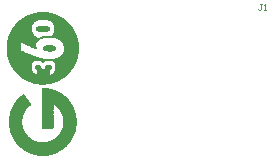
<source format=gto>
G04*
G04 #@! TF.GenerationSoftware,Altium Limited,Altium Designer,19.1.1 (5)*
G04*
G04 Layer_Color=65535*
%FSLAX25Y25*%
%MOIN*%
G70*
G01*
G75*
%ADD10C,0.00050*%
%ADD11C,0.00394*%
D10*
X2770Y60959D02*
Y61009D01*
Y61059D02*
Y61109D01*
Y61159D02*
Y61259D01*
Y61309D02*
Y61359D01*
Y61409D02*
Y61459D01*
Y61509D02*
Y61559D01*
Y61609D02*
Y61709D01*
Y61759D02*
Y61809D01*
Y61859D02*
Y61909D01*
Y61959D02*
Y62009D01*
Y62059D02*
Y62109D01*
Y62259D02*
Y62309D01*
X2820Y60259D02*
Y60309D01*
Y60359D02*
Y60409D01*
Y60459D02*
Y62609D01*
Y62659D02*
Y62709D01*
Y62759D02*
Y62809D01*
X2870Y59909D02*
Y60009D01*
Y60059D02*
Y60209D01*
Y60259D02*
Y63059D01*
Y63109D02*
Y63159D01*
Y63259D02*
Y63309D01*
X2920Y59559D02*
Y59609D01*
Y59659D02*
Y59909D01*
Y59959D02*
Y60959D01*
Y61009D02*
Y61109D01*
Y61159D02*
Y61509D01*
Y61559D02*
Y61609D01*
Y61659D02*
Y61909D01*
Y61959D02*
Y63409D01*
Y63459D02*
Y63509D01*
X2970Y59259D02*
Y59309D01*
Y59359D02*
Y59409D01*
Y59459D02*
Y60459D01*
Y60509D02*
Y60559D01*
Y60609D02*
Y60659D01*
Y60709D02*
Y60759D01*
Y60809D02*
Y60859D01*
Y60909D02*
Y61009D01*
Y61109D02*
Y61209D01*
Y61309D02*
Y61359D01*
Y61509D02*
Y61659D01*
Y61709D02*
Y61759D01*
Y61909D02*
Y61959D01*
Y62059D02*
Y62109D01*
Y62209D02*
Y62259D01*
Y62359D02*
Y62409D01*
Y62459D02*
Y62509D01*
Y62559D02*
Y62609D01*
Y62659D02*
Y63709D01*
Y63759D02*
Y63809D01*
X3020Y59009D02*
Y59059D01*
Y59109D02*
Y59159D01*
Y59209D02*
Y60059D01*
Y60109D02*
Y60209D01*
Y60259D02*
Y60309D01*
Y60409D02*
Y60459D01*
Y60509D02*
Y60659D01*
Y60709D02*
Y60809D01*
Y60859D02*
Y60909D01*
Y60959D02*
Y61109D01*
Y61209D02*
Y61309D01*
Y61359D02*
Y61509D01*
Y61609D02*
Y61709D01*
Y61759D02*
Y62009D01*
Y62059D02*
Y62159D01*
Y62209D02*
Y62309D01*
Y62359D02*
Y62409D01*
Y62459D02*
Y62509D01*
Y62559D02*
Y62659D01*
Y62759D02*
Y62809D01*
Y62909D02*
Y62959D01*
Y63009D02*
Y63109D01*
Y63159D02*
Y63259D01*
Y63309D02*
Y64009D01*
X3070Y58859D02*
Y58909D01*
Y58959D02*
Y59509D01*
Y59559D02*
Y59659D01*
Y59709D02*
Y59809D01*
Y59859D02*
Y59909D01*
Y59959D02*
Y60009D01*
Y60059D02*
Y60109D01*
Y60159D02*
Y60209D01*
Y60259D02*
Y60409D01*
Y60459D02*
Y60509D01*
Y60559D02*
Y60609D01*
Y60659D02*
Y60709D01*
Y60759D02*
Y60909D01*
Y60959D02*
Y61009D01*
Y61059D02*
Y61159D01*
Y61209D02*
Y61259D01*
Y61309D02*
Y61359D01*
Y61459D02*
Y61609D01*
Y61659D02*
Y61709D01*
Y61759D02*
Y61809D01*
Y61909D02*
Y62009D01*
Y62059D02*
Y62159D01*
Y62209D02*
Y62309D01*
Y62359D02*
Y62459D01*
Y62509D02*
Y62559D01*
Y62609D02*
Y62709D01*
Y62759D02*
Y62859D01*
Y62909D02*
Y62959D01*
Y63009D02*
Y63159D01*
Y63209D02*
Y63309D01*
Y63359D02*
Y64209D01*
X3120Y58659D02*
Y59409D01*
Y59459D02*
Y59559D01*
Y59609D02*
Y59709D01*
Y59759D02*
Y59859D01*
Y59909D02*
Y60059D01*
Y60109D02*
Y60159D01*
Y60209D02*
Y60259D01*
Y60309D02*
Y60359D01*
Y60409D02*
Y60459D01*
Y60509D02*
Y60559D01*
Y60609D02*
Y60709D01*
Y60759D02*
Y60809D01*
Y60909D02*
Y60959D01*
Y61009D02*
Y61059D01*
Y61109D02*
Y61159D01*
Y61209D02*
Y61309D01*
Y61359D02*
Y61459D01*
Y61509D02*
Y61559D01*
Y61609D02*
Y61659D01*
Y61709D02*
Y61759D01*
Y61809D02*
Y61909D01*
Y61959D02*
Y62059D01*
Y62109D02*
Y62159D01*
Y62209D02*
Y62259D01*
Y62309D02*
Y62359D01*
Y62409D02*
Y62509D01*
Y62559D02*
Y62609D01*
Y62659D02*
Y62759D01*
Y62809D02*
Y62909D01*
Y62959D02*
Y63009D01*
Y63109D02*
Y63159D01*
Y63209D02*
Y63259D01*
Y63309D02*
Y63359D01*
Y63459D02*
Y63509D01*
Y63559D02*
Y63609D01*
Y63659D02*
Y63809D01*
Y63859D02*
Y64459D01*
X3170Y58509D02*
Y59109D01*
Y59159D02*
Y59259D01*
Y59359D02*
Y59459D01*
Y59509D02*
Y59559D01*
Y59609D02*
Y59659D01*
Y59709D02*
Y59759D01*
Y59859D02*
Y59909D01*
Y60059D02*
Y60309D01*
Y60359D02*
Y60609D01*
Y60659D02*
Y60709D01*
Y60759D02*
Y60809D01*
Y60859D02*
Y61009D01*
Y61059D02*
Y61209D01*
Y61259D02*
Y61359D01*
Y61409D02*
Y61509D01*
Y61559D02*
Y61609D01*
Y61659D02*
Y61809D01*
Y61859D02*
Y61959D01*
Y62059D02*
Y62109D01*
Y62159D02*
Y62209D01*
Y62259D02*
Y62359D01*
Y62409D02*
Y62459D01*
Y62509D02*
Y62559D01*
Y62609D02*
Y62659D01*
Y62759D02*
Y62809D01*
Y62859D02*
Y62959D01*
Y63009D02*
Y63109D01*
Y63159D02*
Y63259D01*
Y63309D02*
Y63509D01*
Y63559D02*
Y63659D01*
Y63709D02*
Y63759D01*
Y63809D02*
Y63859D01*
Y63909D02*
Y64659D01*
X3220Y58309D02*
Y58909D01*
Y58959D02*
Y59009D01*
Y59059D02*
Y59159D01*
Y59209D02*
Y59309D01*
Y59359D02*
Y59459D01*
Y59509D02*
Y59559D01*
Y59609D02*
Y59659D01*
Y59709D02*
Y60059D01*
Y60109D02*
Y60159D01*
Y60259D02*
Y60359D01*
Y60559D02*
Y60609D01*
Y60659D02*
Y60859D01*
Y60909D02*
Y60959D01*
Y61009D02*
Y61059D01*
Y61109D02*
Y61159D01*
Y61209D02*
Y61259D01*
Y61309D02*
Y61359D01*
Y61459D02*
Y61559D01*
Y61609D02*
Y61659D01*
Y61709D02*
Y61759D01*
Y61809D02*
Y61859D01*
Y61909D02*
Y62109D01*
Y62159D02*
Y62209D01*
Y62259D02*
Y62309D01*
Y62359D02*
Y62459D01*
Y62509D02*
Y62609D01*
Y62659D02*
Y62759D01*
Y62809D02*
Y62859D01*
Y62909D02*
Y63009D01*
Y63109D02*
Y63159D01*
Y63209D02*
Y63309D01*
Y63509D02*
Y63559D01*
Y63609D02*
Y63659D01*
Y63709D02*
Y63759D01*
Y63809D02*
Y63909D01*
Y64059D02*
Y64109D01*
Y64159D02*
Y64809D01*
X3270Y58109D02*
Y58609D01*
Y58659D02*
Y58709D01*
Y58759D02*
Y58809D01*
Y58859D02*
Y58909D01*
Y58959D02*
Y59059D01*
Y59109D02*
Y59159D01*
Y59209D02*
Y59309D01*
Y59409D02*
Y59559D01*
Y59609D02*
Y59659D01*
Y59709D02*
Y59759D01*
Y59859D02*
Y59909D01*
Y60009D02*
Y60059D01*
Y60109D02*
Y60209D01*
Y60309D02*
Y60559D01*
Y60609D02*
Y60659D01*
Y60759D02*
Y60809D01*
Y60859D02*
Y60959D01*
Y61009D02*
Y61059D01*
Y61109D02*
Y61209D01*
Y61259D02*
Y61409D01*
Y61459D02*
Y61559D01*
Y61609D02*
Y61659D01*
Y61709D02*
Y61809D01*
Y61859D02*
Y61909D01*
Y62009D02*
Y62109D01*
Y62159D02*
Y62209D01*
Y62259D02*
Y62309D01*
Y62359D02*
Y62409D01*
Y62459D02*
Y62509D01*
Y62559D02*
Y62659D01*
Y62709D02*
Y62759D01*
Y62809D02*
Y62859D01*
Y62909D02*
Y63109D01*
Y63159D02*
Y63209D01*
Y63259D02*
Y63459D01*
Y63509D02*
Y63559D01*
Y63609D02*
Y63759D01*
Y63859D02*
Y64009D01*
Y64059D02*
Y64159D01*
Y64259D02*
Y64309D01*
Y64359D02*
Y64409D01*
Y64459D02*
Y65009D01*
X3320Y57959D02*
Y58459D01*
Y58509D02*
Y58659D01*
Y58709D02*
Y58809D01*
Y58859D02*
Y58959D01*
Y59009D02*
Y59109D01*
Y59159D02*
Y59209D01*
Y59259D02*
Y59409D01*
Y59459D02*
Y59509D01*
Y59559D02*
Y59709D01*
Y59759D02*
Y59859D01*
Y59909D02*
Y60059D01*
Y60109D02*
Y60159D01*
Y60209D02*
Y60309D01*
Y60359D02*
Y60409D01*
Y60509D02*
Y60609D01*
Y60659D02*
Y60759D01*
Y60809D02*
Y60859D01*
Y60909D02*
Y60959D01*
Y61009D02*
Y61109D01*
Y61159D02*
Y61209D01*
Y61259D02*
Y61309D01*
Y61409D02*
Y61459D01*
Y61509D02*
Y61709D01*
Y61809D02*
Y61859D01*
Y61909D02*
Y62009D01*
Y62059D02*
Y62259D01*
Y62309D02*
Y62359D01*
Y62409D02*
Y62459D01*
Y62509D02*
Y62559D01*
Y62659D02*
Y62709D01*
Y62759D02*
Y62859D01*
Y62959D02*
Y63009D01*
Y63059D02*
Y63109D01*
Y63159D02*
Y63259D01*
Y63359D02*
Y63459D01*
Y63509D02*
Y63609D01*
Y63709D02*
Y63859D01*
Y63909D02*
Y63959D01*
Y64009D02*
Y64059D01*
Y64109D02*
Y64259D01*
Y64309D02*
Y64459D01*
Y64509D02*
Y64559D01*
Y64609D02*
Y65109D01*
X3370Y57809D02*
Y58359D01*
Y58409D02*
Y58509D01*
Y58559D02*
Y58609D01*
Y58659D02*
Y58759D01*
Y58809D02*
Y58909D01*
Y58959D02*
Y59009D01*
Y59109D02*
Y59259D01*
Y59359D02*
Y59409D01*
Y59459D02*
Y59609D01*
Y59709D02*
Y59809D01*
Y59859D02*
Y59909D01*
Y59959D02*
Y60009D01*
Y60059D02*
Y60109D01*
Y60159D02*
Y60259D01*
Y60309D02*
Y60359D01*
Y60409D02*
Y60509D01*
Y60609D02*
Y60659D01*
Y60709D02*
Y60759D01*
Y60809D02*
Y60859D01*
Y60909D02*
Y61009D01*
Y61059D02*
Y61109D01*
Y61159D02*
Y61259D01*
Y61309D02*
Y61509D01*
Y61709D02*
Y61859D01*
Y61909D02*
Y61959D01*
Y62009D02*
Y62059D01*
Y62159D02*
Y62209D01*
Y62259D02*
Y62459D01*
Y62509D02*
Y62659D01*
Y62709D02*
Y62809D01*
Y62859D02*
Y62959D01*
Y63059D02*
Y63109D01*
Y63159D02*
Y63209D01*
Y63259D02*
Y63359D01*
Y63409D02*
Y63509D01*
Y63609D02*
Y63709D01*
Y63759D02*
Y63809D01*
Y63859D02*
Y63959D01*
Y64009D02*
Y64059D01*
Y64109D02*
Y64159D01*
Y64259D02*
Y64309D01*
Y64409D02*
Y64459D01*
Y64509D02*
Y64609D01*
Y64709D02*
Y65259D01*
Y65309D02*
Y65359D01*
X3420Y57709D02*
Y58109D01*
Y58159D02*
Y58209D01*
Y58309D02*
Y58409D01*
Y58459D02*
Y58509D01*
Y58559D02*
Y58659D01*
Y58709D02*
Y58809D01*
Y58859D02*
Y58909D01*
Y58959D02*
Y59109D01*
Y59209D02*
Y59309D01*
Y59359D02*
Y59459D01*
Y59559D02*
Y59659D01*
Y59709D02*
Y59759D01*
Y59809D02*
Y59959D01*
Y60009D02*
Y60159D01*
Y60209D02*
Y60409D01*
Y60459D02*
Y60709D01*
Y60759D02*
Y60909D01*
Y60959D02*
Y61059D01*
Y61109D02*
Y61159D01*
Y61209D02*
Y61309D01*
Y61459D02*
Y61709D01*
Y61759D02*
Y61859D01*
Y61909D02*
Y61959D01*
Y62009D02*
Y62109D01*
Y62159D02*
Y62209D01*
Y62309D02*
Y62359D01*
Y62409D02*
Y62509D01*
Y62559D02*
Y62609D01*
Y62659D02*
Y62709D01*
Y62759D02*
Y62859D01*
Y62909D02*
Y63009D01*
Y63059D02*
Y63159D01*
Y63209D02*
Y63259D01*
Y63309D02*
Y63359D01*
Y63459D02*
Y63559D01*
Y63609D02*
Y63659D01*
Y63709D02*
Y63759D01*
Y63809D02*
Y63859D01*
Y63909D02*
Y63959D01*
Y64009D02*
Y64109D01*
Y64159D02*
Y64359D01*
Y64409D02*
Y64509D01*
Y64559D02*
Y64659D01*
Y64759D02*
Y64809D01*
Y64859D02*
Y64909D01*
Y64959D02*
Y65459D01*
X3470Y57509D02*
Y57959D01*
Y58009D02*
Y58159D01*
Y58209D02*
Y58309D01*
Y58359D02*
Y58409D01*
Y58459D02*
Y58509D01*
Y58609D02*
Y58659D01*
Y58709D02*
Y58809D01*
Y58859D02*
Y58959D01*
Y59059D02*
Y59209D01*
Y59259D02*
Y59359D01*
Y59409D02*
Y59559D01*
Y59609D02*
Y59709D01*
Y59759D02*
Y59809D01*
Y59909D02*
Y59959D01*
Y60009D02*
Y60059D01*
Y60109D02*
Y60209D01*
Y60309D02*
Y60459D01*
Y60609D02*
Y60659D01*
Y60709D02*
Y60759D01*
Y60859D02*
Y60909D01*
Y60959D02*
Y61009D01*
Y61059D02*
Y61109D01*
Y61159D02*
Y61209D01*
Y61259D02*
Y61409D01*
Y61459D02*
Y61509D01*
Y61609D02*
Y61709D01*
Y61759D02*
Y61959D01*
Y62009D02*
Y62059D01*
Y62109D02*
Y62259D01*
Y62309D02*
Y62359D01*
Y62409D02*
Y62459D01*
Y62509D02*
Y62659D01*
Y62759D02*
Y62809D01*
Y62859D02*
Y62909D01*
Y62959D02*
Y63009D01*
Y63109D02*
Y63159D01*
Y63209D02*
Y63259D01*
Y63309D02*
Y63459D01*
Y63509D02*
Y63559D01*
Y63609D02*
Y63659D01*
Y63709D02*
Y63759D01*
Y63809D02*
Y63859D01*
Y63909D02*
Y64009D01*
Y64059D02*
Y64109D01*
Y64209D02*
Y64259D01*
Y64309D02*
Y64359D01*
Y64459D02*
Y64509D01*
Y64559D02*
Y64609D01*
Y64659D02*
Y64709D01*
Y64759D02*
Y64809D01*
Y64859D02*
Y64909D01*
Y64959D02*
Y65009D01*
Y65059D02*
Y65559D01*
X3520Y36359D02*
Y36409D01*
Y36509D02*
Y36559D01*
Y36659D02*
Y36709D01*
Y36759D02*
Y36809D01*
Y36859D02*
Y36959D01*
Y37009D02*
Y37059D01*
Y37109D02*
Y37209D01*
Y37259D02*
Y37309D01*
Y37359D02*
Y37409D01*
Y37459D02*
Y37509D01*
Y37609D02*
Y37659D01*
Y37759D02*
Y37809D01*
Y57409D02*
Y57809D01*
Y57859D02*
Y57909D01*
Y57959D02*
Y58009D01*
Y58059D02*
Y58109D01*
Y58159D02*
Y58209D01*
Y58259D02*
Y58359D01*
Y58409D02*
Y58659D01*
Y58759D02*
Y58859D01*
Y58909D02*
Y59059D01*
Y59159D02*
Y59259D01*
Y59309D02*
Y59409D01*
Y59509D02*
Y59609D01*
Y59659D02*
Y59709D01*
Y59759D02*
Y59909D01*
Y59959D02*
Y60009D01*
Y60059D02*
Y60109D01*
Y60209D02*
Y60309D01*
Y60459D02*
Y60609D01*
Y60659D02*
Y60709D01*
Y60759D02*
Y60859D01*
Y60909D02*
Y60959D01*
Y61009D02*
Y61159D01*
Y61209D02*
Y61259D01*
Y61359D02*
Y61459D01*
Y61509D02*
Y61559D01*
Y61709D02*
Y61759D01*
Y61909D02*
Y61959D01*
Y62009D02*
Y62109D01*
Y62209D02*
Y62309D01*
Y62359D02*
Y62409D01*
Y62459D02*
Y62509D01*
Y62609D02*
Y62709D01*
Y62759D02*
Y62859D01*
Y62909D02*
Y62959D01*
Y63009D02*
Y63209D01*
Y63259D02*
Y63309D01*
Y63359D02*
Y63409D01*
Y63459D02*
Y63509D01*
Y63559D02*
Y63609D01*
Y63659D02*
Y63809D01*
Y63859D02*
Y63909D01*
Y63959D02*
Y64009D01*
Y64059D02*
Y64159D01*
Y64209D02*
Y64259D01*
Y64309D02*
Y64509D01*
Y64559D02*
Y64659D01*
Y64709D02*
Y64759D01*
Y64809D02*
Y64909D01*
Y64959D02*
Y65059D01*
Y65109D02*
Y65159D01*
Y65209D02*
Y65259D01*
Y65309D02*
Y65759D01*
X3570Y36059D02*
Y36109D01*
Y36159D02*
Y36209D01*
Y36259D02*
Y36359D01*
Y36409D02*
Y36459D01*
Y36509D02*
Y36559D01*
Y36609D02*
Y36709D01*
Y36759D02*
Y36809D01*
Y36859D02*
Y36909D01*
Y36959D02*
Y37009D01*
Y37059D02*
Y37159D01*
Y37209D02*
Y37259D01*
Y37309D02*
Y37359D01*
Y37409D02*
Y37459D01*
Y37509D02*
Y37609D01*
Y37709D02*
Y37759D01*
Y37859D02*
Y37909D01*
Y37959D02*
Y38009D01*
Y38059D02*
Y38109D01*
Y57259D02*
Y57659D01*
Y57709D02*
Y57759D01*
Y57809D02*
Y57909D01*
Y57959D02*
Y58059D01*
Y58109D02*
Y58209D01*
Y58259D02*
Y58309D01*
Y58359D02*
Y58409D01*
Y58459D02*
Y58509D01*
Y58559D02*
Y58609D01*
Y58659D02*
Y58709D01*
Y58759D02*
Y58809D01*
Y58859D02*
Y58909D01*
Y59009D02*
Y59159D01*
Y59209D02*
Y59259D01*
Y59309D02*
Y59359D01*
Y59409D02*
Y59509D01*
Y59609D02*
Y59659D01*
Y59709D02*
Y59809D01*
Y59909D02*
Y60009D01*
Y60059D02*
Y60259D01*
Y60309D02*
Y60459D01*
Y60509D02*
Y60559D01*
Y60609D02*
Y60759D01*
Y60809D02*
Y60909D01*
Y60959D02*
Y61059D01*
Y61159D02*
Y61359D01*
Y61459D02*
Y61709D01*
Y61759D02*
Y61859D01*
Y61909D02*
Y62009D01*
Y62059D02*
Y62259D01*
Y62309D02*
Y62609D01*
Y62659D02*
Y62759D01*
Y62859D02*
Y63059D01*
Y63209D02*
Y63359D01*
Y63409D02*
Y63459D01*
Y63509D02*
Y63709D01*
Y63809D02*
Y63859D01*
Y63909D02*
Y63959D01*
Y64009D02*
Y64059D01*
Y64109D02*
Y64209D01*
Y64259D02*
Y64359D01*
Y64509D02*
Y64559D01*
Y64659D02*
Y64809D01*
Y64909D02*
Y64959D01*
Y65059D02*
Y65159D01*
Y65209D02*
Y65259D01*
Y65309D02*
Y65359D01*
Y65409D02*
Y65859D01*
X3620Y35609D02*
Y35659D01*
Y35809D02*
Y35859D01*
Y35909D02*
Y36009D01*
Y36059D02*
Y36259D01*
Y36309D02*
Y36609D01*
Y36659D02*
Y37859D01*
Y37909D02*
Y38009D01*
Y38059D02*
Y38109D01*
Y38159D02*
Y38209D01*
Y38259D02*
Y38309D01*
Y57159D02*
Y57559D01*
Y57609D02*
Y57709D01*
Y57759D02*
Y57809D01*
Y57859D02*
Y57959D01*
Y58009D02*
Y58109D01*
Y58159D02*
Y58409D01*
Y58459D02*
Y58509D01*
Y58559D02*
Y58709D01*
Y58759D02*
Y58809D01*
Y58859D02*
Y58959D01*
Y59009D02*
Y59059D01*
Y59109D02*
Y59159D01*
Y59209D02*
Y59309D01*
Y59359D02*
Y59409D01*
Y59459D02*
Y59559D01*
Y59609D02*
Y59709D01*
Y59759D02*
Y59909D01*
Y59959D02*
Y60009D01*
Y60109D02*
Y60159D01*
Y60209D02*
Y60259D01*
Y60309D02*
Y60359D01*
Y60409D02*
Y60459D01*
Y60509D02*
Y60559D01*
Y60609D02*
Y60659D01*
Y60709D02*
Y60809D01*
Y60859D02*
Y60909D01*
Y61009D02*
Y61109D01*
Y61209D02*
Y61259D01*
Y61309D02*
Y61459D01*
Y61559D02*
Y61609D01*
Y61659D02*
Y61759D01*
Y61809D02*
Y61909D01*
Y61959D02*
Y62059D01*
Y62159D02*
Y62209D01*
Y62259D02*
Y62309D01*
Y62509D02*
Y62559D01*
Y62609D02*
Y62659D01*
Y62709D02*
Y62859D01*
Y63009D02*
Y63209D01*
Y63309D02*
Y63359D01*
Y63409D02*
Y63509D01*
Y63659D02*
Y63909D01*
Y63959D02*
Y64059D01*
Y64159D02*
Y64209D01*
Y64309D02*
Y64459D01*
Y64509D02*
Y64609D01*
Y64659D02*
Y64709D01*
Y64759D02*
Y65059D01*
Y65109D02*
Y65259D01*
Y65309D02*
Y65359D01*
Y65409D02*
Y65459D01*
Y65509D02*
Y65609D01*
Y65659D02*
Y65959D01*
X3670Y35409D02*
Y35459D01*
Y35509D02*
Y35559D01*
Y35609D02*
Y35759D01*
Y35809D02*
Y35909D01*
Y35959D02*
Y36059D01*
Y36109D02*
Y37009D01*
Y37059D02*
Y37459D01*
Y37509D02*
Y38509D01*
Y38609D02*
Y38659D01*
Y57009D02*
Y57409D01*
Y57459D02*
Y57609D01*
Y57659D02*
Y57809D01*
Y57859D02*
Y57959D01*
Y58009D02*
Y58059D01*
Y58109D02*
Y58159D01*
Y58309D02*
Y58409D01*
Y58459D02*
Y58509D01*
Y58559D02*
Y58609D01*
Y58659D02*
Y58859D01*
Y58909D02*
Y58959D01*
Y59009D02*
Y59109D01*
Y59159D02*
Y59209D01*
Y59259D02*
Y59359D01*
Y59409D02*
Y59459D01*
Y59509D02*
Y59559D01*
Y59609D02*
Y59659D01*
Y59709D02*
Y59759D01*
Y59809D02*
Y59859D01*
Y59909D02*
Y60059D01*
Y60109D02*
Y60309D01*
Y60359D02*
Y60559D01*
Y60609D02*
Y60659D01*
Y60709D02*
Y60759D01*
Y60809D02*
Y60959D01*
Y61009D02*
Y61159D01*
Y61209D02*
Y61259D01*
Y61359D02*
Y61409D01*
Y61459D02*
Y61509D01*
Y61559D02*
Y61609D01*
Y61659D02*
Y61709D01*
Y61759D02*
Y61809D01*
Y61859D02*
Y61909D01*
Y62009D02*
Y62059D01*
Y62109D02*
Y62159D01*
Y62209D02*
Y62459D01*
Y62509D02*
Y62559D01*
Y62609D02*
Y62659D01*
Y62709D02*
Y62759D01*
Y62809D02*
Y62959D01*
Y63009D02*
Y63059D01*
Y63159D02*
Y63259D01*
Y63309D02*
Y63359D01*
Y63459D02*
Y63609D01*
Y63659D02*
Y63709D01*
Y63809D02*
Y63859D01*
Y63909D02*
Y63959D01*
Y64009D02*
Y64259D01*
Y64309D02*
Y64409D01*
Y64459D02*
Y64509D01*
Y64559D02*
Y64609D01*
Y64659D02*
Y64709D01*
Y64909D02*
Y64959D01*
Y65009D02*
Y65059D01*
Y65159D02*
Y65209D01*
Y65259D02*
Y65359D01*
Y65409D02*
Y65509D01*
Y65559D02*
Y65659D01*
Y65709D02*
Y66109D01*
X3720Y35159D02*
Y35209D01*
Y35259D02*
Y35409D01*
Y35459D02*
Y35509D01*
Y35559D02*
Y35609D01*
Y35659D02*
Y36359D01*
Y36409D02*
Y37309D01*
Y37359D02*
Y38159D01*
Y38209D02*
Y38309D01*
Y38359D02*
Y38609D01*
Y38659D02*
Y38809D01*
Y38859D02*
Y38909D01*
Y38959D02*
Y39009D01*
Y56909D02*
Y57259D01*
Y57309D02*
Y57359D01*
Y57409D02*
Y57459D01*
Y57509D02*
Y57559D01*
Y57609D02*
Y57659D01*
Y57759D02*
Y57809D01*
Y57859D02*
Y57909D01*
Y57959D02*
Y58059D01*
Y58109D02*
Y58309D01*
Y58359D02*
Y58559D01*
Y58609D02*
Y58659D01*
Y58709D02*
Y58759D01*
Y58809D02*
Y58859D01*
Y58909D02*
Y59009D01*
Y59059D02*
Y59259D01*
Y59309D02*
Y59609D01*
Y59659D02*
Y59709D01*
Y59759D02*
Y59909D01*
Y59959D02*
Y60009D01*
Y60059D02*
Y60109D01*
Y60209D02*
Y60259D01*
Y60309D02*
Y60359D01*
Y60409D02*
Y60459D01*
Y60509D02*
Y60609D01*
Y60659D02*
Y60709D01*
Y60759D02*
Y60859D01*
Y60909D02*
Y61009D01*
Y61109D02*
Y61209D01*
Y61259D02*
Y61359D01*
Y61409D02*
Y61559D01*
Y61609D02*
Y61659D01*
Y61709D02*
Y61809D01*
Y61859D02*
Y61959D01*
Y62009D02*
Y62109D01*
Y62159D02*
Y62209D01*
Y62309D02*
Y62359D01*
Y62409D02*
Y62459D01*
Y62509D02*
Y62609D01*
Y62659D02*
Y62709D01*
Y62759D02*
Y62809D01*
Y62859D02*
Y62909D01*
Y62959D02*
Y63009D01*
Y63059D02*
Y63159D01*
Y63209D02*
Y63459D01*
Y63559D02*
Y63609D01*
Y63659D02*
Y63759D01*
Y63809D02*
Y63909D01*
Y63959D02*
Y64009D01*
Y64059D02*
Y64109D01*
Y64209D02*
Y64259D01*
Y64359D02*
Y64559D01*
Y64609D02*
Y64659D01*
Y64709D02*
Y64909D01*
Y64959D02*
Y65009D01*
Y65059D02*
Y65159D01*
Y65209D02*
Y65259D01*
Y65309D02*
Y65409D01*
Y65509D02*
Y65559D01*
Y65609D02*
Y65709D01*
Y65759D02*
Y66209D01*
X3770Y34909D02*
Y36259D01*
Y36309D02*
Y36609D01*
Y36659D02*
Y36809D01*
Y36859D02*
Y36909D01*
Y36959D02*
Y37109D01*
Y37159D02*
Y37509D01*
Y37559D02*
Y37709D01*
Y37759D02*
Y38359D01*
Y38409D02*
Y38959D01*
Y39009D02*
Y39159D01*
Y56759D02*
Y57209D01*
Y57259D02*
Y57309D01*
Y57359D02*
Y57409D01*
Y57459D02*
Y57509D01*
Y57559D02*
Y57709D01*
Y57759D02*
Y57809D01*
Y57859D02*
Y57959D01*
Y58009D02*
Y58109D01*
Y58159D02*
Y58209D01*
Y58259D02*
Y58309D01*
Y58359D02*
Y58409D01*
Y58509D02*
Y58559D01*
Y58609D02*
Y58709D01*
Y58759D02*
Y58809D01*
Y58859D02*
Y58909D01*
Y58959D02*
Y59009D01*
Y59059D02*
Y59109D01*
Y59209D02*
Y59259D01*
Y59309D02*
Y59359D01*
Y59459D02*
Y59509D01*
Y59609D02*
Y59809D01*
Y59859D02*
Y59909D01*
Y59959D02*
Y60059D01*
Y60109D02*
Y60259D01*
Y60309D02*
Y60409D01*
Y60459D02*
Y60509D01*
Y60609D02*
Y60659D01*
Y60709D02*
Y60809D01*
Y60859D02*
Y60909D01*
Y61009D02*
Y61109D01*
Y61209D02*
Y61259D01*
Y61309D02*
Y61409D01*
Y61459D02*
Y61509D01*
Y61559D02*
Y61609D01*
Y61659D02*
Y61759D01*
Y61809D02*
Y61909D01*
Y61959D02*
Y62009D01*
Y62059D02*
Y62359D01*
Y62409D02*
Y62509D01*
Y62559D02*
Y62659D01*
Y62709D02*
Y62759D01*
Y62809D02*
Y62859D01*
Y62909D02*
Y63009D01*
Y63059D02*
Y63109D01*
Y63159D02*
Y63209D01*
Y63359D02*
Y63409D01*
Y63459D02*
Y63509D01*
Y63559D02*
Y63659D01*
Y63709D02*
Y63759D01*
Y63809D02*
Y63859D01*
Y63909D02*
Y63959D01*
Y64009D02*
Y64059D01*
Y64109D02*
Y64209D01*
Y64259D02*
Y64359D01*
Y64409D02*
Y64459D01*
Y64559D02*
Y64759D01*
Y64809D02*
Y64859D01*
Y64909D02*
Y64959D01*
Y65009D02*
Y65059D01*
Y65109D02*
Y65159D01*
Y65209D02*
Y65309D01*
Y65409D02*
Y65509D01*
Y65559D02*
Y65609D01*
Y65709D02*
Y65759D01*
Y65809D02*
Y65859D01*
Y65909D02*
Y66359D01*
X3820Y34609D02*
Y34659D01*
Y34709D02*
Y34759D01*
Y34809D02*
Y34909D01*
Y34959D02*
Y35059D01*
Y35109D02*
Y35259D01*
Y35309D02*
Y36109D01*
Y36159D02*
Y36309D01*
Y36359D02*
Y36459D01*
Y36509D02*
Y36609D01*
Y36659D02*
Y36709D01*
Y36759D02*
Y36959D01*
Y37009D02*
Y37109D01*
Y37159D02*
Y37209D01*
Y37259D02*
Y37359D01*
Y37409D02*
Y37559D01*
Y37609D02*
Y37709D01*
Y37759D02*
Y37809D01*
Y37859D02*
Y37909D01*
Y37959D02*
Y38009D01*
Y38059D02*
Y38709D01*
Y38759D02*
Y39009D01*
Y39059D02*
Y39309D01*
Y39359D02*
Y39409D01*
Y56709D02*
Y57059D01*
Y57109D02*
Y57159D01*
Y57209D02*
Y57509D01*
Y57559D02*
Y57609D01*
Y57659D02*
Y57859D01*
Y57909D02*
Y57959D01*
Y58009D02*
Y58059D01*
Y58109D02*
Y58209D01*
Y58259D02*
Y58309D01*
Y58359D02*
Y58459D01*
Y58509D02*
Y58609D01*
Y58659D02*
Y58709D01*
Y58759D02*
Y58909D01*
Y58959D02*
Y59009D01*
Y59059D02*
Y59159D01*
Y59209D02*
Y59309D01*
Y59359D02*
Y59459D01*
Y59509D02*
Y59609D01*
Y59809D02*
Y59909D01*
Y60009D02*
Y60109D01*
Y60209D02*
Y60309D01*
Y60359D02*
Y60409D01*
Y60459D02*
Y60609D01*
Y60659D02*
Y60709D01*
Y60759D02*
Y60809D01*
Y60859D02*
Y61009D01*
Y61059D02*
Y61159D01*
Y61209D02*
Y61309D01*
Y61359D02*
Y61409D01*
Y61459D02*
Y61609D01*
Y61709D02*
Y61809D01*
Y61909D02*
Y62009D01*
Y62159D02*
Y62209D01*
Y62309D02*
Y62409D01*
Y62459D02*
Y62509D01*
Y62609D02*
Y62659D01*
Y62709D02*
Y62809D01*
Y62859D02*
Y62909D01*
Y62959D02*
Y63009D01*
Y63059D02*
Y63109D01*
Y63159D02*
Y63309D01*
Y63359D02*
Y63409D01*
Y63459D02*
Y63559D01*
Y63609D02*
Y63659D01*
Y63709D02*
Y63759D01*
Y63809D02*
Y64009D01*
Y64059D02*
Y64109D01*
Y64159D02*
Y64209D01*
Y64259D02*
Y64309D01*
Y64359D02*
Y64409D01*
Y64459D02*
Y64559D01*
Y64709D02*
Y64759D01*
Y64809D02*
Y64859D01*
Y64909D02*
Y65109D01*
Y65159D02*
Y65209D01*
Y65259D02*
Y65409D01*
Y65459D02*
Y65659D01*
Y65709D02*
Y65759D01*
Y65809D02*
Y65859D01*
Y65909D02*
Y65959D01*
Y66059D02*
Y66459D01*
X3870Y34409D02*
Y34559D01*
Y34609D02*
Y35559D01*
Y35609D02*
Y35659D01*
Y35709D02*
Y35759D01*
Y35809D02*
Y35859D01*
Y35959D02*
Y36009D01*
Y36059D02*
Y36159D01*
Y36209D02*
Y36309D01*
Y36409D02*
Y36459D01*
Y36509D02*
Y36609D01*
Y36659D02*
Y36709D01*
Y36759D02*
Y36809D01*
Y36909D02*
Y36959D01*
Y37009D02*
Y37109D01*
Y37159D02*
Y37209D01*
Y37309D02*
Y37359D01*
Y37459D02*
Y37509D01*
Y37559D02*
Y37609D01*
Y37659D02*
Y37709D01*
Y37759D02*
Y37859D01*
Y37909D02*
Y38009D01*
Y38059D02*
Y38109D01*
Y38159D02*
Y38209D01*
Y38259D02*
Y38359D01*
Y38409D02*
Y38459D01*
Y38509D02*
Y39609D01*
Y56559D02*
Y56959D01*
Y57009D02*
Y57059D01*
Y57109D02*
Y57209D01*
Y57359D02*
Y57409D01*
Y57459D02*
Y57509D01*
Y57559D02*
Y57659D01*
Y57809D02*
Y57959D01*
Y58009D02*
Y58059D01*
Y58109D02*
Y58309D01*
Y58359D02*
Y58459D01*
Y58509D02*
Y58659D01*
Y58709D02*
Y58759D01*
Y58809D02*
Y58909D01*
Y58959D02*
Y59009D01*
Y59059D02*
Y59159D01*
Y59209D02*
Y59359D01*
Y59409D02*
Y59509D01*
Y59559D02*
Y59759D01*
Y59809D02*
Y59959D01*
Y60059D02*
Y60159D01*
Y60209D02*
Y60259D01*
Y60309D02*
Y60409D01*
Y60459D02*
Y60509D01*
Y60559D02*
Y60659D01*
Y60709D02*
Y60859D01*
Y60959D02*
Y61059D01*
Y61109D02*
Y61159D01*
Y61209D02*
Y61259D01*
Y61309D02*
Y61409D01*
Y61509D02*
Y61609D01*
Y61659D02*
Y61709D01*
Y61759D02*
Y61859D01*
Y61909D02*
Y62059D01*
Y62109D02*
Y62209D01*
Y62259D02*
Y62309D01*
Y62359D02*
Y62659D01*
Y62759D02*
Y62809D01*
Y62859D02*
Y62959D01*
Y63009D02*
Y63109D01*
Y63159D02*
Y63209D01*
Y63259D02*
Y63359D01*
Y63409D02*
Y63459D01*
Y63509D02*
Y63559D01*
Y63609D02*
Y63709D01*
Y63759D02*
Y63809D01*
Y63909D02*
Y64009D01*
Y64059D02*
Y64209D01*
Y64259D02*
Y64309D01*
Y64359D02*
Y64409D01*
Y64459D02*
Y64659D01*
Y64709D02*
Y64759D01*
Y64809D02*
Y64859D01*
Y65009D02*
Y65109D01*
Y65159D02*
Y65209D01*
Y65309D02*
Y65359D01*
Y65409D02*
Y65459D01*
Y65559D02*
Y65659D01*
Y65709D02*
Y65759D01*
Y65809D02*
Y65859D01*
Y65909D02*
Y66009D01*
Y66109D02*
Y66209D01*
Y66259D02*
Y66559D01*
X3920Y34159D02*
Y34209D01*
Y34259D02*
Y34409D01*
Y34459D02*
Y35359D01*
Y35409D02*
Y35459D01*
Y35509D02*
Y35709D01*
Y35759D02*
Y35809D01*
Y35859D02*
Y35959D01*
Y36009D02*
Y36059D01*
Y36109D02*
Y36209D01*
Y36259D02*
Y36359D01*
Y36409D02*
Y36509D01*
Y36559D02*
Y36609D01*
Y36659D02*
Y36709D01*
Y36759D02*
Y36859D01*
Y36909D02*
Y36959D01*
Y37059D02*
Y37109D01*
Y37159D02*
Y37209D01*
Y37259D02*
Y37309D01*
Y37359D02*
Y37459D01*
Y37509D02*
Y37559D01*
Y37609D02*
Y37709D01*
Y37809D02*
Y37909D01*
Y37959D02*
Y38059D01*
Y38109D02*
Y38159D01*
Y38209D02*
Y38309D01*
Y38359D02*
Y38509D01*
Y38559D02*
Y38609D01*
Y38659D02*
Y38709D01*
Y38759D02*
Y38809D01*
Y38859D02*
Y39159D01*
Y39209D02*
Y39759D01*
Y39809D02*
Y39859D01*
Y56459D02*
Y56809D01*
Y56909D02*
Y57109D01*
Y57159D02*
Y57359D01*
Y57409D02*
Y57509D01*
Y57559D02*
Y57609D01*
Y57659D02*
Y57809D01*
Y57909D02*
Y58109D01*
Y58259D02*
Y58359D01*
Y58409D02*
Y58509D01*
Y58609D02*
Y58709D01*
Y58759D02*
Y58809D01*
Y58859D02*
Y59059D01*
Y59109D02*
Y59159D01*
Y59209D02*
Y59259D01*
Y59309D02*
Y59359D01*
Y59409D02*
Y59459D01*
Y59509D02*
Y59559D01*
Y59609D02*
Y59659D01*
Y59709D02*
Y59759D01*
Y59859D02*
Y59909D01*
Y59959D02*
Y60059D01*
Y60109D02*
Y60159D01*
Y60209D02*
Y60309D01*
Y60359D02*
Y60409D01*
Y60459D02*
Y60559D01*
Y60609D02*
Y60709D01*
Y60859D02*
Y60959D01*
Y61009D02*
Y61209D01*
Y61259D02*
Y61309D01*
Y61359D02*
Y61509D01*
Y61559D02*
Y61659D01*
Y61709D02*
Y61759D01*
Y61809D02*
Y61909D01*
Y62009D02*
Y62109D01*
Y62159D02*
Y62209D01*
Y62259D02*
Y62309D01*
Y62359D02*
Y62409D01*
Y62559D02*
Y62609D01*
Y62659D02*
Y62759D01*
Y62809D02*
Y62859D01*
Y62909D02*
Y63009D01*
Y63059D02*
Y63159D01*
Y63209D02*
Y63259D01*
Y63309D02*
Y63409D01*
Y63459D02*
Y63559D01*
Y63609D02*
Y63659D01*
Y63709D02*
Y63759D01*
Y63809D02*
Y63909D01*
Y64009D02*
Y64059D01*
Y64159D02*
Y64209D01*
Y64259D02*
Y64459D01*
Y64559D02*
Y64609D01*
Y64659D02*
Y64809D01*
Y64859D02*
Y65009D01*
Y65059D02*
Y65109D01*
Y65159D02*
Y65309D01*
Y65359D02*
Y65409D01*
Y65459D02*
Y65559D01*
Y65609D02*
Y65709D01*
Y65759D02*
Y65909D01*
Y65959D02*
Y66109D01*
Y66159D02*
Y66259D01*
Y66309D02*
Y66659D01*
X3970Y34009D02*
Y34059D01*
Y34109D02*
Y34159D01*
Y34209D02*
Y34909D01*
Y34959D02*
Y35009D01*
Y35059D02*
Y35109D01*
Y35159D02*
Y35209D01*
Y35309D02*
Y35409D01*
Y35459D02*
Y35559D01*
Y35709D02*
Y35759D01*
Y35809D02*
Y35859D01*
Y35959D02*
Y36009D01*
Y36059D02*
Y36109D01*
Y36209D02*
Y36259D01*
Y36309D02*
Y36409D01*
Y36509D02*
Y36559D01*
Y36609D02*
Y36659D01*
Y36709D02*
Y36759D01*
Y36859D02*
Y37009D01*
Y37059D02*
Y37109D01*
Y37159D02*
Y37259D01*
Y37309D02*
Y37359D01*
Y37409D02*
Y37459D01*
Y37509D02*
Y37559D01*
Y37609D02*
Y37659D01*
Y37709D02*
Y37809D01*
Y37859D02*
Y37909D01*
Y38009D02*
Y38059D01*
Y38109D02*
Y38209D01*
Y38309D02*
Y38409D01*
Y38509D02*
Y38559D01*
Y38609D02*
Y38659D01*
Y38709D02*
Y38909D01*
Y38959D02*
Y39059D01*
Y39109D02*
Y39959D01*
Y40009D02*
Y40059D01*
Y56359D02*
Y56759D01*
Y56809D02*
Y56909D01*
Y57059D02*
Y57109D01*
Y57159D02*
Y57209D01*
Y57259D02*
Y57309D01*
Y57359D02*
Y57409D01*
Y57459D02*
Y57509D01*
Y57559D02*
Y57659D01*
Y57759D02*
Y57909D01*
Y58109D02*
Y58259D01*
Y58309D02*
Y58359D01*
Y58409D02*
Y58459D01*
Y58509D02*
Y58559D01*
Y58609D02*
Y58659D01*
Y58709D02*
Y58759D01*
Y58809D02*
Y58859D01*
Y58909D02*
Y58959D01*
Y59009D02*
Y59059D01*
Y59109D02*
Y59259D01*
Y59309D02*
Y59359D01*
Y59409D02*
Y59509D01*
Y59559D02*
Y59659D01*
Y59709D02*
Y59859D01*
Y59909D02*
Y60009D01*
Y60059D02*
Y60209D01*
Y60259D02*
Y60309D01*
Y60359D02*
Y60459D01*
Y60509D02*
Y60559D01*
Y60609D02*
Y60659D01*
Y60709D02*
Y60859D01*
Y60909D02*
Y61009D01*
Y61059D02*
Y61109D01*
Y61209D02*
Y61359D01*
Y61409D02*
Y61459D01*
Y61509D02*
Y61559D01*
Y61659D02*
Y61709D01*
Y61759D02*
Y61809D01*
Y61909D02*
Y62009D01*
Y62059D02*
Y62109D01*
Y62159D02*
Y62259D01*
Y62309D02*
Y62359D01*
Y62409D02*
Y62559D01*
Y62609D02*
Y62659D01*
Y62709D02*
Y62909D01*
Y62959D02*
Y63059D01*
Y63159D02*
Y63209D01*
Y63259D02*
Y63309D01*
Y63359D02*
Y63459D01*
Y63509D02*
Y63559D01*
Y63609D02*
Y63709D01*
Y63759D02*
Y63809D01*
Y63859D02*
Y63909D01*
Y63959D02*
Y64159D01*
Y64209D02*
Y64309D01*
Y64459D02*
Y64559D01*
Y64609D02*
Y64659D01*
Y64759D02*
Y64859D01*
Y64909D02*
Y64959D01*
Y65059D02*
Y65159D01*
Y65259D02*
Y65309D01*
Y65359D02*
Y65459D01*
Y65559D02*
Y65609D01*
Y65709D02*
Y65759D01*
Y65859D02*
Y65909D01*
Y65959D02*
Y66009D01*
Y66059D02*
Y66109D01*
Y66159D02*
Y66209D01*
Y66259D02*
Y66359D01*
Y66409D02*
Y66809D01*
X4020Y33909D02*
Y33959D01*
Y34009D02*
Y34209D01*
Y34259D02*
Y34609D01*
Y34659D02*
Y34759D01*
Y34809D02*
Y35109D01*
Y35159D02*
Y35309D01*
Y35409D02*
Y35459D01*
Y35559D02*
Y35659D01*
Y35709D02*
Y35759D01*
Y35809D02*
Y35959D01*
Y36009D02*
Y36059D01*
Y36109D02*
Y36159D01*
Y36209D02*
Y36259D01*
Y36359D02*
Y36459D01*
Y36509D02*
Y36559D01*
Y36609D02*
Y36659D01*
Y36709D02*
Y36809D01*
Y36959D02*
Y37109D01*
Y37209D02*
Y37359D01*
Y37409D02*
Y37509D01*
Y37559D02*
Y37609D01*
Y37659D02*
Y37709D01*
Y37809D02*
Y37859D01*
Y37909D02*
Y37959D01*
Y38059D02*
Y38109D01*
Y38209D02*
Y38309D01*
Y38409D02*
Y38459D01*
Y38509D02*
Y38559D01*
Y38609D02*
Y38709D01*
Y38909D02*
Y38959D01*
Y39009D02*
Y39209D01*
Y39259D02*
Y39309D01*
Y39359D02*
Y39459D01*
Y39509D02*
Y40109D01*
Y40159D02*
Y40209D01*
Y56259D02*
Y56559D01*
Y56609D02*
Y56659D01*
Y56709D02*
Y56809D01*
Y56859D02*
Y57109D01*
Y57159D02*
Y57209D01*
Y57259D02*
Y57409D01*
Y57459D02*
Y57559D01*
Y57609D02*
Y57709D01*
Y57759D02*
Y57809D01*
Y57859D02*
Y58059D01*
Y58109D02*
Y58159D01*
Y58209D02*
Y58259D01*
Y58309D02*
Y58359D01*
Y58409D02*
Y58559D01*
Y58609D02*
Y58809D01*
Y58859D02*
Y58909D01*
Y58959D02*
Y59009D01*
Y59059D02*
Y59109D01*
Y59159D02*
Y59209D01*
Y59259D02*
Y59409D01*
Y59459D02*
Y59559D01*
Y59609D02*
Y59709D01*
Y59759D02*
Y59809D01*
Y59859D02*
Y59909D01*
Y59959D02*
Y60059D01*
Y60159D02*
Y60209D01*
Y60259D02*
Y60359D01*
Y60409D02*
Y60459D01*
Y60509D02*
Y60609D01*
Y60659D02*
Y60709D01*
Y60759D02*
Y60809D01*
Y60859D02*
Y60909D01*
Y61009D02*
Y61059D01*
Y61109D02*
Y61209D01*
Y61359D02*
Y61409D01*
Y61459D02*
Y61709D01*
Y61759D02*
Y61909D01*
Y61959D02*
Y62009D01*
Y62059D02*
Y62109D01*
Y62159D02*
Y62209D01*
Y62259D02*
Y62359D01*
Y62409D02*
Y62459D01*
Y62509D02*
Y62559D01*
Y62609D02*
Y62709D01*
Y62759D02*
Y62809D01*
Y62909D02*
Y62959D01*
Y63009D02*
Y63109D01*
Y63159D02*
Y63259D01*
Y63309D02*
Y63359D01*
Y63409D02*
Y63459D01*
Y63509D02*
Y63609D01*
Y63659D02*
Y63709D01*
Y63759D02*
Y63809D01*
Y63859D02*
Y63959D01*
Y64109D02*
Y64209D01*
Y64309D02*
Y64459D01*
Y64509D02*
Y64559D01*
Y64609D02*
Y64659D01*
Y64709D02*
Y64759D01*
Y64809D02*
Y64859D01*
Y64909D02*
Y65059D01*
Y65109D02*
Y65209D01*
Y65259D02*
Y65359D01*
Y65409D02*
Y65509D01*
Y65559D02*
Y65809D01*
Y65859D02*
Y65959D01*
Y66009D02*
Y66059D01*
Y66109D02*
Y66159D01*
Y66209D02*
Y66259D01*
Y66359D02*
Y66409D01*
Y66459D02*
Y66509D01*
Y66559D02*
Y66859D01*
X4070Y33659D02*
Y34359D01*
Y34409D02*
Y34659D01*
Y34709D02*
Y34809D01*
Y34909D02*
Y34959D01*
Y35059D02*
Y35109D01*
Y35259D02*
Y35359D01*
Y35409D02*
Y35509D01*
Y35559D02*
Y35609D01*
Y35659D02*
Y35759D01*
Y35859D02*
Y35909D01*
Y35959D02*
Y36059D01*
Y36109D02*
Y36159D01*
Y36209D02*
Y36309D01*
Y36359D02*
Y36459D01*
Y36509D02*
Y36609D01*
Y36659D02*
Y36709D01*
Y36759D02*
Y36909D01*
Y37059D02*
Y37159D01*
Y37209D02*
Y37259D01*
Y37309D02*
Y37359D01*
Y37409D02*
Y37459D01*
Y37509D02*
Y37609D01*
Y37659D02*
Y37759D01*
Y37809D02*
Y37959D01*
Y38009D02*
Y38059D01*
Y38109D02*
Y38209D01*
Y38309D02*
Y38459D01*
Y38509D02*
Y38559D01*
Y38659D02*
Y38859D01*
Y38909D02*
Y38959D01*
Y39109D02*
Y39159D01*
Y39209D02*
Y39359D01*
Y39409D02*
Y39509D01*
Y39559D02*
Y39609D01*
Y39659D02*
Y40359D01*
Y56159D02*
Y56509D01*
Y56559D02*
Y56609D01*
Y56659D02*
Y56709D01*
Y56759D02*
Y56859D01*
Y56909D02*
Y56959D01*
Y57059D02*
Y57159D01*
Y57209D02*
Y57259D01*
Y57309D02*
Y57359D01*
Y57409D02*
Y57459D01*
Y57509D02*
Y57609D01*
Y57659D02*
Y57709D01*
Y57759D02*
Y57859D01*
Y57909D02*
Y57959D01*
Y58009D02*
Y58059D01*
Y58109D02*
Y58309D01*
Y58359D02*
Y58409D01*
Y58459D02*
Y58559D01*
Y58659D02*
Y58709D01*
Y58759D02*
Y58809D01*
Y58859D02*
Y59009D01*
Y59059D02*
Y59109D01*
Y59159D02*
Y59259D01*
Y59359D02*
Y59459D01*
Y59509D02*
Y59559D01*
Y59609D02*
Y59659D01*
Y59709D02*
Y59809D01*
Y59859D02*
Y59959D01*
Y60009D02*
Y60109D01*
Y60159D02*
Y60209D01*
Y60309D02*
Y60359D01*
Y60409D02*
Y60509D01*
Y60559D02*
Y60709D01*
Y60759D02*
Y60959D01*
Y61009D02*
Y61059D01*
Y61109D02*
Y61159D01*
Y61209D02*
Y61359D01*
Y61409D02*
Y61459D01*
Y61609D02*
Y61709D01*
Y61759D02*
Y61809D01*
Y61859D02*
Y61909D01*
Y61959D02*
Y62109D01*
Y62159D02*
Y62259D01*
Y62309D02*
Y62359D01*
Y62409D02*
Y62559D01*
Y62659D02*
Y62709D01*
Y62759D02*
Y62859D01*
Y62909D02*
Y62959D01*
Y63009D02*
Y63109D01*
Y63209D02*
Y63259D01*
Y63309D02*
Y63359D01*
Y63409D02*
Y63459D01*
Y63559D02*
Y63709D01*
Y63759D02*
Y63859D01*
Y63909D02*
Y64059D01*
Y64159D02*
Y64259D01*
Y64359D02*
Y64409D01*
Y64459D02*
Y64659D01*
Y64709D02*
Y64809D01*
Y64859D02*
Y64909D01*
Y65009D02*
Y65059D01*
Y65109D02*
Y65209D01*
Y65309D02*
Y65409D01*
Y65459D02*
Y65509D01*
Y65659D02*
Y65709D01*
Y65759D02*
Y65809D01*
Y65909D02*
Y66009D01*
Y66059D02*
Y66159D01*
Y66209D02*
Y66309D01*
Y66359D02*
Y66409D01*
Y66459D02*
Y66509D01*
Y66559D02*
Y66609D01*
Y66659D02*
Y66959D01*
X4120Y33559D02*
Y33659D01*
Y33709D02*
Y33809D01*
Y33859D02*
Y34009D01*
Y34059D02*
Y34259D01*
Y34309D02*
Y34409D01*
Y34459D02*
Y34509D01*
Y34559D02*
Y34609D01*
Y34659D02*
Y34709D01*
Y34759D02*
Y34809D01*
Y34859D02*
Y34909D01*
Y34959D02*
Y35059D01*
Y35109D02*
Y35209D01*
Y35309D02*
Y35409D01*
Y35459D02*
Y35509D01*
Y35559D02*
Y35659D01*
Y35709D02*
Y35809D01*
Y35859D02*
Y35909D01*
Y35959D02*
Y36009D01*
Y36059D02*
Y36159D01*
Y36209D02*
Y36259D01*
Y36309D02*
Y36359D01*
Y36459D02*
Y36509D01*
Y36559D02*
Y36659D01*
Y36709D02*
Y36759D01*
Y36809D02*
Y36859D01*
Y36909D02*
Y37059D01*
Y37109D02*
Y37209D01*
Y37259D02*
Y37309D01*
Y37359D02*
Y37409D01*
Y37459D02*
Y37509D01*
Y37559D02*
Y37609D01*
Y37709D02*
Y37809D01*
Y37909D02*
Y38109D01*
Y38209D02*
Y38309D01*
Y38409D02*
Y38459D01*
Y38509D02*
Y38659D01*
Y38759D02*
Y38809D01*
Y38859D02*
Y38909D01*
Y38959D02*
Y39059D01*
Y39109D02*
Y39159D01*
Y39259D02*
Y39309D01*
Y39359D02*
Y39409D01*
Y39459D02*
Y39509D01*
Y39559D02*
Y39709D01*
Y39759D02*
Y39859D01*
Y39909D02*
Y40259D01*
Y40309D02*
Y40459D01*
Y40509D02*
Y40559D01*
Y56059D02*
Y56359D01*
Y56409D02*
Y56459D01*
Y56509D02*
Y56609D01*
Y56659D02*
Y56759D01*
Y56809D02*
Y56859D01*
Y56959D02*
Y57059D01*
Y57109D02*
Y57209D01*
Y57259D02*
Y57309D01*
Y57359D02*
Y57509D01*
Y57559D02*
Y57609D01*
Y57659D02*
Y57759D01*
Y57809D02*
Y57859D01*
Y57909D02*
Y58109D01*
Y58159D02*
Y58209D01*
Y58259D02*
Y58359D01*
Y58409D02*
Y58459D01*
Y58509D02*
Y58659D01*
Y58709D02*
Y58859D01*
Y58909D02*
Y58959D01*
Y59009D02*
Y59059D01*
Y59109D02*
Y59159D01*
Y59209D02*
Y59359D01*
Y59459D02*
Y59509D01*
Y59559D02*
Y59609D01*
Y59659D02*
Y59709D01*
Y59759D02*
Y59859D01*
Y59959D02*
Y60009D01*
Y60059D02*
Y60409D01*
Y60509D02*
Y60559D01*
Y60659D02*
Y60759D01*
Y60859D02*
Y60909D01*
Y60959D02*
Y61109D01*
Y61159D02*
Y61259D01*
Y61309D02*
Y61409D01*
Y61459D02*
Y61609D01*
Y61659D02*
Y61759D01*
Y61809D02*
Y61859D01*
Y61909D02*
Y62009D01*
Y62109D02*
Y62159D01*
Y62209D02*
Y62359D01*
Y62409D02*
Y62459D01*
Y62509D02*
Y62659D01*
Y62709D02*
Y62759D01*
Y62809D02*
Y62859D01*
Y62909D02*
Y62959D01*
Y63009D02*
Y63059D01*
Y63109D02*
Y63209D01*
Y63259D02*
Y63359D01*
Y63409D02*
Y63559D01*
Y63659D02*
Y63759D01*
Y63859D02*
Y63909D01*
Y63959D02*
Y64009D01*
Y64059D02*
Y64159D01*
Y64209D02*
Y64309D01*
Y64359D02*
Y64459D01*
Y64509D02*
Y64559D01*
Y64609D02*
Y64659D01*
Y64709D02*
Y64759D01*
Y64809D02*
Y64859D01*
Y64909D02*
Y64959D01*
Y65009D02*
Y65109D01*
Y65159D02*
Y65259D01*
Y65309D02*
Y65359D01*
Y65409D02*
Y65609D01*
Y65659D02*
Y65709D01*
Y65759D02*
Y65909D01*
Y65959D02*
Y66009D01*
Y66059D02*
Y66109D01*
Y66159D02*
Y66209D01*
Y66259D02*
Y66359D01*
Y66409D02*
Y66509D01*
Y66559D02*
Y66609D01*
Y66659D02*
Y66709D01*
Y66759D02*
Y67059D01*
X4170Y33409D02*
Y34109D01*
Y34159D02*
Y34309D01*
Y34359D02*
Y34459D01*
Y34509D02*
Y34559D01*
Y34609D02*
Y34659D01*
Y34709D02*
Y34759D01*
Y34809D02*
Y34859D01*
Y34909D02*
Y34959D01*
Y35059D02*
Y35109D01*
Y35209D02*
Y35309D01*
Y35409D02*
Y35459D01*
Y35509D02*
Y35609D01*
Y35659D02*
Y35709D01*
Y35809D02*
Y35859D01*
Y35909D02*
Y36009D01*
Y36059D02*
Y36109D01*
Y36159D02*
Y36209D01*
Y36259D02*
Y36309D01*
Y36359D02*
Y36459D01*
Y36509D02*
Y36559D01*
Y36659D02*
Y36809D01*
Y36859D02*
Y36959D01*
Y37059D02*
Y37109D01*
Y37209D02*
Y37259D01*
Y37309D02*
Y37359D01*
Y37409D02*
Y37509D01*
Y37559D02*
Y37759D01*
Y37809D02*
Y37909D01*
Y38109D02*
Y38209D01*
Y38259D02*
Y38459D01*
Y38509D02*
Y38559D01*
Y38659D02*
Y38759D01*
Y38809D02*
Y38859D01*
Y38909D02*
Y38959D01*
Y39009D02*
Y39059D01*
Y39109D02*
Y39209D01*
Y39259D02*
Y39309D01*
Y39359D02*
Y39409D01*
Y39459D02*
Y39559D01*
Y39609D02*
Y39659D01*
Y39709D02*
Y39759D01*
Y39809D02*
Y39959D01*
Y40009D02*
Y40109D01*
Y40159D02*
Y40609D01*
Y40659D02*
Y40709D01*
Y55959D02*
Y56259D01*
Y56309D02*
Y56409D01*
Y56459D02*
Y56559D01*
Y56609D02*
Y56659D01*
Y56709D02*
Y56759D01*
Y56809D02*
Y57009D01*
Y57059D02*
Y57159D01*
Y57209D02*
Y57259D01*
Y57309D02*
Y57409D01*
Y57459D02*
Y57509D01*
Y57559D02*
Y57709D01*
Y57759D02*
Y57809D01*
Y57859D02*
Y57959D01*
Y58059D02*
Y58109D01*
Y58159D02*
Y58209D01*
Y58259D02*
Y58309D01*
Y58359D02*
Y58509D01*
Y58609D02*
Y58709D01*
Y58809D02*
Y58859D01*
Y58909D02*
Y58959D01*
Y59009D02*
Y59209D01*
Y59259D02*
Y59309D01*
Y59359D02*
Y59559D01*
Y59609D02*
Y59809D01*
Y59859D02*
Y59959D01*
Y60009D02*
Y60059D01*
Y60259D02*
Y60309D01*
Y60409D02*
Y60509D01*
Y60559D02*
Y60709D01*
Y60759D02*
Y60859D01*
Y60909D02*
Y61009D01*
Y61109D02*
Y61209D01*
Y61259D02*
Y61309D01*
Y61409D02*
Y61459D01*
Y61509D02*
Y61559D01*
Y61609D02*
Y61659D01*
Y61759D02*
Y61809D01*
Y61859D02*
Y61959D01*
Y62009D02*
Y62209D01*
Y62359D02*
Y62409D01*
Y62459D02*
Y62509D01*
Y62659D02*
Y62709D01*
Y62759D02*
Y62909D01*
Y62959D02*
Y63009D01*
Y63059D02*
Y63159D01*
Y63209D02*
Y63309D01*
Y63359D02*
Y63409D01*
Y63459D02*
Y63509D01*
Y63559D02*
Y63609D01*
Y63659D02*
Y63709D01*
Y63759D02*
Y63859D01*
Y63909D02*
Y63959D01*
Y64009D02*
Y64059D01*
Y64109D02*
Y64159D01*
Y64209D02*
Y64259D01*
Y64309D02*
Y64359D01*
Y64459D02*
Y64509D01*
Y64559D02*
Y64609D01*
Y64659D02*
Y64709D01*
Y64759D02*
Y64909D01*
Y64959D02*
Y65059D01*
Y65109D02*
Y65159D01*
Y65209D02*
Y65309D01*
Y65359D02*
Y65409D01*
Y65559D02*
Y65609D01*
Y65659D02*
Y65759D01*
Y65859D02*
Y65909D01*
Y65959D02*
Y66059D01*
Y66109D02*
Y66159D01*
Y66209D02*
Y66309D01*
Y66359D02*
Y66459D01*
Y66509D02*
Y66659D01*
Y66709D02*
Y66759D01*
Y66809D02*
Y67159D01*
X4220Y33209D02*
Y33259D01*
Y33309D02*
Y33409D01*
Y33459D02*
Y33509D01*
Y33559D02*
Y34159D01*
Y34259D02*
Y34309D01*
Y34409D02*
Y34459D01*
Y34509D02*
Y34559D01*
Y34609D02*
Y34659D01*
Y34709D02*
Y34759D01*
Y34809D02*
Y34859D01*
Y34909D02*
Y35059D01*
Y35109D02*
Y35259D01*
Y35309D02*
Y35409D01*
Y35459D02*
Y35509D01*
Y35609D02*
Y35759D01*
Y35809D02*
Y35909D01*
Y35959D02*
Y36009D01*
Y36059D02*
Y36109D01*
Y36159D02*
Y36209D01*
Y36259D02*
Y36359D01*
Y36409D02*
Y36459D01*
Y36509D02*
Y36609D01*
Y36709D02*
Y36759D01*
Y36809D02*
Y36859D01*
Y36909D02*
Y37009D01*
Y37059D02*
Y37159D01*
Y37209D02*
Y37359D01*
Y37409D02*
Y37459D01*
Y37509D02*
Y37559D01*
Y37659D02*
Y37709D01*
Y37759D02*
Y37809D01*
Y37859D02*
Y38109D01*
Y38159D02*
Y38209D01*
Y38259D02*
Y38309D01*
Y38409D02*
Y38459D01*
Y38509D02*
Y38609D01*
Y38659D02*
Y38709D01*
Y38759D02*
Y38859D01*
Y38909D02*
Y38959D01*
Y39009D02*
Y39109D01*
Y39159D02*
Y39209D01*
Y39259D02*
Y39309D01*
Y39359D02*
Y39409D01*
Y39459D02*
Y39509D01*
Y39559D02*
Y39609D01*
Y39659D02*
Y39709D01*
Y39759D02*
Y39809D01*
Y39859D02*
Y39959D01*
Y40009D02*
Y40709D01*
Y40759D02*
Y40809D01*
Y55859D02*
Y56259D01*
Y56309D02*
Y56359D01*
Y56409D02*
Y56459D01*
Y56509D02*
Y56659D01*
Y56709D02*
Y56809D01*
Y56859D02*
Y56909D01*
Y56959D02*
Y57009D01*
Y57059D02*
Y57109D01*
Y57159D02*
Y57309D01*
Y57359D02*
Y57409D01*
Y57459D02*
Y57559D01*
Y57609D02*
Y57659D01*
Y57709D02*
Y57759D01*
Y57809D02*
Y57859D01*
Y57909D02*
Y58009D01*
Y58059D02*
Y58159D01*
Y58209D02*
Y58309D01*
Y58359D02*
Y58409D01*
Y58459D02*
Y58609D01*
Y58659D02*
Y58759D01*
Y58809D02*
Y58859D01*
Y58909D02*
Y59009D01*
Y59109D02*
Y59159D01*
Y59209D02*
Y59259D01*
Y59309D02*
Y59409D01*
Y59509D02*
Y59609D01*
Y59759D02*
Y59859D01*
Y59909D02*
Y60259D01*
Y60309D02*
Y60409D01*
Y60459D02*
Y60559D01*
Y60609D02*
Y60659D01*
Y60709D02*
Y60809D01*
Y60859D02*
Y60909D01*
Y60959D02*
Y61109D01*
Y61159D02*
Y61209D01*
Y61259D02*
Y61359D01*
Y61409D02*
Y61459D01*
Y61509D02*
Y61559D01*
Y61609D02*
Y61859D01*
Y61959D02*
Y62009D01*
Y62059D02*
Y62109D01*
Y62159D02*
Y62409D01*
Y62459D02*
Y62609D01*
Y62659D02*
Y62759D01*
Y62859D02*
Y62909D01*
Y62959D02*
Y63059D01*
Y63159D02*
Y63209D01*
Y63259D02*
Y63309D01*
Y63359D02*
Y63459D01*
Y63509D02*
Y63609D01*
Y63659D02*
Y63709D01*
Y63759D02*
Y63809D01*
Y63859D02*
Y63959D01*
Y64009D02*
Y64109D01*
Y64159D02*
Y64259D01*
Y64309D02*
Y64409D01*
Y64459D02*
Y64559D01*
Y64609D02*
Y64709D01*
Y64759D02*
Y64809D01*
Y64859D02*
Y64959D01*
Y65009D02*
Y65059D01*
Y65159D02*
Y65209D01*
Y65309D02*
Y65509D01*
Y65559D02*
Y65659D01*
Y65709D02*
Y65809D01*
Y65859D02*
Y65909D01*
Y65959D02*
Y66009D01*
Y66059D02*
Y66159D01*
Y66309D02*
Y66359D01*
Y66459D02*
Y66509D01*
Y66609D02*
Y66809D01*
Y66909D02*
Y67259D01*
X4270Y33059D02*
Y33109D01*
Y33159D02*
Y33209D01*
Y33259D02*
Y33709D01*
Y33759D02*
Y33809D01*
Y33859D02*
Y33909D01*
Y34009D02*
Y34059D01*
Y34109D02*
Y34209D01*
Y34259D02*
Y34359D01*
Y34409D02*
Y34459D01*
Y34509D02*
Y34559D01*
Y34609D02*
Y34659D01*
Y34709D02*
Y34859D01*
Y34959D02*
Y35009D01*
Y35059D02*
Y35109D01*
Y35209D02*
Y35309D01*
Y35359D02*
Y35409D01*
Y35459D02*
Y35559D01*
Y35659D02*
Y35759D01*
Y35859D02*
Y35909D01*
Y35959D02*
Y36009D01*
Y36059D02*
Y36209D01*
Y36309D02*
Y36459D01*
Y36509D02*
Y36659D01*
Y36709D02*
Y36809D01*
Y36859D02*
Y36909D01*
Y36959D02*
Y37009D01*
Y37059D02*
Y37159D01*
Y37309D02*
Y37359D01*
Y37409D02*
Y37459D01*
Y37509D02*
Y37609D01*
Y37659D02*
Y37709D01*
Y37759D02*
Y37809D01*
Y37859D02*
Y37909D01*
Y37959D02*
Y38009D01*
Y38059D02*
Y38109D01*
Y38159D02*
Y38209D01*
Y38259D02*
Y38359D01*
Y38409D02*
Y38509D01*
Y38559D02*
Y38609D01*
Y38659D02*
Y38709D01*
Y38809D02*
Y38859D01*
Y38909D02*
Y38959D01*
Y39059D02*
Y39159D01*
Y39209D02*
Y39259D01*
Y39309D02*
Y39359D01*
Y39409D02*
Y39459D01*
Y39509D02*
Y39559D01*
Y39609D02*
Y39659D01*
Y39709D02*
Y39759D01*
Y39809D02*
Y39859D01*
Y39909D02*
Y39959D01*
Y40059D02*
Y40109D01*
Y40159D02*
Y40209D01*
Y40259D02*
Y40359D01*
Y40409D02*
Y40909D01*
Y55809D02*
Y56109D01*
Y56159D02*
Y56259D01*
Y56309D02*
Y56459D01*
Y56509D02*
Y56559D01*
Y56609D02*
Y56659D01*
Y56709D02*
Y56759D01*
Y56809D02*
Y56859D01*
Y56909D02*
Y57059D01*
Y57109D02*
Y57159D01*
Y57259D02*
Y57309D01*
Y57359D02*
Y57459D01*
Y57509D02*
Y57559D01*
Y57609D02*
Y57759D01*
Y57809D02*
Y57859D01*
Y57909D02*
Y58059D01*
Y58109D02*
Y58159D01*
Y58209D02*
Y58309D01*
Y58359D02*
Y58409D01*
Y58459D02*
Y58509D01*
Y58559D02*
Y58659D01*
Y58709D02*
Y58859D01*
Y58959D02*
Y59059D01*
Y59109D02*
Y59159D01*
Y59209D02*
Y59259D01*
Y59309D02*
Y59459D01*
Y59509D02*
Y59709D01*
Y59759D02*
Y59809D01*
Y59859D02*
Y59909D01*
Y59959D02*
Y60009D01*
Y60059D02*
Y60109D01*
Y60209D02*
Y60309D01*
Y60359D02*
Y60409D01*
Y60459D02*
Y60509D01*
Y60559D02*
Y60659D01*
Y60759D02*
Y60859D01*
Y60959D02*
Y61009D01*
Y61059D02*
Y61209D01*
Y61259D02*
Y61559D01*
Y61609D02*
Y61659D01*
Y61759D02*
Y61809D01*
Y61859D02*
Y61959D01*
Y62009D02*
Y62059D01*
Y62109D02*
Y62159D01*
Y62309D02*
Y62409D01*
Y62459D02*
Y62509D01*
Y62559D02*
Y62609D01*
Y62709D02*
Y62809D01*
Y62859D02*
Y62959D01*
Y63009D02*
Y63159D01*
Y63209D02*
Y63259D01*
Y63309D02*
Y63359D01*
Y63409D02*
Y63459D01*
Y63509D02*
Y63609D01*
Y63659D02*
Y63809D01*
Y63909D02*
Y64009D01*
Y64059D02*
Y64109D01*
Y64159D02*
Y64259D01*
Y64309D02*
Y64409D01*
Y64509D02*
Y64559D01*
Y64609D02*
Y64659D01*
Y64709D02*
Y64759D01*
Y64809D02*
Y64859D01*
Y64909D02*
Y64959D01*
Y65009D02*
Y65109D01*
Y65159D02*
Y65259D01*
Y65309D02*
Y65359D01*
Y65409D02*
Y65509D01*
Y65609D02*
Y65709D01*
Y65759D02*
Y65809D01*
Y65859D02*
Y65959D01*
Y66009D02*
Y66059D01*
Y66109D02*
Y66309D01*
Y66359D02*
Y66509D01*
Y66559D02*
Y66609D01*
Y66759D02*
Y66859D01*
Y66909D02*
Y66959D01*
Y67009D02*
Y67309D01*
X4320Y33009D02*
Y33059D01*
Y33109D02*
Y33609D01*
Y33659D02*
Y33859D01*
Y33909D02*
Y33959D01*
Y34009D02*
Y34059D01*
Y34109D02*
Y34159D01*
Y34209D02*
Y34259D01*
Y34359D02*
Y34409D01*
Y34459D02*
Y34559D01*
Y34609D02*
Y34709D01*
Y34859D02*
Y34959D01*
Y35009D02*
Y35209D01*
Y35309D02*
Y35359D01*
Y35409D02*
Y35459D01*
Y35509D02*
Y35659D01*
Y35709D02*
Y35809D01*
Y35859D02*
Y35959D01*
Y36009D02*
Y36059D01*
Y36159D02*
Y36309D01*
Y36409D02*
Y36509D01*
Y36609D02*
Y36659D01*
Y36709D02*
Y36759D01*
Y36809D02*
Y36859D01*
Y36909D02*
Y37059D01*
Y37109D02*
Y37309D01*
Y37359D02*
Y37509D01*
Y37559D02*
Y37609D01*
Y37659D02*
Y37709D01*
Y37759D02*
Y37859D01*
Y37909D02*
Y37959D01*
Y38009D02*
Y38059D01*
Y38109D02*
Y38159D01*
Y38209D02*
Y38259D01*
Y38309D02*
Y38409D01*
Y38459D02*
Y38509D01*
Y38559D02*
Y38659D01*
Y38709D02*
Y38909D01*
Y38959D02*
Y39059D01*
Y39109D02*
Y39209D01*
Y39259D02*
Y39359D01*
Y39409D02*
Y39459D01*
Y39509D02*
Y39609D01*
Y39659D02*
Y39759D01*
Y39859D02*
Y39909D01*
Y39959D02*
Y40009D01*
Y40059D02*
Y40159D01*
Y40209D02*
Y40259D01*
Y40309D02*
Y40459D01*
Y40509D02*
Y41009D01*
Y41059D02*
Y41109D01*
Y55709D02*
Y55959D01*
Y56009D02*
Y56059D01*
Y56109D02*
Y56159D01*
Y56259D02*
Y56309D01*
Y56359D02*
Y56409D01*
Y56459D02*
Y56509D01*
Y56559D02*
Y56709D01*
Y56759D02*
Y56809D01*
Y56859D02*
Y56959D01*
Y57009D02*
Y57109D01*
Y57159D02*
Y57359D01*
Y57409D02*
Y57459D01*
Y57509D02*
Y57609D01*
Y57709D02*
Y57909D01*
Y58009D02*
Y58109D01*
Y58159D02*
Y58209D01*
Y58259D02*
Y58309D01*
Y58359D02*
Y58459D01*
Y58509D02*
Y58559D01*
Y58609D02*
Y58709D01*
Y58759D02*
Y58809D01*
Y58859D02*
Y58959D01*
Y59009D02*
Y59209D01*
Y59259D02*
Y59309D01*
Y59409D02*
Y59509D01*
Y59609D02*
Y59659D01*
Y59709D02*
Y59809D01*
Y59859D02*
Y59909D01*
Y59959D02*
Y60009D01*
Y60059D02*
Y60209D01*
Y60259D02*
Y60309D01*
Y60359D02*
Y60459D01*
Y60509D02*
Y60559D01*
Y60609D02*
Y60759D01*
Y60809D02*
Y60959D01*
Y61009D02*
Y61059D01*
Y61159D02*
Y61209D01*
Y61259D02*
Y61309D01*
Y61359D02*
Y61409D01*
Y61559D02*
Y61609D01*
Y61659D02*
Y61709D01*
Y61759D02*
Y61859D01*
Y61909D02*
Y61959D01*
Y62009D02*
Y62109D01*
Y62159D02*
Y62309D01*
Y62359D02*
Y62409D01*
Y62459D02*
Y62709D01*
Y62759D02*
Y62859D01*
Y62959D02*
Y63009D01*
Y63059D02*
Y63109D01*
Y63159D02*
Y63209D01*
Y63259D02*
Y63309D01*
Y63359D02*
Y63409D01*
Y63459D02*
Y63509D01*
Y63609D02*
Y63659D01*
Y63759D02*
Y63909D01*
Y63959D02*
Y64009D01*
Y64059D02*
Y64159D01*
Y64209D02*
Y64259D01*
Y64309D02*
Y64359D01*
Y64409D02*
Y64509D01*
Y64559D02*
Y64609D01*
Y64659D02*
Y64709D01*
Y64759D02*
Y64809D01*
Y64859D02*
Y64909D01*
Y64959D02*
Y65059D01*
Y65109D02*
Y65209D01*
Y65259D02*
Y65309D01*
Y65359D02*
Y65409D01*
Y65509D02*
Y65609D01*
Y65709D02*
Y65759D01*
Y65809D02*
Y65859D01*
Y65909D02*
Y65959D01*
Y66009D02*
Y66109D01*
Y66159D02*
Y66209D01*
Y66259D02*
Y66359D01*
Y66459D02*
Y66509D01*
Y66559D02*
Y66759D01*
Y66809D02*
Y66909D01*
Y66959D02*
Y67009D01*
Y67059D02*
Y67109D01*
Y67159D02*
Y67459D01*
X4370Y32859D02*
Y33509D01*
Y33559D02*
Y33659D01*
Y33709D02*
Y33759D01*
Y33859D02*
Y33909D01*
Y33959D02*
Y34009D01*
Y34059D02*
Y34109D01*
Y34159D02*
Y34209D01*
Y34259D02*
Y34309D01*
Y34359D02*
Y34459D01*
Y34559D02*
Y34659D01*
Y34709D02*
Y34859D01*
Y34909D02*
Y34959D01*
Y35009D02*
Y35059D01*
Y35209D02*
Y35259D01*
Y35309D02*
Y35409D01*
Y35459D02*
Y35559D01*
Y35609D02*
Y35659D01*
Y35709D02*
Y35759D01*
Y35809D02*
Y35859D01*
Y35959D02*
Y36109D01*
Y36159D02*
Y36209D01*
Y36309D02*
Y36409D01*
Y36509D02*
Y36559D01*
Y36609D02*
Y36709D01*
Y36759D02*
Y36859D01*
Y36909D02*
Y36959D01*
Y37059D02*
Y37109D01*
Y37259D02*
Y37359D01*
Y37509D02*
Y37559D01*
Y37609D02*
Y37759D01*
Y37859D02*
Y37959D01*
Y38009D02*
Y38109D01*
Y38159D02*
Y38259D01*
Y38309D02*
Y38359D01*
Y38409D02*
Y38509D01*
Y38559D02*
Y38609D01*
Y38659D02*
Y38759D01*
Y38809D02*
Y38859D01*
Y38909D02*
Y39009D01*
Y39059D02*
Y39109D01*
Y39209D02*
Y39309D01*
Y39359D02*
Y39409D01*
Y39459D02*
Y39509D01*
Y39559D02*
Y39659D01*
Y39759D02*
Y39909D01*
Y39959D02*
Y40059D01*
Y40159D02*
Y40209D01*
Y40259D02*
Y40309D01*
Y40359D02*
Y40409D01*
Y40459D02*
Y40609D01*
Y40659D02*
Y41059D01*
Y41109D02*
Y41209D01*
Y55609D02*
Y55809D01*
Y55859D02*
Y55959D01*
Y56009D02*
Y56109D01*
Y56159D02*
Y56359D01*
Y56409D02*
Y56459D01*
Y56509D02*
Y56609D01*
Y56709D02*
Y56909D01*
Y56959D02*
Y57009D01*
Y57109D02*
Y57209D01*
Y57259D02*
Y57309D01*
Y57359D02*
Y57409D01*
Y57459D02*
Y57509D01*
Y57559D02*
Y57709D01*
Y57759D02*
Y57809D01*
Y57909D02*
Y58009D01*
Y58109D02*
Y58209D01*
Y58259D02*
Y58359D01*
Y58459D02*
Y58559D01*
Y58609D02*
Y58659D01*
Y58709D02*
Y58759D01*
Y58809D02*
Y58859D01*
Y58909D02*
Y59009D01*
Y59209D02*
Y59309D01*
Y59359D02*
Y59459D01*
Y59509D02*
Y59609D01*
Y59659D02*
Y59709D01*
Y59759D02*
Y59909D01*
Y59959D02*
Y60059D01*
Y60159D02*
Y60259D01*
Y60309D02*
Y60359D01*
Y60409D02*
Y60509D01*
Y60559D02*
Y60609D01*
Y60659D02*
Y60709D01*
Y60759D02*
Y60809D01*
Y60859D02*
Y60909D01*
Y60959D02*
Y61109D01*
Y61159D02*
Y61259D01*
Y61309D02*
Y61359D01*
Y61409D02*
Y61509D01*
Y61559D02*
Y61659D01*
Y61709D02*
Y61809D01*
Y61859D02*
Y61909D01*
Y61959D02*
Y62009D01*
Y62109D02*
Y62209D01*
Y62259D02*
Y62309D01*
Y62359D02*
Y62409D01*
Y62459D02*
Y62509D01*
Y62559D02*
Y62609D01*
Y62659D02*
Y62709D01*
Y62759D02*
Y62809D01*
Y62859D02*
Y62959D01*
Y63009D02*
Y63059D01*
Y63109D02*
Y63159D01*
Y63209D02*
Y63259D01*
Y63309D02*
Y63359D01*
Y63409D02*
Y63609D01*
Y63659D02*
Y63759D01*
Y63859D02*
Y63909D01*
Y63959D02*
Y64009D01*
Y64059D02*
Y64109D01*
Y64159D02*
Y64209D01*
Y64259D02*
Y64309D01*
Y64359D02*
Y64459D01*
Y64509D02*
Y64559D01*
Y64609D02*
Y64759D01*
Y64809D02*
Y64859D01*
Y64909D02*
Y65009D01*
Y65059D02*
Y65109D01*
Y65209D02*
Y65259D01*
Y65309D02*
Y65359D01*
Y65409D02*
Y65559D01*
Y65609D02*
Y65809D01*
Y65859D02*
Y65959D01*
Y66009D02*
Y66059D01*
Y66109D02*
Y66159D01*
Y66209D02*
Y66259D01*
Y66309D02*
Y66409D01*
Y66459D02*
Y66559D01*
Y66609D02*
Y66659D01*
Y66759D02*
Y66809D01*
Y66859D02*
Y66909D01*
Y66959D02*
Y67009D01*
Y67059D02*
Y67159D01*
Y67209D02*
Y67509D01*
X4420Y32759D02*
Y32809D01*
Y32859D02*
Y33309D01*
Y33359D02*
Y33409D01*
Y33459D02*
Y33559D01*
Y33659D02*
Y33709D01*
Y33759D02*
Y33909D01*
Y33959D02*
Y34009D01*
Y34059D02*
Y34159D01*
Y34209D02*
Y34309D01*
Y34409D02*
Y34559D01*
Y34609D02*
Y34659D01*
Y34709D02*
Y34759D01*
Y34809D02*
Y34859D01*
Y34909D02*
Y34959D01*
Y35009D02*
Y35259D01*
Y35309D02*
Y35359D01*
Y35409D02*
Y35459D01*
Y35509D02*
Y35559D01*
Y35609D02*
Y35659D01*
Y35709D02*
Y35759D01*
Y35809D02*
Y35959D01*
Y36059D02*
Y36159D01*
Y36209D02*
Y36309D01*
Y36359D02*
Y36509D01*
Y36559D02*
Y36609D01*
Y36709D02*
Y36759D01*
Y36809D02*
Y36859D01*
Y36909D02*
Y37059D01*
Y37109D02*
Y37259D01*
Y37309D02*
Y37459D01*
Y37509D02*
Y37609D01*
Y37709D02*
Y37759D01*
Y37809D02*
Y37859D01*
Y37909D02*
Y38009D01*
Y38059D02*
Y38159D01*
Y38209D02*
Y38259D01*
Y38309D02*
Y38359D01*
Y38459D02*
Y38559D01*
Y38609D02*
Y38659D01*
Y38759D02*
Y38809D01*
Y38859D02*
Y38909D01*
Y38959D02*
Y39009D01*
Y39059D02*
Y39159D01*
Y39259D02*
Y39309D01*
Y39359D02*
Y39459D01*
Y39509D02*
Y39559D01*
Y39609D02*
Y39759D01*
Y39809D02*
Y39859D01*
Y39909D02*
Y39959D01*
Y40009D02*
Y40109D01*
Y40159D02*
Y40209D01*
Y40259D02*
Y40309D01*
Y40359D02*
Y40459D01*
Y40559D02*
Y40659D01*
Y40709D02*
Y40809D01*
Y40859D02*
Y41309D01*
Y55509D02*
Y55859D01*
Y55909D02*
Y56009D01*
Y56059D02*
Y56109D01*
Y56159D02*
Y56209D01*
Y56309D02*
Y56359D01*
Y56409D02*
Y56509D01*
Y56559D02*
Y56659D01*
Y56759D02*
Y56809D01*
Y56859D02*
Y56909D01*
Y56959D02*
Y57109D01*
Y57159D02*
Y57209D01*
Y57259D02*
Y57409D01*
Y57459D02*
Y57509D01*
Y57559D02*
Y57609D01*
Y57659D02*
Y57709D01*
Y57759D02*
Y57909D01*
Y57959D02*
Y58109D01*
Y58159D02*
Y58259D01*
Y58309D02*
Y58459D01*
Y58509D02*
Y58559D01*
Y58609D02*
Y58909D01*
Y58959D02*
Y59209D01*
Y59259D02*
Y59359D01*
Y59459D02*
Y59509D01*
Y59559D02*
Y59759D01*
Y59859D02*
Y59959D01*
Y60009D02*
Y60159D01*
Y60209D02*
Y60359D01*
Y60459D02*
Y60559D01*
Y60609D02*
Y60659D01*
Y60709D02*
Y60809D01*
Y60859D02*
Y60959D01*
Y61059D02*
Y61159D01*
Y61209D02*
Y61309D01*
Y61359D02*
Y61409D01*
Y61459D02*
Y61559D01*
Y61609D02*
Y61709D01*
Y61809D02*
Y61909D01*
Y61959D02*
Y62109D01*
Y62209D02*
Y62309D01*
Y62359D02*
Y62409D01*
Y62459D02*
Y62509D01*
Y62559D02*
Y62609D01*
Y62659D02*
Y62709D01*
Y62759D02*
Y62859D01*
Y62909D02*
Y62959D01*
Y63009D02*
Y63059D01*
Y63109D02*
Y63309D01*
Y63359D02*
Y63409D01*
Y63459D02*
Y63509D01*
Y63559D02*
Y63659D01*
Y63709D02*
Y63809D01*
Y63859D02*
Y63959D01*
Y64009D02*
Y64059D01*
Y64109D02*
Y64209D01*
Y64259D02*
Y64359D01*
Y64459D02*
Y64509D01*
Y64559D02*
Y64609D01*
Y64709D02*
Y64859D01*
Y64909D02*
Y64959D01*
Y65009D02*
Y65259D01*
Y65309D02*
Y65409D01*
Y65509D02*
Y65559D01*
Y65609D02*
Y65659D01*
Y65759D02*
Y65809D01*
Y65909D02*
Y65959D01*
Y66009D02*
Y66109D01*
Y66159D02*
Y66209D01*
Y66259D02*
Y66309D01*
Y66359D02*
Y66459D01*
Y66509D02*
Y66559D01*
Y66609D02*
Y66709D01*
Y66759D02*
Y66809D01*
Y66859D02*
Y66959D01*
Y67009D02*
Y67059D01*
Y67109D02*
Y67159D01*
Y67209D02*
Y67259D01*
Y67309D02*
Y67609D01*
X4470Y32609D02*
Y32909D01*
Y32959D02*
Y33059D01*
Y33109D02*
Y33209D01*
Y33259D02*
Y33409D01*
Y33509D02*
Y33609D01*
Y33659D02*
Y33709D01*
Y33809D02*
Y33909D01*
Y33959D02*
Y34009D01*
Y34109D02*
Y34209D01*
Y34259D02*
Y34359D01*
Y34409D02*
Y34459D01*
Y34509D02*
Y34559D01*
Y34609D02*
Y34659D01*
Y34709D02*
Y34809D01*
Y34859D02*
Y34959D01*
Y35009D02*
Y35059D01*
Y35209D02*
Y35259D01*
Y35309D02*
Y35359D01*
Y35409D02*
Y35459D01*
Y35509D02*
Y35559D01*
Y35609D02*
Y35759D01*
Y35809D02*
Y35859D01*
Y35909D02*
Y36009D01*
Y36059D02*
Y36109D01*
Y36159D02*
Y36209D01*
Y36259D02*
Y36309D01*
Y36359D02*
Y36409D01*
Y36459D02*
Y36659D01*
Y36709D02*
Y36759D01*
Y36809D02*
Y36859D01*
Y36909D02*
Y36959D01*
Y37009D02*
Y37109D01*
Y37209D02*
Y37259D01*
Y37309D02*
Y37359D01*
Y37409D02*
Y37459D01*
Y37559D02*
Y37659D01*
Y37709D02*
Y37759D01*
Y37809D02*
Y37859D01*
Y37959D02*
Y38009D01*
Y38109D02*
Y38159D01*
Y38209D02*
Y38259D01*
Y38309D02*
Y38409D01*
Y38459D02*
Y38559D01*
Y38609D02*
Y38759D01*
Y38809D02*
Y38859D01*
Y38909D02*
Y39009D01*
Y39059D02*
Y39209D01*
Y39259D02*
Y39309D01*
Y39409D02*
Y39509D01*
Y39609D02*
Y39659D01*
Y39709D02*
Y39759D01*
Y39809D02*
Y39909D01*
Y39959D02*
Y40009D01*
Y40059D02*
Y40109D01*
Y40159D02*
Y40209D01*
Y40259D02*
Y40309D01*
Y40409D02*
Y40509D01*
Y40609D02*
Y40659D01*
Y40709D02*
Y41209D01*
Y41259D02*
Y41409D01*
Y55409D02*
Y55459D01*
Y55509D02*
Y55759D01*
Y55809D02*
Y55859D01*
Y55909D02*
Y55959D01*
Y56009D02*
Y56109D01*
Y56159D02*
Y56309D01*
Y56359D02*
Y56409D01*
Y56459D02*
Y56509D01*
Y56559D02*
Y56709D01*
Y56759D02*
Y56909D01*
Y56959D02*
Y57009D01*
Y57059D02*
Y57109D01*
Y57159D02*
Y57259D01*
Y57309D02*
Y57459D01*
Y57509D02*
Y57559D01*
Y57609D02*
Y57709D01*
Y57759D02*
Y57809D01*
Y57859D02*
Y57909D01*
Y57959D02*
Y58009D01*
Y58059D02*
Y58109D01*
Y58209D02*
Y58309D01*
Y58359D02*
Y58409D01*
Y58459D02*
Y58559D01*
Y58609D02*
Y58659D01*
Y58759D02*
Y58809D01*
Y58859D02*
Y58909D01*
Y58959D02*
Y59009D01*
Y59059D02*
Y59109D01*
Y59159D02*
Y59209D01*
Y59259D02*
Y59509D01*
Y59659D02*
Y59859D01*
Y59909D02*
Y59959D01*
Y60009D02*
Y60059D01*
Y60109D02*
Y60209D01*
Y60259D02*
Y60309D01*
Y60359D02*
Y60459D01*
Y60509D02*
Y60659D01*
Y60709D02*
Y60759D01*
Y60809D02*
Y60859D01*
Y60909D02*
Y61009D01*
Y61059D02*
Y61109D01*
Y61159D02*
Y61209D01*
Y61259D02*
Y61409D01*
Y61509D02*
Y61559D01*
Y61609D02*
Y61759D01*
Y61809D02*
Y61859D01*
Y61909D02*
Y61959D01*
Y62009D02*
Y62059D01*
Y62109D02*
Y62159D01*
Y62209D02*
Y62309D01*
Y62359D02*
Y62459D01*
Y62509D02*
Y62709D01*
Y62759D02*
Y62809D01*
Y62859D02*
Y62959D01*
Y63009D02*
Y63109D01*
Y63259D02*
Y63359D01*
Y63459D02*
Y63509D01*
Y63559D02*
Y63659D01*
Y63759D02*
Y63809D01*
Y63909D02*
Y64009D01*
Y64059D02*
Y64109D01*
Y64159D02*
Y64209D01*
Y64309D02*
Y64459D01*
Y64509D02*
Y64659D01*
Y64759D02*
Y64809D01*
Y64859D02*
Y64959D01*
Y65059D02*
Y65109D01*
Y65209D02*
Y65309D01*
Y65359D02*
Y65459D01*
Y65509D02*
Y65559D01*
Y65609D02*
Y65859D01*
Y65909D02*
Y65959D01*
Y66009D02*
Y66109D01*
Y66159D02*
Y66209D01*
Y66259D02*
Y66309D01*
Y66409D02*
Y66459D01*
Y66509D02*
Y66559D01*
Y66609D02*
Y66709D01*
Y66759D02*
Y66809D01*
Y66859D02*
Y66959D01*
Y67009D02*
Y67159D01*
Y67209D02*
Y67309D01*
Y67359D02*
Y67709D01*
X4520Y32509D02*
Y32559D01*
Y32609D02*
Y33259D01*
Y33359D02*
Y33509D01*
Y33609D02*
Y33659D01*
Y33709D02*
Y33809D01*
Y33859D02*
Y33909D01*
Y33959D02*
Y34109D01*
Y34159D02*
Y34259D01*
Y34309D02*
Y34359D01*
Y34409D02*
Y34459D01*
Y34509D02*
Y34609D01*
Y34659D02*
Y34709D01*
Y34759D02*
Y34859D01*
Y34909D02*
Y34959D01*
Y35059D02*
Y35309D01*
Y35359D02*
Y35409D01*
Y35459D02*
Y35509D01*
Y35559D02*
Y35609D01*
Y35659D02*
Y35709D01*
Y35759D02*
Y35809D01*
Y35859D02*
Y35909D01*
Y35959D02*
Y36009D01*
Y36059D02*
Y36159D01*
Y36209D02*
Y36259D01*
Y36309D02*
Y36359D01*
Y36409D02*
Y36459D01*
Y36609D02*
Y36659D01*
Y36709D02*
Y36859D01*
Y36959D02*
Y37009D01*
Y37109D02*
Y37159D01*
Y37209D02*
Y37309D01*
Y37359D02*
Y37509D01*
Y37559D02*
Y37659D01*
Y37709D02*
Y37809D01*
Y37859D02*
Y37959D01*
Y38009D02*
Y38109D01*
Y38159D02*
Y38309D01*
Y38359D02*
Y38409D01*
Y38509D02*
Y38609D01*
Y38709D02*
Y38759D01*
Y38809D02*
Y38859D01*
Y38909D02*
Y38959D01*
Y39009D02*
Y39059D01*
Y39159D02*
Y39259D01*
Y39309D02*
Y39409D01*
Y39459D02*
Y39609D01*
Y39659D02*
Y39709D01*
Y39759D02*
Y39809D01*
Y39859D02*
Y39909D01*
Y39959D02*
Y40159D01*
Y40209D02*
Y40259D01*
Y40309D02*
Y40359D01*
Y40409D02*
Y40459D01*
Y40509D02*
Y40559D01*
Y40609D02*
Y40709D01*
Y40809D02*
Y40859D01*
Y40909D02*
Y41109D01*
Y41159D02*
Y41509D01*
Y55359D02*
Y55659D01*
Y55709D02*
Y55759D01*
Y55809D02*
Y55909D01*
Y55959D02*
Y56059D01*
Y56109D02*
Y56209D01*
Y56259D02*
Y56359D01*
Y56409D02*
Y56459D01*
Y56509D02*
Y56559D01*
Y56609D02*
Y56759D01*
Y56859D02*
Y56959D01*
Y57009D02*
Y57159D01*
Y57209D02*
Y57259D01*
Y57309D02*
Y57359D01*
Y57409D02*
Y57459D01*
Y57509D02*
Y57609D01*
Y57659D02*
Y57709D01*
Y57759D02*
Y57809D01*
Y57859D02*
Y57909D01*
Y57959D02*
Y58059D01*
Y58109D02*
Y58209D01*
Y58259D02*
Y58309D01*
Y58359D02*
Y58459D01*
Y58509D02*
Y58559D01*
Y58609D02*
Y58759D01*
Y58809D02*
Y58859D01*
Y58909D02*
Y59059D01*
Y59109D02*
Y59259D01*
Y59359D02*
Y59409D01*
Y59459D02*
Y59659D01*
Y59759D02*
Y59809D01*
Y59859D02*
Y59959D01*
Y60009D02*
Y60059D01*
Y60159D02*
Y60209D01*
Y60259D02*
Y60359D01*
Y60409D02*
Y60509D01*
Y60609D02*
Y60659D01*
Y60709D02*
Y60809D01*
Y60859D02*
Y60909D01*
Y60959D02*
Y61059D01*
Y61109D02*
Y61209D01*
Y61259D02*
Y61309D01*
Y61359D02*
Y61559D01*
Y61659D02*
Y61709D01*
Y61759D02*
Y61909D01*
Y61959D02*
Y62009D01*
Y62059D02*
Y62209D01*
Y62259D02*
Y62359D01*
Y62409D02*
Y62509D01*
Y62659D02*
Y62709D01*
Y62759D02*
Y62809D01*
Y62859D02*
Y62909D01*
Y62959D02*
Y63009D01*
Y63059D02*
Y63259D01*
Y63309D02*
Y63409D01*
Y63459D02*
Y63559D01*
Y63659D02*
Y63909D01*
Y63959D02*
Y64059D01*
Y64109D02*
Y64309D01*
Y64359D02*
Y64409D01*
Y64459D02*
Y64509D01*
Y64559D02*
Y64609D01*
Y64659D02*
Y64759D01*
Y64809D02*
Y64859D01*
Y64959D02*
Y65059D01*
Y65109D02*
Y65209D01*
Y65259D02*
Y65309D01*
Y65359D02*
Y65409D01*
Y65459D02*
Y65509D01*
Y65559D02*
Y65609D01*
Y65709D02*
Y65759D01*
Y65809D02*
Y65909D01*
Y65959D02*
Y66009D01*
Y66109D02*
Y66209D01*
Y66259D02*
Y66409D01*
Y66459D02*
Y66559D01*
Y66659D02*
Y66809D01*
Y66859D02*
Y66909D01*
Y66959D02*
Y67009D01*
Y67059D02*
Y67109D01*
Y67159D02*
Y67209D01*
Y67259D02*
Y67309D01*
Y67409D02*
Y67459D01*
Y67509D02*
Y67709D01*
Y67759D02*
Y67809D01*
X4570Y32359D02*
Y32409D01*
Y32459D02*
Y32659D01*
Y32709D02*
Y32759D01*
Y32809D02*
Y33059D01*
Y33109D02*
Y33159D01*
Y33259D02*
Y33359D01*
Y33509D02*
Y33609D01*
Y33659D02*
Y33709D01*
Y33809D02*
Y33859D01*
Y33909D02*
Y34009D01*
Y34109D02*
Y34159D01*
Y34209D02*
Y34259D01*
Y34309D02*
Y34409D01*
Y34459D02*
Y34509D01*
Y34609D02*
Y34759D01*
Y34859D02*
Y34909D01*
Y34959D02*
Y35059D01*
Y35109D02*
Y35159D01*
Y35259D02*
Y35359D01*
Y35409D02*
Y35559D01*
Y35609D02*
Y35659D01*
Y35709D02*
Y35809D01*
Y35859D02*
Y35909D01*
Y35959D02*
Y36059D01*
Y36109D02*
Y36159D01*
Y36209D02*
Y36309D01*
Y36359D02*
Y36409D01*
Y36459D02*
Y36609D01*
Y36659D02*
Y36759D01*
Y36859D02*
Y36959D01*
Y37009D02*
Y37109D01*
Y37159D02*
Y37259D01*
Y37309D02*
Y37359D01*
Y37509D02*
Y37609D01*
Y37659D02*
Y37709D01*
Y37809D02*
Y37859D01*
Y37909D02*
Y37959D01*
Y38009D02*
Y38059D01*
Y38109D02*
Y38209D01*
Y38259D02*
Y38309D01*
Y38359D02*
Y38509D01*
Y38609D02*
Y38709D01*
Y38759D02*
Y38859D01*
Y38909D02*
Y39009D01*
Y39059D02*
Y39159D01*
Y39259D02*
Y39359D01*
Y39409D02*
Y39459D01*
Y39509D02*
Y39559D01*
Y39609D02*
Y39659D01*
Y39709D02*
Y39759D01*
Y39809D02*
Y39859D01*
Y39909D02*
Y39959D01*
Y40109D02*
Y40159D01*
Y40209D02*
Y40309D01*
Y40359D02*
Y40459D01*
Y40509D02*
Y40609D01*
Y40709D02*
Y40809D01*
Y40859D02*
Y40909D01*
Y41059D02*
Y41409D01*
Y41459D02*
Y41609D01*
Y41659D02*
Y41709D01*
Y55259D02*
Y55559D01*
Y55609D02*
Y55659D01*
Y55709D02*
Y55859D01*
Y55909D02*
Y56009D01*
Y56059D02*
Y56109D01*
Y56159D02*
Y56209D01*
Y56259D02*
Y56309D01*
Y56359D02*
Y56559D01*
Y56609D02*
Y56659D01*
Y56759D02*
Y56909D01*
Y56959D02*
Y57009D01*
Y57059D02*
Y57109D01*
Y57159D02*
Y57209D01*
Y57259D02*
Y57309D01*
Y57359D02*
Y57409D01*
Y57459D02*
Y57559D01*
Y57609D02*
Y57659D01*
Y57709D02*
Y57759D01*
Y57809D02*
Y57959D01*
Y58059D02*
Y58159D01*
Y58209D02*
Y58359D01*
Y58409D02*
Y58459D01*
Y58509D02*
Y58609D01*
Y58709D02*
Y58759D01*
Y58809D02*
Y58959D01*
Y59059D02*
Y59159D01*
Y59259D02*
Y59359D01*
Y59409D02*
Y59459D01*
Y59509D02*
Y59559D01*
Y59659D02*
Y59809D01*
Y59859D02*
Y59909D01*
Y59959D02*
Y60159D01*
Y60209D02*
Y60309D01*
Y60359D02*
Y60409D01*
Y60459D02*
Y60509D01*
Y60559D02*
Y60709D01*
Y60759D02*
Y60859D01*
Y60909D02*
Y60959D01*
Y61009D02*
Y61059D01*
Y61109D02*
Y61159D01*
Y61209D02*
Y61259D01*
Y61309D02*
Y61359D01*
Y61559D02*
Y61659D01*
Y61709D02*
Y61759D01*
Y61909D02*
Y62009D01*
Y62059D02*
Y62109D01*
Y62159D02*
Y62209D01*
Y62259D02*
Y62309D01*
Y62359D02*
Y62409D01*
Y62509D02*
Y62609D01*
Y62659D02*
Y62759D01*
Y62809D02*
Y62859D01*
Y62909D02*
Y62959D01*
Y63009D02*
Y63059D01*
Y63109D02*
Y63159D01*
Y63259D02*
Y63309D01*
Y63359D02*
Y63459D01*
Y63559D02*
Y63709D01*
Y63759D02*
Y63809D01*
Y63909D02*
Y63959D01*
Y64059D02*
Y64109D01*
Y64159D02*
Y64209D01*
Y64309D02*
Y64359D01*
Y64409D02*
Y64459D01*
Y64509D02*
Y64559D01*
Y64609D02*
Y64709D01*
Y64759D02*
Y64809D01*
Y64859D02*
Y64959D01*
Y65009D02*
Y65059D01*
Y65109D02*
Y65159D01*
Y65209D02*
Y65259D01*
Y65309D02*
Y65359D01*
Y65409D02*
Y65459D01*
Y65509D02*
Y65709D01*
Y65759D02*
Y65809D01*
Y65909D02*
Y65959D01*
Y66009D02*
Y66109D01*
Y66209D02*
Y66309D01*
Y66409D02*
Y66509D01*
Y66559D02*
Y66659D01*
Y66809D02*
Y66909D01*
Y66959D02*
Y67009D01*
Y67059D02*
Y67109D01*
Y67159D02*
Y67259D01*
Y67309D02*
Y67359D01*
Y67409D02*
Y67559D01*
Y67609D02*
Y67859D01*
X4620Y32359D02*
Y32809D01*
Y32859D02*
Y32909D01*
Y32959D02*
Y33009D01*
Y33059D02*
Y33109D01*
Y33159D02*
Y33209D01*
Y33259D02*
Y33309D01*
Y33359D02*
Y33509D01*
Y33559D02*
Y33759D01*
Y33809D02*
Y33859D01*
Y33909D02*
Y33959D01*
Y34009D02*
Y34109D01*
Y34159D02*
Y34209D01*
Y34259D02*
Y34309D01*
Y34409D02*
Y34559D01*
Y34709D02*
Y34859D01*
Y34909D02*
Y34959D01*
Y35009D02*
Y35059D01*
Y35109D02*
Y35209D01*
Y35309D02*
Y35359D01*
Y35409D02*
Y35459D01*
Y35509D02*
Y35609D01*
Y35659D02*
Y35709D01*
Y35759D02*
Y35809D01*
Y35859D02*
Y35909D01*
Y36009D02*
Y36109D01*
Y36159D02*
Y36209D01*
Y36259D02*
Y36359D01*
Y36409D02*
Y36459D01*
Y36509D02*
Y36559D01*
Y36609D02*
Y36659D01*
Y36709D02*
Y36859D01*
Y36909D02*
Y37009D01*
Y37059D02*
Y37159D01*
Y37259D02*
Y37509D01*
Y37609D02*
Y37759D01*
Y37809D02*
Y37859D01*
Y37909D02*
Y37959D01*
Y38009D02*
Y38109D01*
Y38159D02*
Y38209D01*
Y38259D02*
Y38359D01*
Y38459D02*
Y38559D01*
Y38609D02*
Y38659D01*
Y38709D02*
Y38759D01*
Y38809D02*
Y38909D01*
Y38959D02*
Y39059D01*
Y39109D02*
Y39209D01*
Y39259D02*
Y39309D01*
Y39359D02*
Y39409D01*
Y39459D02*
Y39509D01*
Y39559D02*
Y39659D01*
Y39709D02*
Y39759D01*
Y39809D02*
Y40059D01*
Y40109D02*
Y40159D01*
Y40209D02*
Y40259D01*
Y40309D02*
Y40359D01*
Y40409D02*
Y40459D01*
Y40509D02*
Y40559D01*
Y40609D02*
Y40709D01*
Y40809D02*
Y40859D01*
Y40909D02*
Y41059D01*
Y41109D02*
Y41659D01*
Y41709D02*
Y41759D01*
Y55209D02*
Y55459D01*
Y55509D02*
Y55709D01*
Y55809D02*
Y55909D01*
Y55959D02*
Y56209D01*
Y56259D02*
Y56359D01*
Y56409D02*
Y56459D01*
Y56509D02*
Y56559D01*
Y56609D02*
Y56709D01*
Y56809D02*
Y56859D01*
Y56909D02*
Y57009D01*
Y57059D02*
Y57109D01*
Y57159D02*
Y57309D01*
Y57359D02*
Y57459D01*
Y57509D02*
Y57809D01*
Y57909D02*
Y58059D01*
Y58109D02*
Y58209D01*
Y58309D02*
Y58359D01*
Y58409D02*
Y58509D01*
Y58559D02*
Y58659D01*
Y58709D02*
Y58809D01*
Y58909D02*
Y59059D01*
Y59109D02*
Y59209D01*
Y59259D02*
Y59359D01*
Y59409D02*
Y59459D01*
Y59509D02*
Y59659D01*
Y59759D02*
Y59809D01*
Y59859D02*
Y59959D01*
Y60109D02*
Y60209D01*
Y60259D02*
Y60409D01*
Y60459D02*
Y60559D01*
Y60609D02*
Y60659D01*
Y60709D02*
Y60759D01*
Y60809D02*
Y60959D01*
Y61009D02*
Y61059D01*
Y61109D02*
Y61259D01*
Y61309D02*
Y61559D01*
Y61609D02*
Y61909D01*
Y61959D02*
Y62059D01*
Y62109D02*
Y62209D01*
Y62259D02*
Y62309D01*
Y62359D02*
Y62509D01*
Y62559D02*
Y62659D01*
Y62709D02*
Y63009D01*
Y63059D02*
Y63109D01*
Y63159D02*
Y63259D01*
Y63309D02*
Y63359D01*
Y63409D02*
Y63559D01*
Y63659D02*
Y63709D01*
Y63759D02*
Y63859D01*
Y63909D02*
Y64009D01*
Y64059D02*
Y64109D01*
Y64159D02*
Y64259D01*
Y64309D02*
Y64509D01*
Y64559D02*
Y64609D01*
Y64659D02*
Y64709D01*
Y64759D02*
Y64859D01*
Y64909D02*
Y65009D01*
Y65059D02*
Y65109D01*
Y65159D02*
Y65309D01*
Y65359D02*
Y65459D01*
Y65509D02*
Y65559D01*
Y65659D02*
Y65709D01*
Y65759D02*
Y66009D01*
Y66059D02*
Y66159D01*
Y66209D02*
Y66259D01*
Y66309D02*
Y66409D01*
Y66459D02*
Y66559D01*
Y66609D02*
Y66809D01*
Y66859D02*
Y66909D01*
Y66959D02*
Y67009D01*
Y67059D02*
Y67109D01*
Y67209D02*
Y67409D01*
Y67509D02*
Y67609D01*
Y67659D02*
Y67909D01*
X4670Y32159D02*
Y32309D01*
Y32359D02*
Y32809D01*
Y32859D02*
Y32909D01*
Y32959D02*
Y33009D01*
Y33059D02*
Y33109D01*
Y33159D02*
Y33209D01*
Y33259D02*
Y33359D01*
Y33459D02*
Y33509D01*
Y33559D02*
Y33609D01*
Y33709D02*
Y33809D01*
Y33859D02*
Y33959D01*
Y34009D02*
Y34059D01*
Y34109D02*
Y34209D01*
Y34259D02*
Y34359D01*
Y34409D02*
Y34459D01*
Y34509D02*
Y34659D01*
Y34709D02*
Y34759D01*
Y34809D02*
Y34959D01*
Y35009D02*
Y35109D01*
Y35159D02*
Y35309D01*
Y35359D02*
Y35409D01*
Y35459D02*
Y35509D01*
Y35559D02*
Y35609D01*
Y35659D02*
Y35709D01*
Y35759D02*
Y35959D01*
Y36059D02*
Y36159D01*
Y36209D02*
Y36259D01*
Y36309D02*
Y36359D01*
Y36409D02*
Y36459D01*
Y36509D02*
Y36609D01*
Y36659D02*
Y36709D01*
Y36809D02*
Y36859D01*
Y36959D02*
Y37059D01*
Y37109D02*
Y37209D01*
Y37409D02*
Y37459D01*
Y37509D02*
Y37609D01*
Y37659D02*
Y37759D01*
Y37809D02*
Y37959D01*
Y38059D02*
Y38109D01*
Y38159D02*
Y38209D01*
Y38259D02*
Y38409D01*
Y38459D02*
Y38509D01*
Y38559D02*
Y38659D01*
Y38709D02*
Y38759D01*
Y38859D02*
Y38909D01*
Y38959D02*
Y39009D01*
Y39059D02*
Y39109D01*
Y39159D02*
Y39209D01*
Y39259D02*
Y39359D01*
Y39409D02*
Y39459D01*
Y39509D02*
Y39559D01*
Y39609D02*
Y39759D01*
Y39959D02*
Y40109D01*
Y40159D02*
Y40259D01*
Y40309D02*
Y40359D01*
Y40409D02*
Y40459D01*
Y40509D02*
Y40559D01*
Y40609D02*
Y40759D01*
Y40809D02*
Y40859D01*
Y41009D02*
Y41059D01*
Y41209D02*
Y41259D01*
Y41309D02*
Y41809D01*
Y41859D02*
Y41909D01*
Y55109D02*
Y55359D01*
Y55409D02*
Y55509D01*
Y55659D02*
Y55759D01*
Y55859D02*
Y55909D01*
Y55959D02*
Y56009D01*
Y56109D02*
Y56159D01*
Y56209D02*
Y56259D01*
Y56309D02*
Y56359D01*
Y56409D02*
Y56559D01*
Y56609D02*
Y56759D01*
Y56809D02*
Y56909D01*
Y56959D02*
Y57109D01*
Y57159D02*
Y57209D01*
Y57259D02*
Y57359D01*
Y57409D02*
Y57459D01*
Y57509D02*
Y57559D01*
Y57709D02*
Y57909D01*
Y57959D02*
Y58009D01*
Y58059D02*
Y58109D01*
Y58159D02*
Y58259D01*
Y58309D02*
Y58409D01*
Y58459D02*
Y58509D01*
Y58559D02*
Y58659D01*
Y58709D02*
Y58759D01*
Y58809D02*
Y58909D01*
Y59009D02*
Y59059D01*
Y59109D02*
Y59209D01*
Y59309D02*
Y59409D01*
Y59459D02*
Y59509D01*
Y59559D02*
Y59609D01*
Y59659D02*
Y59809D01*
Y59859D02*
Y59909D01*
Y59959D02*
Y60059D01*
Y60159D02*
Y60209D01*
Y60309D02*
Y60359D01*
Y60409D02*
Y60459D01*
Y60509D02*
Y60559D01*
Y60609D02*
Y60709D01*
Y60759D02*
Y60809D01*
Y60859D02*
Y60959D01*
Y61009D02*
Y61059D01*
Y61159D02*
Y61259D01*
Y61309D02*
Y61359D01*
Y61409D02*
Y61459D01*
Y61509D02*
Y61559D01*
Y61709D02*
Y61759D01*
Y61859D02*
Y61909D01*
Y62009D02*
Y62059D01*
Y62159D02*
Y62309D01*
Y62409D02*
Y62509D01*
Y62609D02*
Y62659D01*
Y62709D02*
Y62759D01*
Y62859D02*
Y62909D01*
Y62959D02*
Y63009D01*
Y63059D02*
Y63159D01*
Y63209D02*
Y63259D01*
Y63309D02*
Y63359D01*
Y63409D02*
Y63459D01*
Y63509D02*
Y63609D01*
Y63659D02*
Y63709D01*
Y63759D02*
Y63859D01*
Y63909D02*
Y64009D01*
Y64059D02*
Y64109D01*
Y64159D02*
Y64259D01*
Y64409D02*
Y64509D01*
Y64559D02*
Y64659D01*
Y64709D02*
Y64759D01*
Y64809D02*
Y64859D01*
Y64909D02*
Y65009D01*
Y65059D02*
Y65109D01*
Y65209D02*
Y65309D01*
Y65359D02*
Y65409D01*
Y65459D02*
Y65659D01*
Y65709D02*
Y65759D01*
Y65909D02*
Y66009D01*
Y66059D02*
Y66109D01*
Y66159D02*
Y66209D01*
Y66259D02*
Y66309D01*
Y66409D02*
Y66459D01*
Y66509D02*
Y66559D01*
Y66759D02*
Y66809D01*
Y66859D02*
Y67009D01*
Y67059D02*
Y67159D01*
Y67209D02*
Y67259D01*
Y67359D02*
Y67459D01*
Y67559D02*
Y67659D01*
Y67759D02*
Y68009D01*
X4720Y32109D02*
Y32159D01*
Y32209D02*
Y32609D01*
Y32659D02*
Y32709D01*
Y32759D02*
Y32809D01*
Y32859D02*
Y32909D01*
Y33009D02*
Y33109D01*
Y33159D02*
Y33259D01*
Y33309D02*
Y33359D01*
Y33409D02*
Y33459D01*
Y33509D02*
Y33559D01*
Y33609D02*
Y33709D01*
Y33759D02*
Y33809D01*
Y33909D02*
Y33959D01*
Y34009D02*
Y34109D01*
Y34159D02*
Y34259D01*
Y34309D02*
Y34359D01*
Y34409D02*
Y34459D01*
Y34509D02*
Y34559D01*
Y34609D02*
Y34659D01*
Y34709D02*
Y34809D01*
Y34909D02*
Y34959D01*
Y35009D02*
Y35059D01*
Y35109D02*
Y35159D01*
Y35209D02*
Y35259D01*
Y35309D02*
Y35409D01*
Y35459D02*
Y35509D01*
Y35559D02*
Y35609D01*
Y35659D02*
Y35759D01*
Y35809D02*
Y35859D01*
Y35909D02*
Y36059D01*
Y36159D02*
Y36209D01*
Y36259D02*
Y36309D01*
Y36359D02*
Y36509D01*
Y36609D02*
Y36659D01*
Y36709D02*
Y36959D01*
Y37009D02*
Y37059D01*
Y37109D02*
Y37159D01*
Y37209D02*
Y37409D01*
Y37459D02*
Y37559D01*
Y37609D02*
Y37659D01*
Y37709D02*
Y37809D01*
Y37909D02*
Y38009D01*
Y38059D02*
Y38159D01*
Y38209D02*
Y38259D01*
Y38359D02*
Y38409D01*
Y38459D02*
Y38559D01*
Y38609D02*
Y38659D01*
Y38709D02*
Y38859D01*
Y38909D02*
Y38959D01*
Y39009D02*
Y39059D01*
Y39109D02*
Y39209D01*
Y39259D02*
Y39309D01*
Y39359D02*
Y39459D01*
Y39509D02*
Y39609D01*
Y39709D02*
Y39959D01*
Y40109D02*
Y40159D01*
Y40209D02*
Y40259D01*
Y40309D02*
Y40409D01*
Y40459D02*
Y40559D01*
Y40709D02*
Y40809D01*
Y40859D02*
Y40959D01*
Y41009D02*
Y41159D01*
Y41259D02*
Y41309D01*
Y41359D02*
Y41909D01*
Y55059D02*
Y55259D01*
Y55309D02*
Y55409D01*
Y55459D02*
Y55659D01*
Y55709D02*
Y55859D01*
Y55909D02*
Y55959D01*
Y56009D02*
Y56109D01*
Y56159D02*
Y56259D01*
Y56309D02*
Y56409D01*
Y56459D02*
Y56509D01*
Y56559D02*
Y56609D01*
Y56659D02*
Y56709D01*
Y56759D02*
Y56809D01*
Y56859D02*
Y56909D01*
Y56959D02*
Y57009D01*
Y57059D02*
Y57159D01*
Y57209D02*
Y57259D01*
Y57309D02*
Y57359D01*
Y57409D02*
Y57509D01*
Y57559D02*
Y57709D01*
Y57759D02*
Y57809D01*
Y57859D02*
Y57909D01*
Y57959D02*
Y58059D01*
Y58109D02*
Y58159D01*
Y58209D02*
Y58309D01*
Y58359D02*
Y58409D01*
Y58459D02*
Y58559D01*
Y58609D02*
Y58659D01*
Y58709D02*
Y58809D01*
Y58859D02*
Y59009D01*
Y59059D02*
Y59109D01*
Y59159D02*
Y59309D01*
Y59359D02*
Y59509D01*
Y59559D02*
Y59659D01*
Y59759D02*
Y59859D01*
Y59909D02*
Y60159D01*
Y60209D02*
Y60309D01*
Y60359D02*
Y60409D01*
Y60459D02*
Y60509D01*
Y60559D02*
Y60609D01*
Y60659D02*
Y60709D01*
Y60759D02*
Y60809D01*
Y60909D02*
Y61159D01*
Y61209D02*
Y61309D01*
Y61359D02*
Y61459D01*
Y61509D02*
Y61709D01*
Y61759D02*
Y62009D01*
Y62059D02*
Y62159D01*
Y62259D02*
Y62409D01*
Y62459D02*
Y62659D01*
Y62709D02*
Y62759D01*
Y62809D02*
Y62859D01*
Y62909D02*
Y63009D01*
Y63059D02*
Y63109D01*
Y63159D02*
Y63209D01*
Y63259D02*
Y63409D01*
Y63459D02*
Y63509D01*
Y63559D02*
Y63659D01*
Y63709D02*
Y63759D01*
Y63809D02*
Y63909D01*
Y63959D02*
Y64109D01*
Y64209D02*
Y64409D01*
Y64459D02*
Y64559D01*
Y64609D02*
Y64659D01*
Y64709D02*
Y64759D01*
Y64809D02*
Y64859D01*
Y64959D02*
Y65009D01*
Y65059D02*
Y65209D01*
Y65259D02*
Y65309D01*
Y65359D02*
Y65459D01*
Y65609D02*
Y65659D01*
Y65709D02*
Y65859D01*
Y65959D02*
Y66009D01*
Y66059D02*
Y66159D01*
Y66209D02*
Y66259D01*
Y66309D02*
Y66409D01*
Y66459D02*
Y66509D01*
Y66559D02*
Y66759D01*
Y66809D02*
Y66859D01*
Y66909D02*
Y66959D01*
Y67009D02*
Y67059D01*
Y67109D02*
Y67159D01*
Y67209D02*
Y67359D01*
Y67409D02*
Y67559D01*
Y67609D02*
Y67759D01*
Y67809D02*
Y68059D01*
X4770Y32009D02*
Y32459D01*
Y32509D02*
Y32559D01*
Y32609D02*
Y32759D01*
Y32809D02*
Y32859D01*
Y32909D02*
Y33009D01*
Y33109D02*
Y33209D01*
Y33309D02*
Y33359D01*
Y33409D02*
Y33509D01*
Y33559D02*
Y33659D01*
Y33709D02*
Y33909D01*
Y33959D02*
Y34059D01*
Y34109D02*
Y34159D01*
Y34259D02*
Y34359D01*
Y34409D02*
Y34509D01*
Y34559D02*
Y34609D01*
Y34659D02*
Y34709D01*
Y34759D02*
Y34859D01*
Y34909D02*
Y35009D01*
Y35059D02*
Y35109D01*
Y35159D02*
Y35209D01*
Y35259D02*
Y35359D01*
Y35409D02*
Y35509D01*
Y35559D02*
Y35659D01*
Y35759D02*
Y35809D01*
Y35859D02*
Y35909D01*
Y36059D02*
Y36259D01*
Y36309D02*
Y36409D01*
Y36509D02*
Y36709D01*
Y36759D02*
Y36809D01*
Y36959D02*
Y37009D01*
Y37059D02*
Y37109D01*
Y37159D02*
Y37259D01*
Y37359D02*
Y37409D01*
Y37459D02*
Y37509D01*
Y37559D02*
Y37609D01*
Y37659D02*
Y37709D01*
Y37809D02*
Y37909D01*
Y37959D02*
Y38059D01*
Y38159D02*
Y38209D01*
Y38259D02*
Y38359D01*
Y38409D02*
Y38459D01*
Y38559D02*
Y38609D01*
Y38659D02*
Y38709D01*
Y38759D02*
Y38809D01*
Y38859D02*
Y38959D01*
Y39009D02*
Y39109D01*
Y39209D02*
Y39259D01*
Y39309D02*
Y39359D01*
Y39409D02*
Y39459D01*
Y39509D02*
Y39559D01*
Y39609D02*
Y39709D01*
Y39859D02*
Y39909D01*
Y39959D02*
Y40109D01*
Y40159D02*
Y40259D01*
Y40309D02*
Y40359D01*
Y40409D02*
Y40459D01*
Y40559D02*
Y40709D01*
Y40809D02*
Y40909D01*
Y40959D02*
Y41009D01*
Y41159D02*
Y41259D01*
Y41309D02*
Y41359D01*
Y41459D02*
Y41509D01*
Y41559D02*
Y41609D01*
Y41659D02*
Y42059D01*
Y54959D02*
Y55209D01*
Y55259D02*
Y55309D01*
Y55359D02*
Y55409D01*
Y55459D02*
Y55509D01*
Y55609D02*
Y55659D01*
Y55709D02*
Y55759D01*
Y55859D02*
Y55909D01*
Y55959D02*
Y56009D01*
Y56059D02*
Y56159D01*
Y56209D02*
Y56359D01*
Y56409D02*
Y56459D01*
Y56509D02*
Y56609D01*
Y56659D02*
Y56709D01*
Y56759D02*
Y56859D01*
Y56909D02*
Y56959D01*
Y57009D02*
Y57059D01*
Y57109D02*
Y57159D01*
Y57209D02*
Y57409D01*
Y57459D02*
Y57509D01*
Y57559D02*
Y57659D01*
Y57709D02*
Y57759D01*
Y57809D02*
Y57859D01*
Y57909D02*
Y58009D01*
Y58059D02*
Y58159D01*
Y58209D02*
Y58259D01*
Y58309D02*
Y58359D01*
Y58409D02*
Y58459D01*
Y58509D02*
Y58559D01*
Y58609D02*
Y58709D01*
Y58759D02*
Y58859D01*
Y58959D02*
Y59009D01*
Y59059D02*
Y59159D01*
Y59209D02*
Y59259D01*
Y59309D02*
Y59359D01*
Y59409D02*
Y59459D01*
Y59509D02*
Y59559D01*
Y59609D02*
Y59809D01*
Y59859D02*
Y59959D01*
Y60109D02*
Y60209D01*
Y60259D02*
Y60509D01*
Y60559D02*
Y60659D01*
Y60709D02*
Y60909D01*
Y60959D02*
Y61009D01*
Y61109D02*
Y61159D01*
Y61209D02*
Y61259D01*
Y61309D02*
Y61359D01*
Y61409D02*
Y61459D01*
Y61509D02*
Y61559D01*
Y61609D02*
Y61659D01*
Y61709D02*
Y61809D01*
Y61959D02*
Y62109D01*
Y62159D02*
Y62259D01*
Y62359D02*
Y62409D01*
Y62459D02*
Y62509D01*
Y62659D02*
Y62809D01*
Y62859D02*
Y62909D01*
Y62959D02*
Y63059D01*
Y63109D02*
Y63159D01*
Y63209D02*
Y63259D01*
Y63359D02*
Y63409D01*
Y63459D02*
Y63509D01*
Y63559D02*
Y63609D01*
Y63659D02*
Y63709D01*
Y63759D02*
Y63809D01*
Y63909D02*
Y63959D01*
Y64059D02*
Y64159D01*
Y64209D02*
Y64259D01*
Y64409D02*
Y64459D01*
Y64559D02*
Y64609D01*
Y64659D02*
Y64809D01*
Y64859D02*
Y65009D01*
Y65059D02*
Y65109D01*
Y65159D02*
Y65209D01*
Y65259D02*
Y65309D01*
Y65359D02*
Y65409D01*
Y65459D02*
Y65609D01*
Y65659D02*
Y65759D01*
Y65859D02*
Y65909D01*
Y65959D02*
Y66059D01*
Y66159D02*
Y66309D01*
Y66359D02*
Y66459D01*
Y66509D02*
Y66659D01*
Y66759D02*
Y66909D01*
Y66959D02*
Y67009D01*
Y67059D02*
Y67159D01*
Y67209D02*
Y67259D01*
Y67359D02*
Y67409D01*
Y67459D02*
Y67509D01*
Y67559D02*
Y67609D01*
Y67659D02*
Y67709D01*
Y67759D02*
Y67809D01*
Y67859D02*
Y68159D01*
X4820Y31909D02*
Y32009D01*
Y32059D02*
Y32559D01*
Y32709D02*
Y32759D01*
Y32809D02*
Y32909D01*
Y32959D02*
Y33059D01*
Y33109D02*
Y33159D01*
Y33209D02*
Y33309D01*
Y33359D02*
Y33409D01*
Y33459D02*
Y33509D01*
Y33609D02*
Y33659D01*
Y33859D02*
Y33959D01*
Y34059D02*
Y34159D01*
Y34209D02*
Y34259D01*
Y34309D02*
Y34409D01*
Y34459D02*
Y34559D01*
Y34609D02*
Y34659D01*
Y34709D02*
Y34759D01*
Y34809D02*
Y34859D01*
Y34909D02*
Y34959D01*
Y35009D02*
Y35059D01*
Y35109D02*
Y35159D01*
Y35209D02*
Y35259D01*
Y35359D02*
Y35409D01*
Y35459D02*
Y35559D01*
Y35609D02*
Y35759D01*
Y35809D02*
Y35859D01*
Y35909D02*
Y36059D01*
Y36159D02*
Y36209D01*
Y36259D02*
Y36309D01*
Y36359D02*
Y36509D01*
Y36609D02*
Y36659D01*
Y36709D02*
Y36759D01*
Y36809D02*
Y36959D01*
Y37009D02*
Y37059D01*
Y37109D02*
Y37159D01*
Y37209D02*
Y37309D01*
Y37359D02*
Y37409D01*
Y37459D02*
Y37509D01*
Y37559D02*
Y37609D01*
Y37659D02*
Y37759D01*
Y37809D02*
Y37859D01*
Y37909D02*
Y37959D01*
Y38009D02*
Y38109D01*
Y38159D02*
Y38259D01*
Y38309D02*
Y38359D01*
Y38409D02*
Y38509D01*
Y38559D02*
Y38709D01*
Y38809D02*
Y38859D01*
Y38909D02*
Y39009D01*
Y39059D02*
Y39309D01*
Y39359D02*
Y39409D01*
Y39459D02*
Y39509D01*
Y39559D02*
Y39609D01*
Y39659D02*
Y39809D01*
Y39909D02*
Y39959D01*
Y40009D02*
Y40059D01*
Y40109D02*
Y40159D01*
Y40209D02*
Y40259D01*
Y40309D02*
Y40509D01*
Y40559D02*
Y40609D01*
Y40659D02*
Y40809D01*
Y40859D02*
Y40909D01*
Y40959D02*
Y41159D01*
Y41209D02*
Y41309D01*
Y41359D02*
Y41409D01*
Y41459D02*
Y41509D01*
Y41559D02*
Y41709D01*
Y41759D02*
Y42159D01*
Y54909D02*
Y55109D01*
Y55159D02*
Y55309D01*
Y55359D02*
Y55409D01*
Y55459D02*
Y55559D01*
Y55609D02*
Y55809D01*
Y55859D02*
Y55959D01*
Y56009D02*
Y56059D01*
Y56109D02*
Y56209D01*
Y56309D02*
Y56509D01*
Y56559D02*
Y56759D01*
Y56809D02*
Y56909D01*
Y56959D02*
Y57059D01*
Y57109D02*
Y57159D01*
Y57259D02*
Y57309D01*
Y57359D02*
Y57409D01*
Y57459D02*
Y57559D01*
Y57609D02*
Y57759D01*
Y57809D02*
Y57859D01*
Y57909D02*
Y57959D01*
Y58009D02*
Y58059D01*
Y58109D02*
Y58159D01*
Y58209D02*
Y58459D01*
Y58509D02*
Y58609D01*
Y58659D02*
Y58759D01*
Y58809D02*
Y58909D01*
Y58959D02*
Y59059D01*
Y59109D02*
Y59159D01*
Y59209D02*
Y59309D01*
Y59359D02*
Y59409D01*
Y59459D02*
Y59509D01*
Y59559D02*
Y59609D01*
Y59659D02*
Y59709D01*
Y59809D02*
Y59859D01*
Y59909D02*
Y60109D01*
Y60159D02*
Y60209D01*
Y60359D02*
Y60409D01*
Y60459D02*
Y60559D01*
Y60609D02*
Y60709D01*
Y60859D02*
Y60909D01*
Y60959D02*
Y61059D01*
Y61109D02*
Y61159D01*
Y61209D02*
Y61309D01*
Y61359D02*
Y61459D01*
Y61509D02*
Y61609D01*
Y61659D02*
Y61709D01*
Y61759D02*
Y61909D01*
Y62059D02*
Y62159D01*
Y62209D02*
Y62359D01*
Y62409D02*
Y62459D01*
Y62509D02*
Y62659D01*
Y62759D02*
Y62909D01*
Y63009D02*
Y63059D01*
Y63109D02*
Y63309D01*
Y63359D02*
Y63409D01*
Y63459D02*
Y63509D01*
Y63559D02*
Y63659D01*
Y63709D02*
Y63859D01*
Y63909D02*
Y64009D01*
Y64059D02*
Y64159D01*
Y64209D02*
Y64359D01*
Y64409D02*
Y64509D01*
Y64559D02*
Y64609D01*
Y64659D02*
Y64709D01*
Y64759D02*
Y64859D01*
Y64909D02*
Y64959D01*
Y65009D02*
Y65109D01*
Y65159D02*
Y65209D01*
Y65259D02*
Y65309D01*
Y65359D02*
Y65409D01*
Y65509D02*
Y65609D01*
Y65709D02*
Y65959D01*
Y66009D02*
Y66159D01*
Y66259D02*
Y66309D01*
Y66359D02*
Y66409D01*
Y66459D02*
Y66509D01*
Y66609D02*
Y66709D01*
Y66809D02*
Y66859D01*
Y66909D02*
Y67059D01*
Y67109D02*
Y67159D01*
Y67209D02*
Y67309D01*
Y67359D02*
Y67409D01*
Y67459D02*
Y67509D01*
Y67559D02*
Y67609D01*
Y67659D02*
Y67809D01*
Y67859D02*
Y67909D01*
Y67959D02*
Y68209D01*
X4870Y31759D02*
Y31859D01*
Y31909D02*
Y32259D01*
Y32309D02*
Y32359D01*
Y32409D02*
Y32459D01*
Y32509D02*
Y32609D01*
Y32659D02*
Y32709D01*
Y32759D02*
Y32809D01*
Y32859D02*
Y32909D01*
Y32959D02*
Y33009D01*
Y33059D02*
Y33159D01*
Y33209D02*
Y33309D01*
Y33359D02*
Y33409D01*
Y33459D02*
Y33809D01*
Y33909D02*
Y34009D01*
Y34109D02*
Y34159D01*
Y34209D02*
Y34259D01*
Y34359D02*
Y34409D01*
Y34509D02*
Y34609D01*
Y34659D02*
Y34709D01*
Y34759D02*
Y34809D01*
Y34859D02*
Y34959D01*
Y35009D02*
Y35109D01*
Y35159D02*
Y35309D01*
Y35359D02*
Y35409D01*
Y35459D02*
Y35509D01*
Y35559D02*
Y35609D01*
Y35709D02*
Y35859D01*
Y35959D02*
Y36009D01*
Y36059D02*
Y36109D01*
Y36159D02*
Y36259D01*
Y36309D02*
Y36359D01*
Y36459D02*
Y36559D01*
Y36609D02*
Y36659D01*
Y36709D02*
Y36759D01*
Y36809D02*
Y36859D01*
Y36909D02*
Y36959D01*
Y37009D02*
Y37059D01*
Y37109D02*
Y37159D01*
Y37209D02*
Y37309D01*
Y37359D02*
Y37509D01*
Y37559D02*
Y37609D01*
Y37659D02*
Y37759D01*
Y37809D02*
Y37859D01*
Y37909D02*
Y37959D01*
Y38009D02*
Y38109D01*
Y38159D02*
Y38209D01*
Y38259D02*
Y38409D01*
Y38459D02*
Y38509D01*
Y38609D02*
Y38759D01*
Y38809D02*
Y38859D01*
Y38959D02*
Y39009D01*
Y39059D02*
Y39109D01*
Y39259D02*
Y39359D01*
Y39409D02*
Y39459D01*
Y39509D02*
Y39559D01*
Y39609D02*
Y39659D01*
Y39709D02*
Y39859D01*
Y39909D02*
Y39959D01*
Y40009D02*
Y40059D01*
Y40109D02*
Y40209D01*
Y40259D02*
Y40309D01*
Y40409D02*
Y40509D01*
Y40559D02*
Y40609D01*
Y40759D02*
Y40859D01*
Y40909D02*
Y40959D01*
Y41059D02*
Y41109D01*
Y41159D02*
Y41209D01*
Y41259D02*
Y41309D01*
Y41359D02*
Y41409D01*
Y41459D02*
Y41509D01*
Y41559D02*
Y41609D01*
Y41659D02*
Y41709D01*
Y41759D02*
Y41859D01*
Y41909D02*
Y42059D01*
Y42109D02*
Y42209D01*
Y54809D02*
Y55109D01*
Y55209D02*
Y55409D01*
Y55459D02*
Y55559D01*
Y55659D02*
Y55709D01*
Y55759D02*
Y55859D01*
Y55909D02*
Y56009D01*
Y56059D02*
Y56109D01*
Y56159D02*
Y56259D01*
Y56409D02*
Y56459D01*
Y56509D02*
Y56559D01*
Y56659D02*
Y56759D01*
Y56809D02*
Y56909D01*
Y56959D02*
Y57209D01*
Y57259D02*
Y57409D01*
Y57459D02*
Y57559D01*
Y57659D02*
Y57809D01*
Y57859D02*
Y57959D01*
Y58009D02*
Y58159D01*
Y58209D02*
Y58259D01*
Y58359D02*
Y58459D01*
Y58509D02*
Y58559D01*
Y58609D02*
Y58659D01*
Y58709D02*
Y58809D01*
Y58859D02*
Y58959D01*
Y59009D02*
Y59109D01*
Y59159D02*
Y59209D01*
Y59259D02*
Y59509D01*
Y59559D02*
Y59609D01*
Y59659D02*
Y59809D01*
Y59859D02*
Y59909D01*
Y59959D02*
Y60009D01*
Y60059D02*
Y60309D01*
Y60359D02*
Y60409D01*
Y60459D02*
Y60509D01*
Y60559D02*
Y60609D01*
Y60659D02*
Y60809D01*
Y60859D02*
Y60959D01*
Y61009D02*
Y61159D01*
Y61209D02*
Y61309D01*
Y61409D02*
Y61459D01*
Y61559D02*
Y61659D01*
Y61709D02*
Y61759D01*
Y61809D02*
Y62009D01*
Y62109D02*
Y62159D01*
Y62209D02*
Y62259D01*
Y62309D02*
Y62509D01*
Y62609D02*
Y62709D01*
Y62859D02*
Y63059D01*
Y63159D02*
Y63209D01*
Y63259D02*
Y63309D01*
Y63359D02*
Y63459D01*
Y63509D02*
Y63559D01*
Y63609D02*
Y63659D01*
Y63709D02*
Y63759D01*
Y63809D02*
Y63859D01*
Y63959D02*
Y64009D01*
Y64059D02*
Y64109D01*
Y64159D02*
Y64209D01*
Y64259D02*
Y64359D01*
Y64409D02*
Y64459D01*
Y64509D02*
Y64559D01*
Y64609D02*
Y64659D01*
Y64709D02*
Y64759D01*
Y64809D02*
Y64859D01*
Y64909D02*
Y64959D01*
Y65059D02*
Y65109D01*
Y65159D02*
Y65209D01*
Y65259D02*
Y65309D01*
Y65359D02*
Y65459D01*
Y65559D02*
Y65659D01*
Y65759D02*
Y65809D01*
Y65909D02*
Y66009D01*
Y66109D02*
Y66209D01*
Y66259D02*
Y66309D01*
Y66359D02*
Y66459D01*
Y66509D02*
Y66609D01*
Y66659D02*
Y66759D01*
Y66809D02*
Y66859D01*
Y66959D02*
Y67059D01*
Y67109D02*
Y67159D01*
Y67209D02*
Y67309D01*
Y67359D02*
Y67459D01*
Y67509D02*
Y67609D01*
Y67759D02*
Y67809D01*
Y67859D02*
Y67909D01*
Y67959D02*
Y68009D01*
Y68059D02*
Y68309D01*
X4920Y31709D02*
Y31759D01*
Y31809D02*
Y32159D01*
Y32209D02*
Y32309D01*
Y32359D02*
Y32409D01*
Y32509D02*
Y32559D01*
Y32609D02*
Y32659D01*
Y32709D02*
Y32759D01*
Y32809D02*
Y32859D01*
Y32909D02*
Y32959D01*
Y33009D02*
Y33059D01*
Y33159D02*
Y33209D01*
Y33259D02*
Y33359D01*
Y33409D02*
Y33459D01*
Y33509D02*
Y33559D01*
Y33659D02*
Y33709D01*
Y33759D02*
Y33909D01*
Y33959D02*
Y34209D01*
Y34259D02*
Y34359D01*
Y34409D02*
Y34509D01*
Y34559D02*
Y34659D01*
Y34709D02*
Y34759D01*
Y34809D02*
Y34859D01*
Y34909D02*
Y35009D01*
Y35059D02*
Y35159D01*
Y35259D02*
Y35359D01*
Y35409D02*
Y35459D01*
Y35509D02*
Y35559D01*
Y35609D02*
Y35709D01*
Y35809D02*
Y35959D01*
Y36009D02*
Y36109D01*
Y36159D02*
Y36209D01*
Y36259D02*
Y36309D01*
Y36359D02*
Y36459D01*
Y36509D02*
Y36559D01*
Y36609D02*
Y36659D01*
Y36709D02*
Y36809D01*
Y36859D02*
Y36909D01*
Y36959D02*
Y37059D01*
Y37109D02*
Y37159D01*
Y37209D02*
Y37259D01*
Y37309D02*
Y37359D01*
Y37459D02*
Y37609D01*
Y37709D02*
Y37809D01*
Y37859D02*
Y37909D01*
Y37959D02*
Y38009D01*
Y38059D02*
Y38109D01*
Y38159D02*
Y38209D01*
Y38259D02*
Y38309D01*
Y38359D02*
Y38409D01*
Y38459D02*
Y38609D01*
Y38709D02*
Y38759D01*
Y38809D02*
Y38959D01*
Y39009D02*
Y39059D01*
Y39109D02*
Y39259D01*
Y39309D02*
Y39409D01*
Y39459D02*
Y39609D01*
Y39659D02*
Y39709D01*
Y39809D02*
Y39859D01*
Y39909D02*
Y40109D01*
Y40159D02*
Y40259D01*
Y40309D02*
Y40409D01*
Y40459D02*
Y40509D01*
Y40559D02*
Y40759D01*
Y40809D02*
Y40909D01*
Y40959D02*
Y41059D01*
Y41109D02*
Y41159D01*
Y41209D02*
Y41259D01*
Y41309D02*
Y41359D01*
Y41409D02*
Y41509D01*
Y41559D02*
Y41609D01*
Y41659D02*
Y41759D01*
Y41809D02*
Y42359D01*
Y54759D02*
Y54959D01*
Y55009D02*
Y55209D01*
Y55309D02*
Y55359D01*
Y55409D02*
Y55459D01*
Y55509D02*
Y55659D01*
Y55709D02*
Y55809D01*
Y55859D02*
Y55909D01*
Y55959D02*
Y56059D01*
Y56109D02*
Y56159D01*
Y56209D02*
Y56409D01*
Y56459D02*
Y56609D01*
Y56659D02*
Y56709D01*
Y56759D02*
Y56809D01*
Y56859D02*
Y56909D01*
Y57059D02*
Y57109D01*
Y57159D02*
Y57259D01*
Y57359D02*
Y57459D01*
Y57509D02*
Y57659D01*
Y57759D02*
Y57859D01*
Y57909D02*
Y58009D01*
Y58059D02*
Y58109D01*
Y58159D02*
Y58209D01*
Y58259D02*
Y58359D01*
Y58409D02*
Y58459D01*
Y58509D02*
Y58609D01*
Y58659D02*
Y58709D01*
Y58759D02*
Y58859D01*
Y58909D02*
Y59009D01*
Y59059D02*
Y59159D01*
Y59209D02*
Y59259D01*
Y59409D02*
Y59459D01*
Y59509D02*
Y59559D01*
Y59609D02*
Y59659D01*
Y59709D02*
Y59759D01*
Y59809D02*
Y59859D01*
Y59909D02*
Y59959D01*
Y60009D02*
Y60059D01*
Y60159D02*
Y60209D01*
Y60259D02*
Y60309D01*
Y60359D02*
Y60459D01*
Y60509D02*
Y60559D01*
Y60609D02*
Y60659D01*
Y60709D02*
Y60859D01*
Y60909D02*
Y61009D01*
Y61109D02*
Y61159D01*
Y61209D02*
Y61259D01*
Y61309D02*
Y61559D01*
Y61609D02*
Y61659D01*
Y61709D02*
Y61809D01*
Y61859D02*
Y61909D01*
Y61959D02*
Y62109D01*
Y62159D02*
Y62209D01*
Y62259D02*
Y62309D01*
Y62359D02*
Y62409D01*
Y62459D02*
Y62609D01*
Y62659D02*
Y62859D01*
Y62909D02*
Y62959D01*
Y63009D02*
Y63109D01*
Y63159D02*
Y63209D01*
Y63259D02*
Y63359D01*
Y63409D02*
Y63459D01*
Y63509D02*
Y63559D01*
Y63609D02*
Y63659D01*
Y63709D02*
Y63909D01*
Y63959D02*
Y64009D01*
Y64059D02*
Y64159D01*
Y64209D02*
Y64259D01*
Y64359D02*
Y64409D01*
Y64459D02*
Y64509D01*
Y64559D02*
Y64609D01*
Y64659D02*
Y64709D01*
Y64759D02*
Y64809D01*
Y64859D02*
Y65159D01*
Y65209D02*
Y65359D01*
Y65409D02*
Y65559D01*
Y65609D02*
Y65759D01*
Y65809D02*
Y65909D01*
Y65959D02*
Y66009D01*
Y66059D02*
Y66109D01*
Y66159D02*
Y66259D01*
Y66309D02*
Y66359D01*
Y66409D02*
Y66509D01*
Y66559D02*
Y66659D01*
Y66709D02*
Y66809D01*
Y66859D02*
Y66959D01*
Y67009D02*
Y67109D01*
Y67159D02*
Y67209D01*
Y67259D02*
Y67309D01*
Y67359D02*
Y67409D01*
Y67459D02*
Y67509D01*
Y67559D02*
Y67859D01*
Y67909D02*
Y67959D01*
Y68009D02*
Y68359D01*
X4970Y31609D02*
Y32109D01*
Y32159D02*
Y32259D01*
Y32309D02*
Y32359D01*
Y32409D02*
Y32509D01*
Y32559D02*
Y32609D01*
Y32659D02*
Y32809D01*
Y32859D02*
Y32959D01*
Y33009D02*
Y33159D01*
Y33209D02*
Y33259D01*
Y33359D02*
Y33409D01*
Y33459D02*
Y33509D01*
Y33559D02*
Y33659D01*
Y33709D02*
Y33759D01*
Y33809D02*
Y33859D01*
Y33909D02*
Y33959D01*
Y34059D02*
Y34109D01*
Y34159D02*
Y34209D01*
Y34259D02*
Y34309D01*
Y34359D02*
Y34459D01*
Y34509D02*
Y34559D01*
Y34659D02*
Y34709D01*
Y34759D02*
Y34909D01*
Y34959D02*
Y35009D01*
Y35059D02*
Y35109D01*
Y35209D02*
Y35259D01*
Y35309D02*
Y35359D01*
Y35409D02*
Y35459D01*
Y35509D02*
Y35659D01*
Y35709D02*
Y35809D01*
Y35859D02*
Y35909D01*
Y35959D02*
Y36009D01*
Y36059D02*
Y36109D01*
Y36159D02*
Y36209D01*
Y36259D02*
Y36359D01*
Y36409D02*
Y36459D01*
Y36509D02*
Y36559D01*
Y36609D02*
Y36709D01*
Y36809D02*
Y36959D01*
Y37009D02*
Y37159D01*
Y37209D02*
Y37259D01*
Y37309D02*
Y37509D01*
Y37609D02*
Y37709D01*
Y37759D02*
Y37809D01*
Y37859D02*
Y37959D01*
Y38009D02*
Y38059D01*
Y38109D02*
Y38159D01*
Y38209D02*
Y38259D01*
Y38309D02*
Y38359D01*
Y38409D02*
Y38459D01*
Y38609D02*
Y38709D01*
Y38759D02*
Y38809D01*
Y38909D02*
Y39009D01*
Y39059D02*
Y39159D01*
Y39259D02*
Y39309D01*
Y39409D02*
Y39509D01*
Y39609D02*
Y39659D01*
Y39709D02*
Y39809D01*
Y39859D02*
Y39959D01*
Y40109D02*
Y40159D01*
Y40209D02*
Y40259D01*
Y40309D02*
Y40359D01*
Y40409D02*
Y40459D01*
Y40509D02*
Y40559D01*
Y40609D02*
Y40659D01*
Y40759D02*
Y40809D01*
Y40909D02*
Y40959D01*
Y41009D02*
Y41059D01*
Y41109D02*
Y41159D01*
Y41209D02*
Y41309D01*
Y41359D02*
Y41459D01*
Y41509D02*
Y41559D01*
Y41609D02*
Y41659D01*
Y41759D02*
Y41809D01*
Y41859D02*
Y41909D01*
Y41959D02*
Y42359D01*
Y42409D02*
Y42459D01*
Y54709D02*
Y55009D01*
Y55209D02*
Y55359D01*
Y55409D02*
Y55459D01*
Y55509D02*
Y55559D01*
Y55659D02*
Y55759D01*
Y55809D02*
Y55959D01*
Y56009D02*
Y56059D01*
Y56109D02*
Y56209D01*
Y56259D02*
Y56309D01*
Y56359D02*
Y56459D01*
Y56559D02*
Y56659D01*
Y56709D02*
Y56759D01*
Y56809D02*
Y57109D01*
Y57159D02*
Y57209D01*
Y57259D02*
Y57309D01*
Y57359D02*
Y57409D01*
Y57459D02*
Y57509D01*
Y57559D02*
Y57609D01*
Y57659D02*
Y57809D01*
Y57859D02*
Y57909D01*
Y57959D02*
Y58009D01*
Y58059D02*
Y58159D01*
Y58209D02*
Y58309D01*
Y58359D02*
Y58409D01*
Y58459D02*
Y58509D01*
Y58559D02*
Y58659D01*
Y58709D02*
Y58759D01*
Y58859D02*
Y58909D01*
Y59009D02*
Y59059D01*
Y59159D02*
Y59359D01*
Y59409D02*
Y59509D01*
Y59559D02*
Y59709D01*
Y59759D02*
Y60159D01*
Y60209D02*
Y60309D01*
Y60359D02*
Y60409D01*
Y60459D02*
Y60509D01*
Y60559D02*
Y60709D01*
Y60809D02*
Y60859D01*
Y60909D02*
Y60959D01*
Y61009D02*
Y61209D01*
Y61259D02*
Y61309D01*
Y61359D02*
Y61409D01*
Y61509D02*
Y61609D01*
Y61659D02*
Y61709D01*
Y61809D02*
Y61859D01*
Y61909D02*
Y61959D01*
Y62009D02*
Y62059D01*
Y62109D02*
Y62259D01*
Y62309D02*
Y62359D01*
Y62409D02*
Y62459D01*
Y62509D02*
Y62559D01*
Y62609D02*
Y62659D01*
Y62759D02*
Y62809D01*
Y62859D02*
Y62909D01*
Y63009D02*
Y63059D01*
Y63109D02*
Y63259D01*
Y63359D02*
Y63409D01*
Y63459D02*
Y63559D01*
Y63609D02*
Y63709D01*
Y63859D02*
Y64009D01*
Y64059D02*
Y64109D01*
Y64159D02*
Y64209D01*
Y64259D02*
Y64559D01*
Y64609D02*
Y64759D01*
Y64809D02*
Y64909D01*
Y65009D02*
Y65059D01*
Y65159D02*
Y65259D01*
Y65309D02*
Y65359D01*
Y65409D02*
Y65459D01*
Y65559D02*
Y65609D01*
Y65709D02*
Y65759D01*
Y65809D02*
Y65859D01*
Y65909D02*
Y65959D01*
Y66009D02*
Y66159D01*
Y66209D02*
Y66259D01*
Y66309D02*
Y66409D01*
Y66509D02*
Y66559D01*
Y66659D02*
Y66709D01*
Y66809D02*
Y66859D01*
Y66959D02*
Y67009D01*
Y67109D02*
Y67209D01*
Y67259D02*
Y67359D01*
Y67409D02*
Y67459D01*
Y67509D02*
Y67559D01*
Y67609D02*
Y67659D01*
Y67759D02*
Y67809D01*
Y67859D02*
Y68059D01*
Y68109D02*
Y68159D01*
Y68209D02*
Y68459D01*
X5020Y31509D02*
Y31559D01*
Y31659D02*
Y31909D01*
Y31959D02*
Y32059D01*
Y32109D02*
Y32159D01*
Y32259D02*
Y32309D01*
Y32359D02*
Y32409D01*
Y32459D02*
Y32509D01*
Y32559D02*
Y32659D01*
Y32759D02*
Y32859D01*
Y32909D02*
Y33009D01*
Y33109D02*
Y33159D01*
Y33209D02*
Y33409D01*
Y33459D02*
Y33559D01*
Y33609D02*
Y33659D01*
Y33709D02*
Y33759D01*
Y33809D02*
Y33859D01*
Y33909D02*
Y34009D01*
Y34059D02*
Y34109D01*
Y34159D02*
Y34259D01*
Y34309D02*
Y34359D01*
Y34409D02*
Y34609D01*
Y34659D02*
Y34759D01*
Y34859D02*
Y34909D01*
Y34959D02*
Y35009D01*
Y35059D02*
Y35159D01*
Y35209D02*
Y35259D01*
Y35309D02*
Y35359D01*
Y35409D02*
Y35509D01*
Y35609D02*
Y35709D01*
Y35759D02*
Y35809D01*
Y35859D02*
Y35909D01*
Y35959D02*
Y36009D01*
Y36059D02*
Y36159D01*
Y36209D02*
Y36259D01*
Y36309D02*
Y36409D01*
Y36459D02*
Y36609D01*
Y36659D02*
Y36809D01*
Y36909D02*
Y36959D01*
Y37009D02*
Y37059D01*
Y37109D02*
Y37159D01*
Y37209D02*
Y37309D01*
Y37459D02*
Y37559D01*
Y37609D02*
Y37659D01*
Y37709D02*
Y37759D01*
Y37809D02*
Y37859D01*
Y37909D02*
Y38009D01*
Y38059D02*
Y38209D01*
Y38259D02*
Y38309D01*
Y38359D02*
Y38609D01*
Y38659D02*
Y38709D01*
Y38759D02*
Y38859D01*
Y38959D02*
Y39059D01*
Y39109D02*
Y39259D01*
Y39309D02*
Y39409D01*
Y39459D02*
Y39709D01*
Y39759D02*
Y39809D01*
Y39909D02*
Y40059D01*
Y40109D02*
Y40159D01*
Y40209D02*
Y40309D01*
Y40359D02*
Y40459D01*
Y40509D02*
Y40559D01*
Y40609D02*
Y40709D01*
Y40759D02*
Y40859D01*
Y40909D02*
Y40959D01*
Y41009D02*
Y41059D01*
Y41109D02*
Y41159D01*
Y41209D02*
Y41259D01*
Y41309D02*
Y41359D01*
Y41409D02*
Y41509D01*
Y41559D02*
Y41609D01*
Y41659D02*
Y41709D01*
Y41759D02*
Y41809D01*
Y41859D02*
Y41909D01*
Y41959D02*
Y42009D01*
Y42059D02*
Y42509D01*
Y54609D02*
Y54859D01*
Y54959D02*
Y55209D01*
Y55259D02*
Y55309D01*
Y55359D02*
Y55459D01*
Y55509D02*
Y55659D01*
Y55759D02*
Y55809D01*
Y55909D02*
Y55959D01*
Y56009D02*
Y56109D01*
Y56159D02*
Y56209D01*
Y56259D02*
Y56359D01*
Y56409D02*
Y56559D01*
Y56609D02*
Y56809D01*
Y56909D02*
Y56959D01*
Y57059D02*
Y57109D01*
Y57159D02*
Y57359D01*
Y57409D02*
Y57459D01*
Y57509D02*
Y57559D01*
Y57609D02*
Y57659D01*
Y57759D02*
Y57859D01*
Y57909D02*
Y58059D01*
Y58109D02*
Y58209D01*
Y58259D02*
Y58309D01*
Y58359D02*
Y58459D01*
Y58509D02*
Y58559D01*
Y58609D02*
Y58959D01*
Y59009D02*
Y59159D01*
Y59209D02*
Y59259D01*
Y59309D02*
Y59409D01*
Y59459D02*
Y59559D01*
Y59659D02*
Y59759D01*
Y59959D02*
Y60009D01*
Y60059D02*
Y60109D01*
Y60159D02*
Y60209D01*
Y60259D02*
Y60359D01*
Y60409D02*
Y60559D01*
Y60659D02*
Y60759D01*
Y60809D02*
Y60909D01*
Y60959D02*
Y61009D01*
Y61159D02*
Y61309D01*
Y61359D02*
Y61459D01*
Y61559D02*
Y61609D01*
Y61659D02*
Y61759D01*
Y61809D02*
Y61859D01*
Y61909D02*
Y62009D01*
Y62059D02*
Y62109D01*
Y62209D02*
Y62259D01*
Y62309D02*
Y62359D01*
Y62409D02*
Y62459D01*
Y62509D02*
Y62609D01*
Y62659D02*
Y62809D01*
Y62859D02*
Y63009D01*
Y63059D02*
Y63109D01*
Y63209D02*
Y63309D01*
Y63359D02*
Y63459D01*
Y63509D02*
Y63609D01*
Y63659D02*
Y63809D01*
Y63859D02*
Y63909D01*
Y63959D02*
Y64059D01*
Y64109D02*
Y64209D01*
Y64259D02*
Y64309D01*
Y64509D02*
Y64559D01*
Y64609D02*
Y64659D01*
Y64709D02*
Y64759D01*
Y64859D02*
Y64959D01*
Y65009D02*
Y65159D01*
Y65259D02*
Y65359D01*
Y65409D02*
Y65659D01*
Y65709D02*
Y65759D01*
Y65809D02*
Y65859D01*
Y65909D02*
Y66009D01*
Y66109D02*
Y66159D01*
Y66209D02*
Y66309D01*
Y66359D02*
Y66459D01*
Y66509D02*
Y66609D01*
Y66659D02*
Y66909D01*
Y66959D02*
Y67109D01*
Y67159D02*
Y67259D01*
Y67309D02*
Y67509D01*
Y67559D02*
Y67609D01*
Y67659D02*
Y67759D01*
Y67809D02*
Y67859D01*
Y68009D02*
Y68059D01*
Y68109D02*
Y68209D01*
Y68259D02*
Y68509D01*
X5070Y31409D02*
Y31459D01*
Y31509D02*
Y31959D01*
Y32009D02*
Y32059D01*
Y32109D02*
Y32159D01*
Y32209D02*
Y32259D01*
Y32309D02*
Y32359D01*
Y32409D02*
Y32509D01*
Y32609D02*
Y32709D01*
Y32759D02*
Y32809D01*
Y32859D02*
Y32909D01*
Y32959D02*
Y33059D01*
Y33109D02*
Y33209D01*
Y33309D02*
Y33409D01*
Y33509D02*
Y33559D01*
Y33609D02*
Y33709D01*
Y33759D02*
Y33859D01*
Y33909D02*
Y33959D01*
Y34009D02*
Y34059D01*
Y34109D02*
Y34159D01*
Y34209D02*
Y34259D01*
Y34309D02*
Y34359D01*
Y34509D02*
Y34559D01*
Y34609D02*
Y34659D01*
Y34709D02*
Y34759D01*
Y34809D02*
Y34909D01*
Y34959D02*
Y35009D01*
Y35059D02*
Y35159D01*
Y35209D02*
Y35259D01*
Y35309D02*
Y35359D01*
Y35459D02*
Y35559D01*
Y35659D02*
Y35709D01*
Y35759D02*
Y35809D01*
Y35859D02*
Y36009D01*
Y36109D02*
Y36209D01*
Y36259D02*
Y36309D01*
Y36359D02*
Y36409D01*
Y36559D02*
Y36609D01*
Y36659D02*
Y36709D01*
Y36759D02*
Y36859D01*
Y36909D02*
Y36959D01*
Y37009D02*
Y37109D01*
Y37159D02*
Y37209D01*
Y37259D02*
Y37409D01*
Y37459D02*
Y37559D01*
Y37609D02*
Y37659D01*
Y37709D02*
Y37809D01*
Y37859D02*
Y37909D01*
Y37959D02*
Y38009D01*
Y38109D02*
Y38209D01*
Y38259D02*
Y38309D01*
Y38409D02*
Y38459D01*
Y38559D02*
Y38709D01*
Y38759D02*
Y38909D01*
Y39009D02*
Y39059D01*
Y39159D02*
Y39259D01*
Y39309D02*
Y39359D01*
Y39659D02*
Y39859D01*
Y39959D02*
Y40009D01*
Y40059D02*
Y40159D01*
Y40209D02*
Y40259D01*
Y40309D02*
Y40359D01*
Y40409D02*
Y40509D01*
Y40559D02*
Y40609D01*
Y40659D02*
Y40759D01*
Y40809D02*
Y40859D01*
Y40909D02*
Y41159D01*
Y41209D02*
Y41309D01*
Y41409D02*
Y41509D01*
Y41559D02*
Y41709D01*
Y41759D02*
Y41809D01*
Y41859D02*
Y41909D01*
Y41959D02*
Y42009D01*
Y42059D02*
Y42109D01*
Y42159D02*
Y42609D01*
Y54509D02*
Y54759D01*
Y54809D02*
Y54959D01*
Y55009D02*
Y55059D01*
Y55109D02*
Y55159D01*
Y55209D02*
Y55259D01*
Y55309D02*
Y55359D01*
Y55409D02*
Y55459D01*
Y55509D02*
Y55559D01*
Y55609D02*
Y55709D01*
Y55759D02*
Y55859D01*
Y55909D02*
Y55959D01*
Y56009D02*
Y56059D01*
Y56109D02*
Y56159D01*
Y56209D02*
Y56259D01*
Y56309D02*
Y56359D01*
Y56459D02*
Y56559D01*
Y56709D02*
Y56759D01*
Y56809D02*
Y57009D01*
Y57059D02*
Y57109D01*
Y57159D02*
Y57209D01*
Y57309D02*
Y57459D01*
Y57509D02*
Y57609D01*
Y57659D02*
Y57759D01*
Y57809D02*
Y57859D01*
Y57909D02*
Y57959D01*
Y58009D02*
Y58109D01*
Y58159D02*
Y58359D01*
Y58409D02*
Y58559D01*
Y58609D02*
Y58659D01*
Y58809D02*
Y59009D01*
Y59059D02*
Y59159D01*
Y59209D02*
Y59309D01*
Y59359D02*
Y59409D01*
Y59459D02*
Y59609D01*
Y59659D02*
Y59909D01*
Y59959D02*
Y60109D01*
Y60159D02*
Y60209D01*
Y60259D02*
Y60309D01*
Y60359D02*
Y60409D01*
Y60509D02*
Y60659D01*
Y60709D02*
Y60759D01*
Y60809D02*
Y60909D01*
Y60959D02*
Y61109D01*
Y61259D02*
Y61309D01*
Y61359D02*
Y61509D01*
Y61559D02*
Y61659D01*
Y61709D02*
Y61809D01*
Y61859D02*
Y61909D01*
Y61959D02*
Y62059D01*
Y62109D02*
Y62209D01*
Y62259D02*
Y62309D01*
Y62359D02*
Y62409D01*
Y62459D02*
Y62509D01*
Y62559D02*
Y62659D01*
Y62759D02*
Y62859D01*
Y62909D02*
Y62959D01*
Y63009D02*
Y63059D01*
Y63109D02*
Y63209D01*
Y63259D02*
Y63309D01*
Y63409D02*
Y63459D01*
Y63509D02*
Y63559D01*
Y63609D02*
Y63659D01*
Y63759D02*
Y63809D01*
Y63859D02*
Y63909D01*
Y64009D02*
Y64109D01*
Y64159D02*
Y64209D01*
Y64259D02*
Y64509D01*
Y64559D02*
Y64609D01*
Y64659D02*
Y64809D01*
Y64909D02*
Y64959D01*
Y65059D02*
Y65109D01*
Y65159D02*
Y65209D01*
Y65259D02*
Y65309D01*
Y65359D02*
Y65409D01*
Y65559D02*
Y65659D01*
Y65709D02*
Y65759D01*
Y65809D02*
Y65859D01*
Y65909D02*
Y65959D01*
Y66009D02*
Y66159D01*
Y66209D02*
Y66259D01*
Y66309D02*
Y66359D01*
Y66409D02*
Y66509D01*
Y66559D02*
Y66609D01*
Y66659D02*
Y66709D01*
Y66809D02*
Y66909D01*
Y67009D02*
Y67059D01*
Y67109D02*
Y67159D01*
Y67209D02*
Y67309D01*
Y67459D02*
Y67609D01*
Y67709D02*
Y67759D01*
Y67809D02*
Y67959D01*
Y68009D02*
Y68109D01*
Y68159D02*
Y68209D01*
Y68259D02*
Y68309D01*
Y68359D02*
Y68559D01*
X5120Y31359D02*
Y31759D01*
Y31809D02*
Y31859D01*
Y31909D02*
Y31959D01*
Y32009D02*
Y32059D01*
Y32109D02*
Y32209D01*
Y32259D02*
Y32309D01*
Y32359D02*
Y32409D01*
Y32459D02*
Y32559D01*
Y32609D02*
Y32659D01*
Y32709D02*
Y32759D01*
Y32809D02*
Y32859D01*
Y32909D02*
Y32959D01*
Y33009D02*
Y33109D01*
Y33209D02*
Y33309D01*
Y33359D02*
Y33459D01*
Y33509D02*
Y33609D01*
Y33709D02*
Y33759D01*
Y33859D02*
Y33909D01*
Y33959D02*
Y34009D01*
Y34059D02*
Y34109D01*
Y34159D02*
Y34259D01*
Y34309D02*
Y34459D01*
Y34509D02*
Y34609D01*
Y34659D02*
Y34709D01*
Y34759D02*
Y34809D01*
Y34909D02*
Y35059D01*
Y35109D02*
Y35309D01*
Y35359D02*
Y35459D01*
Y35509D02*
Y35609D01*
Y35659D02*
Y35759D01*
Y35809D02*
Y35859D01*
Y35909D02*
Y35959D01*
Y36009D02*
Y36109D01*
Y36159D02*
Y36209D01*
Y36259D02*
Y36309D01*
Y36359D02*
Y36559D01*
Y36609D02*
Y36659D01*
Y36709D02*
Y36759D01*
Y36809D02*
Y36909D01*
Y36959D02*
Y37009D01*
Y37059D02*
Y37109D01*
Y37159D02*
Y37259D01*
Y37359D02*
Y37409D01*
Y37509D02*
Y37559D01*
Y37609D02*
Y37709D01*
Y37759D02*
Y37809D01*
Y37859D02*
Y37909D01*
Y37959D02*
Y38059D01*
Y38159D02*
Y38259D01*
Y38309D02*
Y38409D01*
Y38459D02*
Y38559D01*
Y38659D02*
Y38709D01*
Y38859D02*
Y39009D01*
Y39059D02*
Y39159D01*
Y39209D02*
Y39259D01*
Y39309D02*
Y39659D01*
Y39809D02*
Y39909D01*
Y39959D02*
Y40059D01*
Y40109D02*
Y40159D01*
Y40209D02*
Y40259D01*
Y40309D02*
Y40409D01*
Y40459D02*
Y40559D01*
Y40609D02*
Y40659D01*
Y40709D02*
Y40909D01*
Y41109D02*
Y41159D01*
Y41259D02*
Y41409D01*
Y41509D02*
Y41559D01*
Y41659D02*
Y41759D01*
Y41809D02*
Y41859D01*
Y41909D02*
Y41959D01*
Y42009D02*
Y42059D01*
Y42109D02*
Y42159D01*
Y42209D02*
Y42259D01*
Y42309D02*
Y42409D01*
Y42459D02*
Y42659D01*
Y54509D02*
Y54709D01*
Y54759D02*
Y54809D01*
Y54909D02*
Y55009D01*
Y55059D02*
Y55109D01*
Y55159D02*
Y55509D01*
Y55559D02*
Y55609D01*
Y55659D02*
Y55759D01*
Y55809D02*
Y56009D01*
Y56059D02*
Y56209D01*
Y56259D02*
Y56309D01*
Y56359D02*
Y56459D01*
Y56509D02*
Y56709D01*
Y56759D02*
Y56809D01*
Y56859D02*
Y56909D01*
Y56959D02*
Y57109D01*
Y57159D02*
Y57309D01*
Y57409D02*
Y57509D01*
Y57559D02*
Y57709D01*
Y57759D02*
Y57909D01*
Y57959D02*
Y58009D01*
Y58059D02*
Y58109D01*
Y58159D02*
Y58209D01*
Y58309D02*
Y58409D01*
Y58509D02*
Y58609D01*
Y58659D02*
Y58809D01*
Y58959D02*
Y59009D01*
Y59109D02*
Y59159D01*
Y59209D02*
Y59259D01*
Y59309D02*
Y59359D01*
Y59409D02*
Y59459D01*
Y59559D02*
Y59659D01*
Y59759D02*
Y59809D01*
Y59859D02*
Y59909D01*
Y59959D02*
Y60009D01*
Y60059D02*
Y60159D01*
Y60209D02*
Y60359D01*
Y60409D02*
Y60509D01*
Y60609D02*
Y60709D01*
Y60759D02*
Y60809D01*
Y60859D02*
Y60909D01*
Y60959D02*
Y61009D01*
Y61059D02*
Y61259D01*
Y61309D02*
Y61359D01*
Y61409D02*
Y61459D01*
Y61509D02*
Y61609D01*
Y61659D02*
Y61709D01*
Y61759D02*
Y61859D01*
Y61909D02*
Y61959D01*
Y62009D02*
Y62109D01*
Y62159D02*
Y62459D01*
Y62509D02*
Y62559D01*
Y62609D02*
Y62759D01*
Y62859D02*
Y63009D01*
Y63059D02*
Y63109D01*
Y63159D02*
Y63459D01*
Y63509D02*
Y63609D01*
Y63659D02*
Y63759D01*
Y63809D02*
Y64009D01*
Y64059D02*
Y64109D01*
Y64159D02*
Y64259D01*
Y64359D02*
Y64409D01*
Y64459D02*
Y64559D01*
Y64609D02*
Y64659D01*
Y64759D02*
Y64909D01*
Y64959D02*
Y65059D01*
Y65109D02*
Y65259D01*
Y65309D02*
Y65359D01*
Y65409D02*
Y65559D01*
Y65609D02*
Y65809D01*
Y65859D02*
Y65909D01*
Y65959D02*
Y66009D01*
Y66059D02*
Y66109D01*
Y66159D02*
Y66209D01*
Y66259D02*
Y66309D01*
Y66359D02*
Y66409D01*
Y66459D02*
Y66559D01*
Y66609D02*
Y66659D01*
Y66709D02*
Y66809D01*
Y66859D02*
Y66959D01*
Y67009D02*
Y67109D01*
Y67159D02*
Y67209D01*
Y67309D02*
Y67459D01*
Y67559D02*
Y67759D01*
Y67809D02*
Y67859D01*
Y67909D02*
Y67959D01*
Y68009D02*
Y68059D01*
Y68109D02*
Y68159D01*
Y68209D02*
Y68259D01*
Y68309D02*
Y68409D01*
Y68459D02*
Y68659D01*
X5170Y31259D02*
Y31359D01*
Y31409D02*
Y31909D01*
Y31959D02*
Y32009D01*
Y32059D02*
Y32109D01*
Y32159D02*
Y32209D01*
Y32259D02*
Y32359D01*
Y32409D02*
Y32459D01*
Y32509D02*
Y32609D01*
Y32659D02*
Y32709D01*
Y32759D02*
Y32809D01*
Y32859D02*
Y32909D01*
Y32959D02*
Y33059D01*
Y33109D02*
Y33209D01*
Y33259D02*
Y33309D01*
Y33359D02*
Y33409D01*
Y33459D02*
Y33509D01*
Y33609D02*
Y33709D01*
Y33759D02*
Y33859D01*
Y33909D02*
Y34009D01*
Y34059D02*
Y34209D01*
Y34259D02*
Y34309D01*
Y34409D02*
Y34509D01*
Y34559D02*
Y34609D01*
Y34659D02*
Y34709D01*
Y34759D02*
Y34959D01*
Y35059D02*
Y35109D01*
Y35309D02*
Y35409D01*
Y35459D02*
Y35509D01*
Y35559D02*
Y35609D01*
Y35659D02*
Y35709D01*
Y35759D02*
Y35809D01*
Y35859D02*
Y35909D01*
Y35959D02*
Y36059D01*
Y36109D02*
Y36159D01*
Y36209D02*
Y36259D01*
Y36309D02*
Y36409D01*
Y36559D02*
Y36709D01*
Y36759D02*
Y36809D01*
Y36859D02*
Y36909D01*
Y36959D02*
Y37009D01*
Y37059D02*
Y37159D01*
Y37259D02*
Y37309D01*
Y37359D02*
Y37459D01*
Y37509D02*
Y37609D01*
Y37709D02*
Y37759D01*
Y37809D02*
Y37959D01*
Y38009D02*
Y38209D01*
Y38259D02*
Y38359D01*
Y38409D02*
Y38459D01*
Y38559D02*
Y38659D01*
Y38709D02*
Y38859D01*
Y38959D02*
Y39009D01*
Y39059D02*
Y39109D01*
Y39159D02*
Y39209D01*
Y39259D02*
Y39309D01*
Y39459D02*
Y39509D01*
Y39559D02*
Y39609D01*
Y39659D02*
Y39809D01*
Y39859D02*
Y39959D01*
Y40009D02*
Y40059D01*
Y40109D02*
Y40159D01*
Y40209D02*
Y40309D01*
Y40409D02*
Y40459D01*
Y40559D02*
Y40609D01*
Y40659D02*
Y40709D01*
Y40909D02*
Y41259D01*
Y41359D02*
Y41409D01*
Y41459D02*
Y41659D01*
Y41759D02*
Y41809D01*
Y41859D02*
Y41909D01*
Y41959D02*
Y42009D01*
Y42059D02*
Y42109D01*
Y42159D02*
Y42209D01*
Y42259D02*
Y42809D01*
Y54409D02*
Y54659D01*
Y54709D02*
Y54759D01*
Y54809D02*
Y54909D01*
Y55009D02*
Y55059D01*
Y55109D02*
Y55209D01*
Y55259D02*
Y55309D01*
Y55459D02*
Y55559D01*
Y55609D02*
Y55659D01*
Y55709D02*
Y55759D01*
Y55809D02*
Y55859D01*
Y55909D02*
Y55959D01*
Y56009D02*
Y56059D01*
Y56109D02*
Y56159D01*
Y56209D02*
Y56259D01*
Y56309D02*
Y56509D01*
Y56559D02*
Y56609D01*
Y56659D02*
Y56859D01*
Y56909D02*
Y56959D01*
Y57059D02*
Y57159D01*
Y57209D02*
Y57259D01*
Y57309D02*
Y57359D01*
Y57409D02*
Y57459D01*
Y57509D02*
Y57609D01*
Y57709D02*
Y57759D01*
Y57859D02*
Y57909D01*
Y57959D02*
Y58009D01*
Y58059D02*
Y58159D01*
Y58209D02*
Y58309D01*
Y58409D02*
Y58509D01*
Y58609D02*
Y58659D01*
Y58709D02*
Y58759D01*
Y58809D02*
Y59209D01*
Y59259D02*
Y59359D01*
Y59409D02*
Y59559D01*
Y59659D02*
Y59809D01*
Y59859D02*
Y60009D01*
Y60059D02*
Y60109D01*
Y60159D02*
Y60259D01*
Y60309D02*
Y60409D01*
Y60459D02*
Y60609D01*
Y60659D02*
Y60759D01*
Y60809D02*
Y60859D01*
Y60909D02*
Y61059D01*
Y61109D02*
Y61159D01*
Y61209D02*
Y61309D01*
Y61359D02*
Y61509D01*
Y61559D02*
Y61609D01*
Y61659D02*
Y61759D01*
Y61809D02*
Y61859D01*
Y61909D02*
Y61959D01*
Y62009D02*
Y62059D01*
Y62109D02*
Y62159D01*
Y62209D02*
Y62259D01*
Y62409D02*
Y62459D01*
Y62509D02*
Y62609D01*
Y62709D02*
Y62859D01*
Y62959D02*
Y63009D01*
Y63059D02*
Y63159D01*
Y63409D02*
Y63459D01*
Y63509D02*
Y63559D01*
Y63609D02*
Y63659D01*
Y63709D02*
Y63809D01*
Y63959D02*
Y64009D01*
Y64059D02*
Y64109D01*
Y64159D02*
Y64209D01*
Y64259D02*
Y64359D01*
Y64409D02*
Y64459D01*
Y64509D02*
Y64559D01*
Y64609D02*
Y64809D01*
Y64909D02*
Y65009D01*
Y65059D02*
Y65159D01*
Y65259D02*
Y65359D01*
Y65409D02*
Y65459D01*
Y65509D02*
Y65559D01*
Y65609D02*
Y65659D01*
Y65759D02*
Y65859D01*
Y65909D02*
Y65959D01*
Y66009D02*
Y66109D01*
Y66159D02*
Y66209D01*
Y66259D02*
Y66309D01*
Y66359D02*
Y66459D01*
Y66559D02*
Y66659D01*
Y66709D02*
Y66759D01*
Y66809D02*
Y66859D01*
Y66959D02*
Y67009D01*
Y67109D02*
Y67159D01*
Y67209D02*
Y67359D01*
Y67409D02*
Y67609D01*
Y67709D02*
Y67809D01*
Y67859D02*
Y67909D01*
Y67959D02*
Y68109D01*
Y68159D02*
Y68209D01*
Y68259D02*
Y68359D01*
Y68409D02*
Y68709D01*
X5220Y31209D02*
Y31259D01*
Y31309D02*
Y31609D01*
Y31659D02*
Y31709D01*
Y31859D02*
Y31909D01*
Y31959D02*
Y32059D01*
Y32109D02*
Y32159D01*
Y32209D02*
Y32259D01*
Y32309D02*
Y32409D01*
Y32459D02*
Y32509D01*
Y32609D02*
Y32709D01*
Y32759D02*
Y32859D01*
Y32909D02*
Y32959D01*
Y33059D02*
Y33109D01*
Y33159D02*
Y33209D01*
Y33259D02*
Y33309D01*
Y33359D02*
Y33409D01*
Y33459D02*
Y33609D01*
Y33659D02*
Y33759D01*
Y33809D02*
Y33909D01*
Y33959D02*
Y34059D01*
Y34209D02*
Y34359D01*
Y34409D02*
Y34459D01*
Y34509D02*
Y34559D01*
Y34609D02*
Y34709D01*
Y34759D02*
Y34809D01*
Y34909D02*
Y35009D01*
Y35059D02*
Y35309D01*
Y35409D02*
Y35459D01*
Y35509D02*
Y35559D01*
Y35609D02*
Y35659D01*
Y35709D02*
Y35809D01*
Y35859D02*
Y35959D01*
Y36059D02*
Y36159D01*
Y36209D02*
Y36259D01*
Y36359D02*
Y36509D01*
Y36609D02*
Y36659D01*
Y36709D02*
Y36759D01*
Y36809D02*
Y36909D01*
Y36959D02*
Y37059D01*
Y37109D02*
Y37259D01*
Y37309D02*
Y37359D01*
Y37409D02*
Y37509D01*
Y37559D02*
Y37759D01*
Y37909D02*
Y37959D01*
Y38009D02*
Y38059D01*
Y38209D02*
Y38259D01*
Y38309D02*
Y38359D01*
Y38409D02*
Y38559D01*
Y38609D02*
Y38709D01*
Y38809D02*
Y38909D01*
Y38959D02*
Y39009D01*
Y39059D02*
Y39109D01*
Y39159D02*
Y39409D01*
Y39459D02*
Y39509D01*
Y39559D02*
Y39609D01*
Y39659D02*
Y39709D01*
Y39809D02*
Y39859D01*
Y39909D02*
Y39959D01*
Y40009D02*
Y40059D01*
Y40109D02*
Y40159D01*
Y40259D02*
Y40359D01*
Y40409D02*
Y40509D01*
Y40559D02*
Y40859D01*
Y40959D02*
Y41009D01*
Y41209D02*
Y41309D01*
Y41359D02*
Y41409D01*
Y41459D02*
Y41509D01*
Y41609D02*
Y41709D01*
Y41759D02*
Y41859D01*
Y41909D02*
Y41959D01*
Y42009D02*
Y42059D01*
Y42109D02*
Y42159D01*
Y42209D02*
Y42259D01*
Y42359D02*
Y42459D01*
Y42509D02*
Y42709D01*
Y42759D02*
Y42859D01*
Y54359D02*
Y54509D01*
Y54559D02*
Y54609D01*
Y54659D02*
Y54809D01*
Y54859D02*
Y55009D01*
Y55059D02*
Y55109D01*
Y55159D02*
Y55209D01*
Y55259D02*
Y55459D01*
Y55509D02*
Y55659D01*
Y55709D02*
Y55859D01*
Y55909D02*
Y55959D01*
Y56009D02*
Y56059D01*
Y56109D02*
Y56159D01*
Y56209D02*
Y56309D01*
Y56459D02*
Y56509D01*
Y56559D02*
Y56659D01*
Y56759D02*
Y56809D01*
Y56859D02*
Y57009D01*
Y57109D02*
Y57159D01*
Y57209D02*
Y57359D01*
Y57409D02*
Y57509D01*
Y57559D02*
Y57909D01*
Y57959D02*
Y58059D01*
Y58109D02*
Y58209D01*
Y58259D02*
Y58409D01*
Y58459D02*
Y58559D01*
Y58609D02*
Y58709D01*
Y58759D02*
Y58809D01*
Y58859D02*
Y58909D01*
Y59009D02*
Y59059D01*
Y59159D02*
Y59259D01*
Y59309D02*
Y59359D01*
Y59409D02*
Y59459D01*
Y59509D02*
Y59659D01*
Y59709D02*
Y59759D01*
Y59809D02*
Y59859D01*
Y59959D02*
Y60059D01*
Y60109D02*
Y60159D01*
Y60209D02*
Y60259D01*
Y60359D02*
Y60459D01*
Y60509D02*
Y60559D01*
Y60609D02*
Y60659D01*
Y60709D02*
Y60809D01*
Y60859D02*
Y60909D01*
Y61009D02*
Y61059D01*
Y61109D02*
Y61159D01*
Y61209D02*
Y61309D01*
Y61359D02*
Y61409D01*
Y61459D02*
Y61509D01*
Y61559D02*
Y61659D01*
Y61709D02*
Y61759D01*
Y61809D02*
Y61959D01*
Y62009D02*
Y62059D01*
Y62109D02*
Y62159D01*
Y62209D02*
Y62409D01*
Y62459D02*
Y62509D01*
Y62559D02*
Y62659D01*
Y62709D02*
Y62759D01*
Y62809D02*
Y62909D01*
Y62959D02*
Y63059D01*
Y63109D02*
Y63359D01*
Y63409D02*
Y63459D01*
Y63509D02*
Y63559D01*
Y63609D02*
Y63709D01*
Y63759D02*
Y63909D01*
Y63959D02*
Y64109D01*
Y64159D02*
Y64209D01*
Y64259D02*
Y64309D01*
Y64359D02*
Y64459D01*
Y64509D02*
Y64609D01*
Y64759D02*
Y64909D01*
Y64959D02*
Y65009D01*
Y65109D02*
Y65259D01*
Y65309D02*
Y65359D01*
Y65409D02*
Y65459D01*
Y65509D02*
Y65559D01*
Y65609D02*
Y65709D01*
Y65809D02*
Y65959D01*
Y66059D02*
Y66209D01*
Y66259D02*
Y66359D01*
Y66409D02*
Y66559D01*
Y66609D02*
Y66759D01*
Y66809D02*
Y66909D01*
Y66959D02*
Y67109D01*
Y67159D02*
Y67209D01*
Y67309D02*
Y67359D01*
Y67409D02*
Y67459D01*
Y67559D02*
Y67709D01*
Y67759D02*
Y67859D01*
Y67909D02*
Y67959D01*
Y68059D02*
Y68109D01*
Y68159D02*
Y68259D01*
Y68309D02*
Y68459D01*
Y68509D02*
Y68759D01*
X5270Y31109D02*
Y31409D01*
Y31459D02*
Y31609D01*
Y31659D02*
Y31759D01*
Y31809D02*
Y31859D01*
Y31909D02*
Y31959D01*
Y32009D02*
Y32109D01*
Y32159D02*
Y32259D01*
Y32359D02*
Y32409D01*
Y32459D02*
Y32559D01*
Y32609D02*
Y32709D01*
Y32759D02*
Y32809D01*
Y32859D02*
Y33109D01*
Y33159D02*
Y33309D01*
Y33359D02*
Y33409D01*
Y33459D02*
Y33509D01*
Y33559D02*
Y33609D01*
Y33709D02*
Y33759D01*
Y33809D02*
Y33859D01*
Y33909D02*
Y33959D01*
Y34009D02*
Y34159D01*
Y34259D02*
Y34359D01*
Y34409D02*
Y34559D01*
Y34609D02*
Y34659D01*
Y34709D02*
Y34759D01*
Y34809D02*
Y34859D01*
Y34909D02*
Y34959D01*
Y35009D02*
Y35059D01*
Y35109D02*
Y35159D01*
Y35259D02*
Y35459D01*
Y35509D02*
Y35659D01*
Y35709D02*
Y35759D01*
Y35809D02*
Y35859D01*
Y35909D02*
Y36009D01*
Y36059D02*
Y36159D01*
Y36209D02*
Y36309D01*
Y36359D02*
Y36409D01*
Y36459D02*
Y36559D01*
Y36609D02*
Y36659D01*
Y36709D02*
Y36759D01*
Y36809D02*
Y36909D01*
Y37009D02*
Y37059D01*
Y37109D02*
Y37159D01*
Y37209D02*
Y37309D01*
Y37359D02*
Y37409D01*
Y37459D02*
Y37509D01*
Y37559D02*
Y37609D01*
Y37709D02*
Y37859D01*
Y37909D02*
Y37959D01*
Y38009D02*
Y38159D01*
Y38209D02*
Y38359D01*
Y38459D02*
Y38509D01*
Y38559D02*
Y38609D01*
Y38659D02*
Y38809D01*
Y38859D02*
Y38959D01*
Y39009D02*
Y39109D01*
Y39209D02*
Y39259D01*
Y39359D02*
Y39409D01*
Y39459D02*
Y39509D01*
Y39559D02*
Y39609D01*
Y39659D02*
Y39759D01*
Y39809D02*
Y39909D01*
Y39959D02*
Y40009D01*
Y40059D02*
Y40209D01*
Y40259D02*
Y40359D01*
Y40409D02*
Y40509D01*
Y40659D02*
Y40709D01*
Y40759D02*
Y40909D01*
Y40959D02*
Y41159D01*
Y41209D02*
Y41259D01*
Y41309D02*
Y41359D01*
Y41409D02*
Y41459D01*
Y41509D02*
Y41559D01*
Y41609D02*
Y41709D01*
Y41759D02*
Y41809D01*
Y41859D02*
Y41959D01*
Y42009D02*
Y42109D01*
Y42209D02*
Y42309D01*
Y42409D02*
Y42509D01*
Y42559D02*
Y42909D01*
Y54259D02*
Y54559D01*
Y54609D02*
Y54659D01*
Y54759D02*
Y54859D01*
Y54909D02*
Y55009D01*
Y55059D02*
Y55109D01*
Y55159D02*
Y55209D01*
Y55259D02*
Y55309D01*
Y55409D02*
Y55509D01*
Y55559D02*
Y55659D01*
Y55809D02*
Y56009D01*
Y56059D02*
Y56209D01*
Y56259D02*
Y56409D01*
Y56459D02*
Y56509D01*
Y56559D02*
Y56709D01*
Y56759D02*
Y56859D01*
Y56909D02*
Y57159D01*
Y57209D02*
Y57259D01*
Y57309D02*
Y57409D01*
Y57459D02*
Y57509D01*
Y57559D02*
Y57609D01*
Y57709D02*
Y57759D01*
Y57859D02*
Y57909D01*
Y58009D02*
Y58059D01*
Y58159D02*
Y58259D01*
Y58359D02*
Y58459D01*
Y58509D02*
Y58559D01*
Y58609D02*
Y58759D01*
Y58809D02*
Y58859D01*
Y58909D02*
Y58959D01*
Y59009D02*
Y59109D01*
Y59159D02*
Y59309D01*
Y59359D02*
Y59509D01*
Y59609D02*
Y59659D01*
Y59709D02*
Y59809D01*
Y59859D02*
Y59909D01*
Y59959D02*
Y60009D01*
Y60059D02*
Y60109D01*
Y60159D02*
Y60309D01*
Y60359D02*
Y60409D01*
Y60459D02*
Y60509D01*
Y60559D02*
Y60609D01*
Y60659D02*
Y60709D01*
Y60759D02*
Y60859D01*
Y60909D02*
Y61059D01*
Y61109D02*
Y61159D01*
Y61259D02*
Y61309D01*
Y61359D02*
Y61459D01*
Y61509D02*
Y61559D01*
Y61609D02*
Y61659D01*
Y61709D02*
Y61759D01*
Y61859D02*
Y61959D01*
Y62009D02*
Y62109D01*
Y62159D02*
Y62209D01*
Y62309D02*
Y62359D01*
Y62409D02*
Y62509D01*
Y62559D02*
Y62659D01*
Y62709D02*
Y62809D01*
Y62859D02*
Y62959D01*
Y63009D02*
Y63059D01*
Y63109D02*
Y63159D01*
Y63209D02*
Y63259D01*
Y63309D02*
Y63359D01*
Y63409D02*
Y63509D01*
Y63559D02*
Y63609D01*
Y63659D02*
Y63709D01*
Y63759D02*
Y63809D01*
Y63859D02*
Y63909D01*
Y64059D02*
Y64159D01*
Y64209D02*
Y64309D01*
Y64409D02*
Y64459D01*
Y64559D02*
Y64709D01*
Y64809D02*
Y64859D01*
Y64909D02*
Y65059D01*
Y65159D02*
Y65259D01*
Y65309D02*
Y65409D01*
Y65459D02*
Y65559D01*
Y65609D02*
Y65659D01*
Y65709D02*
Y65759D01*
Y65809D02*
Y65859D01*
Y65909D02*
Y66009D01*
Y66109D02*
Y66159D01*
Y66209D02*
Y66259D01*
Y66309D02*
Y66359D01*
Y66459D02*
Y66509D01*
Y66559D02*
Y66609D01*
Y66709D02*
Y66809D01*
Y66859D02*
Y66959D01*
Y67009D02*
Y67059D01*
Y67109D02*
Y67259D01*
Y67309D02*
Y67359D01*
Y67409D02*
Y67459D01*
Y67509D02*
Y67559D01*
Y67659D02*
Y67709D01*
Y67809D02*
Y67859D01*
Y67909D02*
Y68009D01*
Y68059D02*
Y68159D01*
Y68209D02*
Y68259D01*
Y68409D02*
Y68509D01*
Y68609D02*
Y68859D01*
X5320Y31009D02*
Y31109D01*
Y31159D02*
Y31459D01*
Y31559D02*
Y31609D01*
Y31659D02*
Y31709D01*
Y31759D02*
Y31809D01*
Y31859D02*
Y31909D01*
Y31959D02*
Y32009D01*
Y32059D02*
Y32109D01*
Y32159D02*
Y32209D01*
Y32259D02*
Y32409D01*
Y32459D02*
Y32559D01*
Y32659D02*
Y32709D01*
Y32759D02*
Y32859D01*
Y32909D02*
Y32959D01*
Y33059D02*
Y33159D01*
Y33259D02*
Y33309D01*
Y33359D02*
Y33459D01*
Y33509D02*
Y33709D01*
Y33759D02*
Y33809D01*
Y33859D02*
Y33909D01*
Y33959D02*
Y34009D01*
Y34109D02*
Y34209D01*
Y34309D02*
Y34359D01*
Y34409D02*
Y34459D01*
Y34509D02*
Y34559D01*
Y34609D02*
Y34659D01*
Y34709D02*
Y34909D01*
Y34959D02*
Y35009D01*
Y35059D02*
Y35109D01*
Y35159D02*
Y35259D01*
Y35359D02*
Y35409D01*
Y35459D02*
Y35509D01*
Y35609D02*
Y35709D01*
Y35759D02*
Y35809D01*
Y35859D02*
Y35909D01*
Y35959D02*
Y36009D01*
Y36109D02*
Y36209D01*
Y36259D02*
Y36309D01*
Y36359D02*
Y36409D01*
Y36459D02*
Y36509D01*
Y36559D02*
Y36659D01*
Y36709D02*
Y36759D01*
Y36809D02*
Y36859D01*
Y36909D02*
Y37059D01*
Y37159D02*
Y37209D01*
Y37259D02*
Y37359D01*
Y37409D02*
Y37459D01*
Y37509D02*
Y37559D01*
Y37609D02*
Y37709D01*
Y37759D02*
Y37809D01*
Y37859D02*
Y37909D01*
Y37959D02*
Y38009D01*
Y38059D02*
Y38109D01*
Y38159D02*
Y38209D01*
Y38309D02*
Y38409D01*
Y38459D02*
Y38559D01*
Y38609D02*
Y38659D01*
Y38759D02*
Y38809D01*
Y38859D02*
Y38909D01*
Y38959D02*
Y39009D01*
Y39059D02*
Y39159D01*
Y39209D02*
Y39359D01*
Y39409D02*
Y39459D01*
Y39509D02*
Y39659D01*
Y39709D02*
Y39809D01*
Y39859D02*
Y39909D01*
Y39959D02*
Y40059D01*
Y40159D02*
Y40209D01*
Y40309D02*
Y40409D01*
Y40509D02*
Y40609D01*
Y40659D02*
Y40759D01*
Y40809D02*
Y40859D01*
Y40909D02*
Y40959D01*
Y41059D02*
Y41109D01*
Y41159D02*
Y41209D01*
Y41259D02*
Y41309D01*
Y41359D02*
Y41509D01*
Y41559D02*
Y41609D01*
Y41659D02*
Y41709D01*
Y41759D02*
Y41859D01*
Y41909D02*
Y42009D01*
Y42059D02*
Y42209D01*
Y42259D02*
Y42309D01*
Y42359D02*
Y42409D01*
Y42459D02*
Y42609D01*
Y42659D02*
Y43009D01*
Y54209D02*
Y54459D01*
Y54509D02*
Y54609D01*
Y54659D02*
Y54759D01*
Y54809D02*
Y54859D01*
Y54909D02*
Y54959D01*
Y55009D02*
Y55059D01*
Y55109D02*
Y55159D01*
Y55209D02*
Y55259D01*
Y55309D02*
Y55409D01*
Y55459D02*
Y55509D01*
Y55559D02*
Y55609D01*
Y55659D02*
Y55809D01*
Y55859D02*
Y55909D01*
Y55959D02*
Y56059D01*
Y56109D02*
Y56159D01*
Y56209D02*
Y56259D01*
Y56359D02*
Y56559D01*
Y56659D02*
Y56759D01*
Y56809D02*
Y56859D01*
Y56909D02*
Y56959D01*
Y57009D02*
Y57059D01*
Y57109D02*
Y57209D01*
Y57259D02*
Y57309D01*
Y57359D02*
Y57409D01*
Y57459D02*
Y57559D01*
Y57609D02*
Y57709D01*
Y57759D02*
Y58159D01*
Y58209D02*
Y58359D01*
Y58409D02*
Y58609D01*
Y58709D02*
Y58759D01*
Y58809D02*
Y59009D01*
Y59059D02*
Y59159D01*
Y59259D02*
Y59359D01*
Y59409D02*
Y59459D01*
Y59509D02*
Y59609D01*
Y59659D02*
Y59709D01*
Y59759D02*
Y59909D01*
Y59959D02*
Y60059D01*
Y60109D02*
Y60159D01*
Y60209D02*
Y60259D01*
Y60309D02*
Y60459D01*
Y60509D02*
Y60609D01*
Y60659D02*
Y60759D01*
Y60809D02*
Y60909D01*
Y61009D02*
Y61259D01*
Y61309D02*
Y61359D01*
Y61409D02*
Y61509D01*
Y61559D02*
Y61709D01*
Y61759D02*
Y61859D01*
Y61959D02*
Y62009D01*
Y62059D02*
Y62159D01*
Y62209D02*
Y62259D01*
Y62309D02*
Y62409D01*
Y62459D02*
Y62509D01*
Y62609D02*
Y62659D01*
Y62709D02*
Y62759D01*
Y62809D02*
Y62859D01*
Y62909D02*
Y62959D01*
Y63009D02*
Y63109D01*
Y63159D02*
Y63209D01*
Y63259D02*
Y63309D01*
Y63359D02*
Y63409D01*
Y63459D02*
Y63559D01*
Y63609D02*
Y63659D01*
Y63709D02*
Y63759D01*
Y63809D02*
Y63859D01*
Y63909D02*
Y64059D01*
Y64109D02*
Y64209D01*
Y64259D02*
Y64409D01*
Y64459D02*
Y64559D01*
Y64659D02*
Y64759D01*
Y64809D02*
Y64859D01*
Y64909D02*
Y64959D01*
Y65059D02*
Y65159D01*
Y65209D02*
Y65259D01*
Y65309D02*
Y65359D01*
Y65409D02*
Y65459D01*
Y65509D02*
Y65559D01*
Y65609D02*
Y65759D01*
Y65809D02*
Y65859D01*
Y65909D02*
Y65959D01*
Y66009D02*
Y66109D01*
Y66159D02*
Y66259D01*
Y66309D02*
Y66459D01*
Y66509D02*
Y66559D01*
Y66609D02*
Y66709D01*
Y66759D02*
Y66859D01*
Y66959D02*
Y67009D01*
Y67059D02*
Y67109D01*
Y67209D02*
Y67309D01*
Y67359D02*
Y67509D01*
Y67559D02*
Y67659D01*
Y67709D02*
Y67909D01*
Y67959D02*
Y68059D01*
Y68109D02*
Y68159D01*
Y68209D02*
Y68409D01*
Y68509D02*
Y68909D01*
X5370Y30959D02*
Y31009D01*
Y31059D02*
Y31259D01*
Y31309D02*
Y31559D01*
Y31609D02*
Y31659D01*
Y31709D02*
Y31859D01*
Y31909D02*
Y31959D01*
Y32009D02*
Y32059D01*
Y32109D02*
Y32209D01*
Y32259D02*
Y32309D01*
Y32409D02*
Y32459D01*
Y32509D02*
Y32609D01*
Y32659D02*
Y32759D01*
Y32809D02*
Y32859D01*
Y32959D02*
Y33059D01*
Y33159D02*
Y33259D01*
Y33309D02*
Y33359D01*
Y33409D02*
Y33459D01*
Y33509D02*
Y33559D01*
Y33709D02*
Y33809D01*
Y33859D02*
Y33959D01*
Y34009D02*
Y34109D01*
Y34159D02*
Y34259D01*
Y34309D02*
Y34409D01*
Y34459D02*
Y34509D01*
Y34559D02*
Y34709D01*
Y34759D02*
Y34809D01*
Y34909D02*
Y35059D01*
Y35109D02*
Y35209D01*
Y35259D02*
Y35309D01*
Y35359D02*
Y35409D01*
Y35459D02*
Y35609D01*
Y35709D02*
Y35809D01*
Y35859D02*
Y35959D01*
Y36009D02*
Y36109D01*
Y36209D02*
Y36309D01*
Y36359D02*
Y36459D01*
Y36509D02*
Y36559D01*
Y36659D02*
Y36709D01*
Y36759D02*
Y36859D01*
Y36909D02*
Y36959D01*
Y37059D02*
Y37159D01*
Y37209D02*
Y37259D01*
Y37309D02*
Y37359D01*
Y37409D02*
Y37509D01*
Y37559D02*
Y37609D01*
Y37709D02*
Y37759D01*
Y37809D02*
Y37859D01*
Y37909D02*
Y38059D01*
Y38109D02*
Y38159D01*
Y38209D02*
Y38309D01*
Y38359D02*
Y38459D01*
Y38559D02*
Y38609D01*
Y38659D02*
Y38759D01*
Y38809D02*
Y38859D01*
Y38909D02*
Y39059D01*
Y39159D02*
Y39209D01*
Y39359D02*
Y39509D01*
Y39609D02*
Y39659D01*
Y39709D02*
Y39759D01*
Y39809D02*
Y39859D01*
Y39909D02*
Y39959D01*
Y40009D02*
Y40109D01*
Y40159D02*
Y40309D01*
Y40409D02*
Y40459D01*
Y40509D02*
Y40609D01*
Y40659D02*
Y40709D01*
Y40759D02*
Y40809D01*
Y40859D02*
Y40909D01*
Y40959D02*
Y41159D01*
Y41209D02*
Y41359D01*
Y41409D02*
Y41459D01*
Y41509D02*
Y41559D01*
Y41609D02*
Y41709D01*
Y41759D02*
Y41809D01*
Y41859D02*
Y41909D01*
Y42009D02*
Y42059D01*
Y42109D02*
Y42159D01*
Y42209D02*
Y42259D01*
Y42309D02*
Y42359D01*
Y42409D02*
Y42459D01*
Y42609D02*
Y42809D01*
Y42859D02*
Y43109D01*
Y54159D02*
Y54409D01*
Y54459D02*
Y54509D01*
Y54559D02*
Y54659D01*
Y54709D02*
Y54809D01*
Y54859D02*
Y54909D01*
Y54959D02*
Y55009D01*
Y55059D02*
Y55359D01*
Y55409D02*
Y55509D01*
Y55559D02*
Y55709D01*
Y55759D02*
Y55859D01*
Y55909D02*
Y55959D01*
Y56059D02*
Y56109D01*
Y56159D02*
Y56209D01*
Y56259D02*
Y56359D01*
Y56409D02*
Y56459D01*
Y56559D02*
Y56659D01*
Y56709D02*
Y56759D01*
Y56809D02*
Y56909D01*
Y56959D02*
Y57009D01*
Y57059D02*
Y57109D01*
Y57209D02*
Y57359D01*
Y57409D02*
Y57509D01*
Y57559D02*
Y57659D01*
Y57709D02*
Y57809D01*
Y57859D02*
Y57909D01*
Y57959D02*
Y58009D01*
Y58109D02*
Y58159D01*
Y58209D02*
Y58259D01*
Y58309D02*
Y58359D01*
Y58409D02*
Y58459D01*
Y58559D02*
Y58659D01*
Y58709D02*
Y58809D01*
Y58859D02*
Y58909D01*
Y59009D02*
Y59059D01*
Y59159D02*
Y59259D01*
Y59309D02*
Y59409D01*
Y59459D02*
Y59509D01*
Y59559D02*
Y59609D01*
Y59659D02*
Y59759D01*
Y59859D02*
Y59909D01*
Y59959D02*
Y60009D01*
Y60059D02*
Y60209D01*
Y60259D02*
Y60359D01*
Y60459D02*
Y60509D01*
Y60559D02*
Y60659D01*
Y60709D02*
Y60759D01*
Y60809D02*
Y60859D01*
Y60909D02*
Y61059D01*
Y61209D02*
Y61409D01*
Y61459D02*
Y61509D01*
Y61559D02*
Y61609D01*
Y61709D02*
Y61809D01*
Y61859D02*
Y62059D01*
Y62159D02*
Y62309D01*
Y62409D02*
Y62459D01*
Y62509D02*
Y62609D01*
Y62659D02*
Y62709D01*
Y62759D02*
Y62809D01*
Y62859D02*
Y62909D01*
Y62959D02*
Y63059D01*
Y63109D02*
Y63159D01*
Y63209D02*
Y63259D01*
Y63309D02*
Y63459D01*
Y63509D02*
Y63559D01*
Y63609D02*
Y63709D01*
Y63759D02*
Y63909D01*
Y63959D02*
Y64009D01*
Y64059D02*
Y64109D01*
Y64209D02*
Y64259D01*
Y64309D02*
Y64359D01*
Y64409D02*
Y64509D01*
Y64559D02*
Y64659D01*
Y64759D02*
Y64909D01*
Y64959D02*
Y65059D01*
Y65109D02*
Y65159D01*
Y65209D02*
Y65309D01*
Y65359D02*
Y65409D01*
Y65459D02*
Y65509D01*
Y65559D02*
Y65609D01*
Y65709D02*
Y65759D01*
Y65809D02*
Y65859D01*
Y65909D02*
Y65959D01*
Y66009D02*
Y66059D01*
Y66109D02*
Y66159D01*
Y66209D02*
Y66259D01*
Y66309D02*
Y66359D01*
Y66409D02*
Y66459D01*
Y66509D02*
Y66609D01*
Y66659D02*
Y66709D01*
Y66759D02*
Y66809D01*
Y66859D02*
Y67009D01*
Y67059D02*
Y67209D01*
Y67309D02*
Y67409D01*
Y67459D02*
Y67509D01*
Y67559D02*
Y67609D01*
Y67659D02*
Y67759D01*
Y67809D02*
Y67859D01*
Y67909D02*
Y67959D01*
Y68009D02*
Y68109D01*
Y68159D02*
Y68209D01*
Y68409D02*
Y68559D01*
Y68609D02*
Y68659D01*
Y68759D02*
Y68959D01*
X5420Y30859D02*
Y30909D01*
Y30959D02*
Y31359D01*
Y31509D02*
Y31559D01*
Y31609D02*
Y31659D01*
Y31809D02*
Y31959D01*
Y32009D02*
Y32109D01*
Y32209D02*
Y32359D01*
Y32409D02*
Y32459D01*
Y32559D02*
Y32659D01*
Y32709D02*
Y32759D01*
Y32809D02*
Y32959D01*
Y33009D02*
Y33159D01*
Y33209D02*
Y33359D01*
Y33409D02*
Y33459D01*
Y33509D02*
Y33659D01*
Y33709D02*
Y33759D01*
Y33809D02*
Y33859D01*
Y33909D02*
Y33959D01*
Y34009D02*
Y34059D01*
Y34109D02*
Y34159D01*
Y34209D02*
Y34259D01*
Y34359D02*
Y34409D01*
Y34459D02*
Y34559D01*
Y34659D02*
Y34709D01*
Y34759D02*
Y34859D01*
Y34959D02*
Y35009D01*
Y35059D02*
Y35109D01*
Y35209D02*
Y35309D01*
Y35359D02*
Y35459D01*
Y35559D02*
Y35659D01*
Y35759D02*
Y35859D01*
Y35909D02*
Y36009D01*
Y36059D02*
Y36159D01*
Y36259D02*
Y36359D01*
Y36409D02*
Y36609D01*
Y36659D02*
Y36709D01*
Y36809D02*
Y36909D01*
Y36959D02*
Y37059D01*
Y37109D02*
Y37209D01*
Y37259D02*
Y37309D01*
Y37359D02*
Y37409D01*
Y37459D02*
Y37509D01*
Y37559D02*
Y37659D01*
Y37709D02*
Y37809D01*
Y37859D02*
Y37909D01*
Y38009D02*
Y38059D01*
Y38109D02*
Y38209D01*
Y38259D02*
Y38309D01*
Y38409D02*
Y38509D01*
Y38559D02*
Y38659D01*
Y38709D02*
Y38759D01*
Y38809D02*
Y38859D01*
Y39009D02*
Y39109D01*
Y39159D02*
Y39359D01*
Y39459D02*
Y39559D01*
Y39609D02*
Y39659D01*
Y39709D02*
Y39759D01*
Y39809D02*
Y39909D01*
Y39959D02*
Y40009D01*
Y40059D02*
Y40159D01*
Y40259D02*
Y40509D01*
Y40559D02*
Y40609D01*
Y40659D02*
Y40709D01*
Y40759D02*
Y40809D01*
Y40859D02*
Y40959D01*
Y41109D02*
Y41159D01*
Y41209D02*
Y41259D01*
Y41309D02*
Y41409D01*
Y41459D02*
Y41559D01*
Y41659D02*
Y41709D01*
Y41759D02*
Y41809D01*
Y41859D02*
Y41959D01*
Y42009D02*
Y42059D01*
Y42109D02*
Y42159D01*
Y42209D02*
Y42409D01*
Y42459D02*
Y42609D01*
Y42709D02*
Y43159D01*
Y54109D02*
Y54309D01*
Y54359D02*
Y54409D01*
Y54459D02*
Y54509D01*
Y54609D02*
Y54709D01*
Y54759D02*
Y54809D01*
Y54859D02*
Y55009D01*
Y55059D02*
Y55109D01*
Y55309D02*
Y55409D01*
Y55459D02*
Y55559D01*
Y55609D02*
Y55659D01*
Y55709D02*
Y55759D01*
Y55809D02*
Y55859D01*
Y55909D02*
Y56109D01*
Y56159D02*
Y56259D01*
Y56309D02*
Y56359D01*
Y56409D02*
Y56559D01*
Y56609D02*
Y56659D01*
Y56709D02*
Y56809D01*
Y56859D02*
Y57009D01*
Y57059D02*
Y57209D01*
Y57309D02*
Y57409D01*
Y57509D02*
Y57559D01*
Y57609D02*
Y57709D01*
Y57759D02*
Y57809D01*
Y57859D02*
Y57909D01*
Y57959D02*
Y58159D01*
Y58209D02*
Y58259D01*
Y58309D02*
Y58359D01*
Y58409D02*
Y58509D01*
Y58609D02*
Y58709D01*
Y58759D02*
Y58809D01*
Y58859D02*
Y59159D01*
Y59209D02*
Y59309D01*
Y59409D02*
Y59509D01*
Y59559D02*
Y59659D01*
Y59709D02*
Y59909D01*
Y59959D02*
Y60009D01*
Y60059D02*
Y60109D01*
Y60159D02*
Y60259D01*
Y60309D02*
Y60509D01*
Y60559D02*
Y60659D01*
Y60709D02*
Y60809D01*
Y60859D02*
Y60909D01*
Y61009D02*
Y61209D01*
Y61259D02*
Y61309D01*
Y61359D02*
Y61409D01*
Y61459D02*
Y61509D01*
Y61559D02*
Y61709D01*
Y61759D02*
Y61859D01*
Y61909D02*
Y61959D01*
Y62009D02*
Y62159D01*
Y62259D02*
Y62509D01*
Y62559D02*
Y62709D01*
Y62759D02*
Y62809D01*
Y62859D02*
Y62959D01*
Y63009D02*
Y63059D01*
Y63109D02*
Y63259D01*
Y63359D02*
Y63409D01*
Y63459D02*
Y63509D01*
Y63559D02*
Y63609D01*
Y63709D02*
Y63759D01*
Y63859D02*
Y64009D01*
Y64059D02*
Y64209D01*
Y64309D02*
Y64359D01*
Y64409D02*
Y64459D01*
Y64509D02*
Y64559D01*
Y64609D02*
Y64759D01*
Y64859D02*
Y64959D01*
Y65009D02*
Y65059D01*
Y65109D02*
Y65209D01*
Y65259D02*
Y65309D01*
Y65359D02*
Y65459D01*
Y65509D02*
Y65709D01*
Y65759D02*
Y65909D01*
Y65959D02*
Y66059D01*
Y66109D02*
Y66159D01*
Y66209D02*
Y66309D01*
Y66359D02*
Y66409D01*
Y66459D02*
Y66509D01*
Y66559D02*
Y66609D01*
Y66659D02*
Y66709D01*
Y66759D02*
Y66809D01*
Y66859D02*
Y66909D01*
Y66959D02*
Y67009D01*
Y67059D02*
Y67109D01*
Y67159D02*
Y67259D01*
Y67359D02*
Y67409D01*
Y67459D02*
Y67559D01*
Y67609D02*
Y67659D01*
Y67759D02*
Y67809D01*
Y67859D02*
Y67959D01*
Y68009D02*
Y68059D01*
Y68109D02*
Y68359D01*
Y68459D02*
Y68509D01*
Y68559D02*
Y68609D01*
Y68659D02*
Y68759D01*
Y68809D02*
Y69009D01*
X5470Y30809D02*
Y31259D01*
Y31309D02*
Y31459D01*
Y31509D02*
Y31559D01*
Y31609D02*
Y31759D01*
Y31909D02*
Y31959D01*
Y32009D02*
Y32159D01*
Y32259D02*
Y32359D01*
Y32409D02*
Y32509D01*
Y32609D02*
Y32659D01*
Y32709D02*
Y32759D01*
Y32809D02*
Y32859D01*
Y32909D02*
Y32959D01*
Y33109D02*
Y33159D01*
Y33259D02*
Y33309D01*
Y33359D02*
Y33459D01*
Y33509D02*
Y33559D01*
Y33609D02*
Y33659D01*
Y33709D02*
Y33759D01*
Y33809D02*
Y33959D01*
Y34009D02*
Y34059D01*
Y34109D02*
Y34309D01*
Y34359D02*
Y34409D01*
Y34509D02*
Y34609D01*
Y34659D02*
Y34709D01*
Y34759D02*
Y34859D01*
Y34909D02*
Y35009D01*
Y35059D02*
Y35159D01*
Y35209D02*
Y35309D01*
Y35409D02*
Y35509D01*
Y35559D02*
Y35709D01*
Y35809D02*
Y35859D01*
Y35959D02*
Y36059D01*
Y36109D02*
Y36209D01*
Y36309D02*
Y36359D01*
Y36459D02*
Y36509D01*
Y36559D02*
Y36759D01*
Y36859D02*
Y36909D01*
Y36959D02*
Y37009D01*
Y37059D02*
Y37109D01*
Y37159D02*
Y37209D01*
Y37259D02*
Y37309D01*
Y37359D02*
Y37409D01*
Y37459D02*
Y37559D01*
Y37609D02*
Y37659D01*
Y37709D02*
Y37809D01*
Y37859D02*
Y38059D01*
Y38159D02*
Y38209D01*
Y38259D02*
Y38409D01*
Y38459D02*
Y38509D01*
Y38609D02*
Y38959D01*
Y39009D02*
Y39109D01*
Y39259D02*
Y39459D01*
Y39509D02*
Y39559D01*
Y39609D02*
Y39709D01*
Y39759D02*
Y39809D01*
Y39859D02*
Y39909D01*
Y39959D02*
Y40009D01*
Y40059D02*
Y40209D01*
Y40409D02*
Y40459D01*
Y40509D02*
Y40609D01*
Y40659D02*
Y40709D01*
Y40759D02*
Y40809D01*
Y40859D02*
Y41059D01*
Y41109D02*
Y41159D01*
Y41209D02*
Y41259D01*
Y41359D02*
Y41459D01*
Y41509D02*
Y41609D01*
Y41659D02*
Y41709D01*
Y41759D02*
Y41809D01*
Y41859D02*
Y41959D01*
Y42009D02*
Y42059D01*
Y42109D02*
Y42159D01*
Y42359D02*
Y42409D01*
Y42509D02*
Y42559D01*
Y42609D02*
Y42659D01*
Y42759D02*
Y42859D01*
Y42909D02*
Y43209D01*
Y54009D02*
Y54209D01*
Y54259D02*
Y54409D01*
Y54459D02*
Y54559D01*
Y54659D02*
Y54809D01*
Y54909D02*
Y55009D01*
Y55059D02*
Y55259D01*
Y55359D02*
Y55409D01*
Y55509D02*
Y55559D01*
Y55609D02*
Y55759D01*
Y55809D02*
Y55909D01*
Y55959D02*
Y56009D01*
Y56059D02*
Y56159D01*
Y56209D02*
Y56309D01*
Y56359D02*
Y56409D01*
Y56459D02*
Y56509D01*
Y56559D02*
Y56659D01*
Y56709D02*
Y56809D01*
Y56909D02*
Y57009D01*
Y57059D02*
Y57109D01*
Y57159D02*
Y57259D01*
Y57309D02*
Y57459D01*
Y57509D02*
Y57559D01*
Y57659D02*
Y57709D01*
Y57759D02*
Y57959D01*
Y58059D02*
Y58159D01*
Y58209D02*
Y58409D01*
Y58459D02*
Y58609D01*
Y58659D02*
Y58759D01*
Y58809D02*
Y58859D01*
Y58909D02*
Y58959D01*
Y59009D02*
Y59059D01*
Y59109D02*
Y59159D01*
Y59209D02*
Y59259D01*
Y59309D02*
Y59409D01*
Y59459D02*
Y59559D01*
Y59609D02*
Y59659D01*
Y59709D02*
Y59759D01*
Y59859D02*
Y60009D01*
Y60059D02*
Y60109D01*
Y60209D02*
Y60259D01*
Y60309D02*
Y60359D01*
Y60409D02*
Y60459D01*
Y60509D02*
Y60559D01*
Y60609D02*
Y60659D01*
Y60709D02*
Y60859D01*
Y60909D02*
Y60959D01*
Y61059D02*
Y61109D01*
Y61159D02*
Y61209D01*
Y61259D02*
Y61309D01*
Y61359D02*
Y61509D01*
Y61559D02*
Y61609D01*
Y61659D02*
Y61709D01*
Y61809D02*
Y61859D01*
Y61909D02*
Y61959D01*
Y62009D02*
Y62059D01*
Y62109D02*
Y62209D01*
Y62259D02*
Y62309D01*
Y62409D02*
Y62509D01*
Y62609D02*
Y62759D01*
Y62809D02*
Y62859D01*
Y62909D02*
Y62959D01*
Y63009D02*
Y63109D01*
Y63159D02*
Y63259D01*
Y63309D02*
Y63359D01*
Y63409D02*
Y63509D01*
Y63559D02*
Y63659D01*
Y63709D02*
Y63809D01*
Y63909D02*
Y64009D01*
Y64109D02*
Y64309D01*
Y64359D02*
Y64409D01*
Y64459D02*
Y64559D01*
Y64609D02*
Y64659D01*
Y64709D02*
Y64809D01*
Y64859D02*
Y64909D01*
Y64959D02*
Y65059D01*
Y65159D02*
Y65309D01*
Y65409D02*
Y65459D01*
Y65609D02*
Y65709D01*
Y65809D02*
Y65859D01*
Y65909D02*
Y65959D01*
Y66009D02*
Y66059D01*
Y66109D02*
Y66159D01*
Y66209D02*
Y66309D01*
Y66359D02*
Y66409D01*
Y66459D02*
Y66559D01*
Y66609D02*
Y66659D01*
Y66709D02*
Y66809D01*
Y66859D02*
Y66959D01*
Y67009D02*
Y67109D01*
Y67159D02*
Y67309D01*
Y67359D02*
Y67409D01*
Y67459D02*
Y67559D01*
Y67609D02*
Y67759D01*
Y67809D02*
Y67859D01*
Y67909D02*
Y67959D01*
Y68009D02*
Y68059D01*
Y68159D02*
Y68209D01*
Y68259D02*
Y68409D01*
Y68459D02*
Y68609D01*
Y68659D02*
Y68709D01*
Y68759D02*
Y68809D01*
Y68859D02*
Y69109D01*
X5520Y30709D02*
Y30759D01*
Y30809D02*
Y31109D01*
Y31159D02*
Y31209D01*
Y31259D02*
Y31309D01*
Y31409D02*
Y31459D01*
Y31509D02*
Y31609D01*
Y31709D02*
Y31909D01*
Y31959D02*
Y32009D01*
Y32109D02*
Y32209D01*
Y32309D02*
Y32409D01*
Y32459D02*
Y32609D01*
Y32659D02*
Y32709D01*
Y32759D02*
Y32809D01*
Y32859D02*
Y32909D01*
Y32959D02*
Y33109D01*
Y33159D02*
Y33259D01*
Y33309D02*
Y33359D01*
Y33409D02*
Y33459D01*
Y33509D02*
Y33609D01*
Y33659D02*
Y33809D01*
Y33909D02*
Y33959D01*
Y34009D02*
Y34109D01*
Y34259D02*
Y34359D01*
Y34409D02*
Y34509D01*
Y34559D02*
Y34659D01*
Y34709D02*
Y34759D01*
Y34809D02*
Y34859D01*
Y34909D02*
Y34959D01*
Y35009D02*
Y35109D01*
Y35159D02*
Y35209D01*
Y35309D02*
Y35409D01*
Y35459D02*
Y35509D01*
Y35609D02*
Y35659D01*
Y35709D02*
Y35759D01*
Y35809D02*
Y35959D01*
Y36009D02*
Y36059D01*
Y36109D02*
Y36159D01*
Y36209D02*
Y36309D01*
Y36359D02*
Y36459D01*
Y36509D02*
Y36559D01*
Y36659D02*
Y36709D01*
Y36759D02*
Y36859D01*
Y36909D02*
Y37009D01*
Y37059D02*
Y37109D01*
Y37159D02*
Y37309D01*
Y37359D02*
Y37459D01*
Y37509D02*
Y37659D01*
Y37709D02*
Y37759D01*
Y37809D02*
Y37859D01*
Y38009D02*
Y38109D01*
Y38159D02*
Y38259D01*
Y38309D02*
Y38359D01*
Y38409D02*
Y38609D01*
Y38909D02*
Y38959D01*
Y39009D02*
Y39059D01*
Y39109D02*
Y39259D01*
Y39459D02*
Y39559D01*
Y39609D02*
Y39659D01*
Y39709D02*
Y39759D01*
Y39809D02*
Y39959D01*
Y40009D02*
Y40059D01*
Y40159D02*
Y40409D01*
Y40459D02*
Y40509D01*
Y40559D02*
Y40659D01*
Y40709D02*
Y40809D01*
Y40959D02*
Y41009D01*
Y41059D02*
Y41109D01*
Y41159D02*
Y41209D01*
Y41259D02*
Y41359D01*
Y41409D02*
Y41509D01*
Y41559D02*
Y41709D01*
Y41759D02*
Y41859D01*
Y41959D02*
Y42009D01*
Y42059D02*
Y42309D01*
Y42359D02*
Y42509D01*
Y42559D02*
Y42609D01*
Y42659D02*
Y42759D01*
Y42859D02*
Y42959D01*
Y43009D02*
Y43309D01*
Y53959D02*
Y54109D01*
Y54159D02*
Y54259D01*
Y54359D02*
Y54459D01*
Y54509D02*
Y54659D01*
Y54759D02*
Y54859D01*
Y54909D02*
Y54959D01*
Y55009D02*
Y55059D01*
Y55109D02*
Y55159D01*
Y55209D02*
Y55509D01*
Y55559D02*
Y55609D01*
Y55709D02*
Y55809D01*
Y55859D02*
Y55959D01*
Y56009D02*
Y56059D01*
Y56109D02*
Y56159D01*
Y56209D02*
Y56259D01*
Y56309D02*
Y56409D01*
Y56459D02*
Y56559D01*
Y56609D02*
Y56709D01*
Y56809D02*
Y56909D01*
Y56959D02*
Y57009D01*
Y57059D02*
Y57159D01*
Y57209D02*
Y57309D01*
Y57409D02*
Y57509D01*
Y57559D02*
Y57659D01*
Y57709D02*
Y57759D01*
Y57809D02*
Y57859D01*
Y57959D02*
Y58059D01*
Y58109D02*
Y58209D01*
Y58259D02*
Y58309D01*
Y58359D02*
Y58409D01*
Y58459D02*
Y58509D01*
Y58559D02*
Y58659D01*
Y58709D02*
Y58809D01*
Y58859D02*
Y58909D01*
Y58959D02*
Y59059D01*
Y59109D02*
Y59159D01*
Y59209D02*
Y59359D01*
Y59409D02*
Y59459D01*
Y59509D02*
Y59559D01*
Y59609D02*
Y59709D01*
Y59759D02*
Y59909D01*
Y59959D02*
Y60059D01*
Y60109D02*
Y60259D01*
Y60309D02*
Y60359D01*
Y60409D02*
Y60509D01*
Y60559D02*
Y60659D01*
Y60809D02*
Y61059D01*
Y61109D02*
Y61159D01*
Y61209D02*
Y61259D01*
Y61309D02*
Y61359D01*
Y61409D02*
Y61459D01*
Y61509D02*
Y61559D01*
Y61609D02*
Y61809D01*
Y61859D02*
Y61909D01*
Y61959D02*
Y62009D01*
Y62059D02*
Y62109D01*
Y62159D02*
Y62259D01*
Y62309D02*
Y62359D01*
Y62409D02*
Y62459D01*
Y62509D02*
Y62609D01*
Y62709D02*
Y62809D01*
Y62859D02*
Y63009D01*
Y63109D02*
Y63159D01*
Y63209D02*
Y63309D01*
Y63359D02*
Y63409D01*
Y63459D02*
Y63509D01*
Y63559D02*
Y63709D01*
Y63809D02*
Y63859D01*
Y63909D02*
Y63959D01*
Y64009D02*
Y64109D01*
Y64209D02*
Y64259D01*
Y64309D02*
Y64359D01*
Y64409D02*
Y64459D01*
Y64509D02*
Y64559D01*
Y64609D02*
Y64709D01*
Y64809D02*
Y64859D01*
Y64909D02*
Y64959D01*
Y65009D02*
Y65109D01*
Y65209D02*
Y65259D01*
Y65309D02*
Y65559D01*
Y65659D02*
Y65759D01*
Y65809D02*
Y65909D01*
Y65959D02*
Y66109D01*
Y66159D02*
Y66209D01*
Y66259D02*
Y66359D01*
Y66409D02*
Y66459D01*
Y66509D02*
Y66609D01*
Y66659D02*
Y66709D01*
Y66759D02*
Y66809D01*
Y66909D02*
Y67009D01*
Y67109D02*
Y67159D01*
Y67209D02*
Y67259D01*
Y67309D02*
Y67359D01*
Y67409D02*
Y67459D01*
Y67509D02*
Y67609D01*
Y67659D02*
Y67709D01*
Y67759D02*
Y67859D01*
Y67909D02*
Y68159D01*
Y68209D02*
Y68259D01*
Y68309D02*
Y68359D01*
Y68409D02*
Y68459D01*
Y68559D02*
Y68659D01*
Y68709D02*
Y68859D01*
Y68909D02*
Y69159D01*
X5570Y30709D02*
Y30959D01*
Y31009D02*
Y31109D01*
Y31159D02*
Y31209D01*
Y31259D02*
Y31309D01*
Y31359D02*
Y31459D01*
Y31509D02*
Y31559D01*
Y31609D02*
Y31709D01*
Y31759D02*
Y31809D01*
Y31859D02*
Y31909D01*
Y31959D02*
Y32059D01*
Y32109D02*
Y32159D01*
Y32209D02*
Y32309D01*
Y32359D02*
Y32409D01*
Y32459D02*
Y32509D01*
Y32609D02*
Y32659D01*
Y32709D02*
Y32809D01*
Y32859D02*
Y32909D01*
Y32959D02*
Y33009D01*
Y33109D02*
Y33209D01*
Y33259D02*
Y33359D01*
Y33409D02*
Y33459D01*
Y33509D02*
Y33559D01*
Y33609D02*
Y33659D01*
Y33809D02*
Y33909D01*
Y33959D02*
Y34009D01*
Y34109D02*
Y34309D01*
Y34359D02*
Y34459D01*
Y34509D02*
Y34559D01*
Y34659D02*
Y34759D01*
Y34809D02*
Y34859D01*
Y34909D02*
Y35009D01*
Y35109D02*
Y35159D01*
Y35209D02*
Y35309D01*
Y35359D02*
Y35409D01*
Y35459D02*
Y35609D01*
Y35659D02*
Y35809D01*
Y35859D02*
Y35909D01*
Y35959D02*
Y36009D01*
Y36059D02*
Y36109D01*
Y36159D02*
Y36209D01*
Y36259D02*
Y36359D01*
Y36409D02*
Y36459D01*
Y36509D02*
Y36659D01*
Y36709D02*
Y36759D01*
Y36809D02*
Y36909D01*
Y37009D02*
Y37109D01*
Y37159D02*
Y37209D01*
Y37309D02*
Y37359D01*
Y37409D02*
Y37509D01*
Y37659D02*
Y37709D01*
Y37759D02*
Y37809D01*
Y37859D02*
Y38009D01*
Y38109D02*
Y38209D01*
Y38259D02*
Y38309D01*
Y38409D02*
Y38459D01*
Y38609D02*
Y38859D01*
Y38909D02*
Y39009D01*
Y39059D02*
Y39159D01*
Y39209D02*
Y39259D01*
Y39309D02*
Y39509D01*
Y39559D02*
Y39659D01*
Y39709D02*
Y39759D01*
Y39809D02*
Y39859D01*
Y39959D02*
Y40009D01*
Y40059D02*
Y40159D01*
Y40259D02*
Y40309D01*
Y40409D02*
Y40459D01*
Y40509D02*
Y40559D01*
Y40609D02*
Y40659D01*
Y40709D02*
Y40759D01*
Y40809D02*
Y40959D01*
Y41009D02*
Y41059D01*
Y41109D02*
Y41159D01*
Y41209D02*
Y41309D01*
Y41359D02*
Y41409D01*
Y41459D02*
Y41509D01*
Y41559D02*
Y41609D01*
Y41709D02*
Y41809D01*
Y41859D02*
Y42059D01*
Y42159D02*
Y42209D01*
Y42309D02*
Y42409D01*
Y42459D02*
Y42509D01*
Y42559D02*
Y42659D01*
Y42709D02*
Y42759D01*
Y42809D02*
Y42859D01*
Y42909D02*
Y43409D01*
Y53909D02*
Y54209D01*
Y54259D02*
Y54359D01*
Y54409D02*
Y54459D01*
Y54509D02*
Y54559D01*
Y54609D02*
Y54709D01*
Y54759D02*
Y54809D01*
Y54859D02*
Y54959D01*
Y55009D02*
Y55109D01*
Y55159D02*
Y55209D01*
Y55259D02*
Y55309D01*
Y55409D02*
Y55459D01*
Y55509D02*
Y55559D01*
Y55609D02*
Y55709D01*
Y55759D02*
Y55809D01*
Y55859D02*
Y55909D01*
Y55959D02*
Y56059D01*
Y56109D02*
Y56209D01*
Y56259D02*
Y56359D01*
Y56409D02*
Y56459D01*
Y56509D02*
Y56559D01*
Y56609D02*
Y56659D01*
Y56709D02*
Y56909D01*
Y56959D02*
Y57059D01*
Y57109D02*
Y57159D01*
Y57209D02*
Y57259D01*
Y57309D02*
Y57409D01*
Y57459D02*
Y57609D01*
Y57659D02*
Y57809D01*
Y57859D02*
Y58009D01*
Y58059D02*
Y58109D01*
Y58159D02*
Y58259D01*
Y58309D02*
Y58359D01*
Y58409D02*
Y58559D01*
Y58659D02*
Y58709D01*
Y58759D02*
Y58909D01*
Y58959D02*
Y59009D01*
Y59059D02*
Y59209D01*
Y59259D02*
Y59309D01*
Y59359D02*
Y59459D01*
Y59509D02*
Y59659D01*
Y59709D02*
Y59759D01*
Y59809D02*
Y59859D01*
Y59909D02*
Y59959D01*
Y60009D02*
Y60109D01*
Y60159D02*
Y60209D01*
Y60259D02*
Y60309D01*
Y60359D02*
Y60409D01*
Y60509D02*
Y60559D01*
Y60609D02*
Y60859D01*
Y61059D02*
Y61159D01*
Y61209D02*
Y61409D01*
Y61459D02*
Y61559D01*
Y61609D02*
Y61659D01*
Y61759D02*
Y61809D01*
Y61859D02*
Y61959D01*
Y62009D02*
Y62109D01*
Y62159D02*
Y62209D01*
Y62259D02*
Y62309D01*
Y62359D02*
Y62409D01*
Y62459D02*
Y62559D01*
Y62609D02*
Y62659D01*
Y62709D02*
Y62759D01*
Y62809D02*
Y62859D01*
Y63009D02*
Y63159D01*
Y63209D02*
Y63259D01*
Y63309D02*
Y63359D01*
Y63409D02*
Y63559D01*
Y63709D02*
Y63909D01*
Y63959D02*
Y64059D01*
Y64109D02*
Y64209D01*
Y64259D02*
Y64309D01*
Y64359D02*
Y64459D01*
Y64509D02*
Y64559D01*
Y64609D02*
Y64659D01*
Y64709D02*
Y64759D01*
Y64809D02*
Y65009D01*
Y65109D02*
Y65259D01*
Y65309D02*
Y65359D01*
Y65459D02*
Y65509D01*
Y65559D02*
Y65709D01*
Y65759D02*
Y65809D01*
Y65859D02*
Y65959D01*
Y66059D02*
Y66159D01*
Y66209D02*
Y66259D01*
Y66309D02*
Y66359D01*
Y66409D02*
Y66509D01*
Y66609D02*
Y66759D01*
Y66809D02*
Y66909D01*
Y67009D02*
Y67209D01*
Y67259D02*
Y67409D01*
Y67459D02*
Y67509D01*
Y67559D02*
Y67659D01*
Y67709D02*
Y67809D01*
Y67859D02*
Y67909D01*
Y68059D02*
Y68109D01*
Y68159D02*
Y68259D01*
Y68309D02*
Y68409D01*
Y68459D02*
Y68559D01*
Y68659D02*
Y68759D01*
Y68859D02*
Y68959D01*
Y69009D02*
Y69209D01*
X5620Y30559D02*
Y31009D01*
Y31059D02*
Y31109D01*
Y31159D02*
Y31209D01*
Y31259D02*
Y31309D01*
Y31409D02*
Y31509D01*
Y31559D02*
Y31609D01*
Y31659D02*
Y31709D01*
Y31759D02*
Y31809D01*
Y31859D02*
Y31959D01*
Y32009D02*
Y32059D01*
Y32109D02*
Y32209D01*
Y32309D02*
Y32409D01*
Y32459D02*
Y32609D01*
Y32659D02*
Y32709D01*
Y32759D02*
Y32809D01*
Y32859D02*
Y32909D01*
Y32959D02*
Y33109D01*
Y33209D02*
Y33259D01*
Y33309D02*
Y33359D01*
Y33409D02*
Y33459D01*
Y33509D02*
Y33559D01*
Y33609D02*
Y33809D01*
Y33859D02*
Y34059D01*
Y34109D02*
Y34159D01*
Y34259D02*
Y34359D01*
Y34409D02*
Y34459D01*
Y34509D02*
Y34609D01*
Y34659D02*
Y34709D01*
Y34759D02*
Y34809D01*
Y34859D02*
Y34909D01*
Y34959D02*
Y35059D01*
Y35109D02*
Y35209D01*
Y35259D02*
Y35309D01*
Y35359D02*
Y35459D01*
Y35509D02*
Y35559D01*
Y35609D02*
Y35659D01*
Y35759D02*
Y35809D01*
Y35859D02*
Y35909D01*
Y35959D02*
Y36059D01*
Y36109D02*
Y36209D01*
Y36309D02*
Y36409D01*
Y36459D02*
Y36509D01*
Y36609D02*
Y36709D01*
Y36759D02*
Y36809D01*
Y36859D02*
Y37009D01*
Y37059D02*
Y37109D01*
Y37159D02*
Y37359D01*
Y37459D02*
Y37609D01*
Y37659D02*
Y37809D01*
Y37859D02*
Y37909D01*
Y37959D02*
Y38059D01*
Y38109D02*
Y38159D01*
Y38209D02*
Y38359D01*
Y38409D02*
Y38609D01*
Y38709D02*
Y38759D01*
Y38809D02*
Y38859D01*
Y38909D02*
Y38959D01*
Y39009D02*
Y39059D01*
Y39109D02*
Y39159D01*
Y39209D02*
Y39309D01*
Y39459D02*
Y39509D01*
Y39559D02*
Y39609D01*
Y39659D02*
Y39759D01*
Y39809D02*
Y39959D01*
Y40009D02*
Y40059D01*
Y40109D02*
Y40209D01*
Y40259D02*
Y40359D01*
Y40409D02*
Y40459D01*
Y40509D02*
Y40559D01*
Y40609D02*
Y40659D01*
Y40709D02*
Y40809D01*
Y40859D02*
Y40909D01*
Y40959D02*
Y41059D01*
Y41109D02*
Y41209D01*
Y41259D02*
Y41309D01*
Y41359D02*
Y41409D01*
Y41459D02*
Y41509D01*
Y41559D02*
Y41659D01*
Y41709D02*
Y41759D01*
Y41809D02*
Y41859D01*
Y42009D02*
Y42159D01*
Y42209D02*
Y42309D01*
Y42359D02*
Y42409D01*
Y42459D02*
Y42509D01*
Y42609D02*
Y42659D01*
Y42709D02*
Y42809D01*
Y42859D02*
Y42909D01*
Y43009D02*
Y43059D01*
Y43109D02*
Y43209D01*
Y43259D02*
Y43459D01*
Y53859D02*
Y54009D01*
Y54059D02*
Y54109D01*
Y54159D02*
Y54259D01*
Y54309D02*
Y54359D01*
Y54409D02*
Y54459D01*
Y54509D02*
Y54559D01*
Y54659D02*
Y54759D01*
Y54809D02*
Y54859D01*
Y54909D02*
Y55009D01*
Y55059D02*
Y55109D01*
Y55159D02*
Y55259D01*
Y55309D02*
Y55409D01*
Y55459D02*
Y55609D01*
Y55659D02*
Y55709D01*
Y55759D02*
Y55859D01*
Y55909D02*
Y55959D01*
Y56009D02*
Y56109D01*
Y56159D02*
Y56259D01*
Y56359D02*
Y56459D01*
Y56509D02*
Y56559D01*
Y56609D02*
Y56709D01*
Y56859D02*
Y56959D01*
Y57009D02*
Y57059D01*
Y57109D02*
Y57159D01*
Y57209D02*
Y57309D01*
Y57359D02*
Y57409D01*
Y57459D02*
Y57509D01*
Y57559D02*
Y57609D01*
Y57659D02*
Y57709D01*
Y57759D02*
Y57809D01*
Y57859D02*
Y57909D01*
Y57959D02*
Y58109D01*
Y58159D02*
Y58209D01*
Y58259D02*
Y58409D01*
Y58509D02*
Y58609D01*
Y58659D02*
Y58709D01*
Y58809D02*
Y58859D01*
Y58909D02*
Y59009D01*
Y59059D02*
Y59109D01*
Y59159D02*
Y59209D01*
Y59259D02*
Y59359D01*
Y59409D02*
Y59509D01*
Y59659D02*
Y59759D01*
Y59809D02*
Y59859D01*
Y59909D02*
Y59959D01*
Y60009D02*
Y60109D01*
Y60159D02*
Y60609D01*
Y60659D02*
Y60709D01*
Y60809D02*
Y61059D01*
Y61109D02*
Y61209D01*
Y61309D02*
Y61359D01*
Y61409D02*
Y61459D01*
Y61509D02*
Y61559D01*
Y61609D02*
Y61709D01*
Y61759D02*
Y61859D01*
Y61909D02*
Y62009D01*
Y62059D02*
Y62109D01*
Y62159D02*
Y62259D01*
Y62309D02*
Y62459D01*
Y62559D02*
Y62709D01*
Y62759D02*
Y63009D01*
Y63109D02*
Y63159D01*
Y63209D02*
Y63309D01*
Y63359D02*
Y63409D01*
Y63509D02*
Y63709D01*
Y63859D02*
Y63909D01*
Y64009D02*
Y64109D01*
Y64159D02*
Y64209D01*
Y64259D02*
Y64359D01*
Y64409D02*
Y64509D01*
Y64559D02*
Y64609D01*
Y64659D02*
Y64809D01*
Y64959D02*
Y65059D01*
Y65109D02*
Y65159D01*
Y65209D02*
Y65259D01*
Y65309D02*
Y65409D01*
Y65459D02*
Y65559D01*
Y65659D02*
Y65759D01*
Y65809D02*
Y65859D01*
Y65959D02*
Y66059D01*
Y66109D02*
Y66159D01*
Y66209D02*
Y66259D01*
Y66309D02*
Y66409D01*
Y66459D02*
Y66609D01*
Y66709D02*
Y66809D01*
Y66859D02*
Y67009D01*
Y67109D02*
Y67159D01*
Y67209D02*
Y67259D01*
Y67359D02*
Y67409D01*
Y67459D02*
Y67509D01*
Y67609D02*
Y67659D01*
Y67709D02*
Y67759D01*
Y67809D02*
Y68059D01*
Y68109D02*
Y68159D01*
Y68209D02*
Y68309D01*
Y68359D02*
Y68459D01*
Y68509D02*
Y68609D01*
Y68659D02*
Y68709D01*
Y68759D02*
Y68809D01*
Y68859D02*
Y68909D01*
Y68959D02*
Y69059D01*
Y69109D02*
Y69259D01*
X5670Y30609D02*
Y30659D01*
Y30709D02*
Y31009D01*
Y31059D02*
Y31109D01*
Y31159D02*
Y31209D01*
Y31259D02*
Y31359D01*
Y31409D02*
Y31459D01*
Y31509D02*
Y31609D01*
Y31659D02*
Y31709D01*
Y31759D02*
Y31809D01*
Y31909D02*
Y32059D01*
Y32109D02*
Y32259D01*
Y32309D02*
Y32359D01*
Y32409D02*
Y32459D01*
Y32509D02*
Y32609D01*
Y32659D02*
Y32759D01*
Y32809D02*
Y32909D01*
Y33009D02*
Y33159D01*
Y33209D02*
Y33259D01*
Y33309D02*
Y33409D01*
Y33459D02*
Y33559D01*
Y33609D02*
Y33659D01*
Y33759D02*
Y33809D01*
Y33909D02*
Y33959D01*
Y34009D02*
Y34059D01*
Y34109D02*
Y34209D01*
Y34309D02*
Y34359D01*
Y34409D02*
Y34459D01*
Y34509D02*
Y34559D01*
Y34609D02*
Y34709D01*
Y34759D02*
Y34859D01*
Y34909D02*
Y34959D01*
Y35009D02*
Y35059D01*
Y35109D02*
Y35159D01*
Y35209D02*
Y35309D01*
Y35359D02*
Y35409D01*
Y35459D02*
Y35559D01*
Y35609D02*
Y35709D01*
Y35759D02*
Y35909D01*
Y36009D02*
Y36109D01*
Y36159D02*
Y36259D01*
Y36359D02*
Y36459D01*
Y36509D02*
Y36559D01*
Y36659D02*
Y36709D01*
Y36759D02*
Y36809D01*
Y36859D02*
Y36909D01*
Y36959D02*
Y37009D01*
Y37059D02*
Y37109D01*
Y37209D02*
Y37259D01*
Y37309D02*
Y37409D01*
Y37509D02*
Y37609D01*
Y37709D02*
Y37809D01*
Y37859D02*
Y37909D01*
Y37959D02*
Y38059D01*
Y38109D02*
Y38159D01*
Y38259D02*
Y38359D01*
Y38409D02*
Y38459D01*
Y38509D02*
Y38559D01*
Y38609D02*
Y38659D01*
Y38709D02*
Y38859D01*
Y38909D02*
Y39009D01*
Y39059D02*
Y39109D01*
Y39159D02*
Y39209D01*
Y39259D02*
Y39409D01*
Y39459D02*
Y39509D01*
Y39559D02*
Y39659D01*
Y39709D02*
Y39759D01*
Y39859D02*
Y39959D01*
Y40009D02*
Y40059D01*
Y40109D02*
Y40209D01*
Y40259D02*
Y40359D01*
Y40409D02*
Y40459D01*
Y40509D02*
Y40609D01*
Y40659D02*
Y40709D01*
Y40759D02*
Y40809D01*
Y40859D02*
Y40909D01*
Y40959D02*
Y41059D01*
Y41159D02*
Y41309D01*
Y41359D02*
Y41409D01*
Y41459D02*
Y41509D01*
Y41559D02*
Y41609D01*
Y41659D02*
Y41709D01*
Y41759D02*
Y41959D01*
Y42059D02*
Y42159D01*
Y42209D02*
Y42259D01*
Y42309D02*
Y42409D01*
Y42459D02*
Y42559D01*
Y42609D02*
Y42659D01*
Y42709D02*
Y42759D01*
Y42809D02*
Y42859D01*
Y42909D02*
Y42959D01*
Y43009D02*
Y43059D01*
Y43109D02*
Y43359D01*
Y43409D02*
Y43509D01*
Y53809D02*
Y54009D01*
Y54059D02*
Y54109D01*
Y54209D02*
Y54309D01*
Y54359D02*
Y54459D01*
Y54509D02*
Y54659D01*
Y54709D02*
Y54759D01*
Y54809D02*
Y54859D01*
Y54909D02*
Y54959D01*
Y55009D02*
Y55109D01*
Y55209D02*
Y55259D01*
Y55309D02*
Y55409D01*
Y55459D02*
Y55509D01*
Y55559D02*
Y55659D01*
Y55709D02*
Y55759D01*
Y55809D02*
Y55859D01*
Y55909D02*
Y55959D01*
Y56009D02*
Y56059D01*
Y56109D02*
Y56159D01*
Y56209D02*
Y56309D01*
Y56359D02*
Y56459D01*
Y56509D02*
Y56609D01*
Y56659D02*
Y56809D01*
Y56859D02*
Y56909D01*
Y56959D02*
Y57159D01*
Y57209D02*
Y57359D01*
Y57409D02*
Y57459D01*
Y57509D02*
Y57609D01*
Y57659D02*
Y57709D01*
Y57759D02*
Y57859D01*
Y57909D02*
Y57959D01*
Y58009D02*
Y58109D01*
Y58159D02*
Y58259D01*
Y58359D02*
Y58509D01*
Y58559D02*
Y58759D01*
Y58809D02*
Y58909D01*
Y58959D02*
Y59009D01*
Y59059D02*
Y59109D01*
Y59159D02*
Y59209D01*
Y59259D02*
Y59359D01*
Y59409D02*
Y59659D01*
Y59709D02*
Y59759D01*
Y59809D02*
Y59909D01*
Y59959D02*
Y60009D01*
Y60059D02*
Y60159D01*
Y60259D02*
Y60309D01*
Y60409D02*
Y60459D01*
Y60559D02*
Y60609D01*
Y60659D02*
Y60759D01*
Y60809D02*
Y60859D01*
Y60909D02*
Y60959D01*
Y61009D02*
Y61059D01*
Y61159D02*
Y61259D01*
Y61309D02*
Y61509D01*
Y61559D02*
Y61609D01*
Y61659D02*
Y61709D01*
Y61809D02*
Y61909D01*
Y61959D02*
Y62109D01*
Y62209D02*
Y62259D01*
Y62359D02*
Y62509D01*
Y62559D02*
Y62609D01*
Y62659D02*
Y62709D01*
Y62759D02*
Y62809D01*
Y62909D02*
Y63059D01*
Y63109D02*
Y63159D01*
Y63209D02*
Y63309D01*
Y63359D02*
Y63459D01*
Y63509D02*
Y63559D01*
Y63609D02*
Y63809D01*
Y63859D02*
Y63959D01*
Y64059D02*
Y64209D01*
Y64309D02*
Y64359D01*
Y64409D02*
Y64509D01*
Y64559D02*
Y64609D01*
Y64659D02*
Y64709D01*
Y64759D02*
Y64959D01*
Y65009D02*
Y65059D01*
Y65109D02*
Y65259D01*
Y65309D02*
Y65409D01*
Y65459D02*
Y65509D01*
Y65559D02*
Y65609D01*
Y65659D02*
Y65759D01*
Y65809D02*
Y65909D01*
Y65959D02*
Y66009D01*
Y66059D02*
Y66109D01*
Y66159D02*
Y66209D01*
Y66259D02*
Y66309D01*
Y66359D02*
Y66409D01*
Y66559D02*
Y66659D01*
Y66759D02*
Y66809D01*
Y66859D02*
Y66909D01*
Y66959D02*
Y67059D01*
Y67109D02*
Y67359D01*
Y67409D02*
Y67559D01*
Y67609D02*
Y67659D01*
Y67709D02*
Y67759D01*
Y67809D02*
Y67859D01*
Y67909D02*
Y67959D01*
Y68009D02*
Y68059D01*
Y68109D02*
Y68159D01*
Y68259D02*
Y68309D01*
Y68409D02*
Y68509D01*
Y68559D02*
Y68609D01*
Y68659D02*
Y68809D01*
Y68859D02*
Y68909D01*
Y69009D02*
Y69109D01*
Y69159D02*
Y69359D01*
X5720Y30459D02*
Y30809D01*
Y30859D02*
Y30909D01*
Y30959D02*
Y31009D01*
Y31059D02*
Y31109D01*
Y31159D02*
Y31209D01*
Y31259D02*
Y31309D01*
Y31359D02*
Y31409D01*
Y31459D02*
Y31509D01*
Y31559D02*
Y31609D01*
Y31659D02*
Y31909D01*
Y32009D02*
Y32059D01*
Y32209D02*
Y32259D01*
Y32309D02*
Y32409D01*
Y32459D02*
Y32509D01*
Y32609D02*
Y32659D01*
Y32709D02*
Y32809D01*
Y32859D02*
Y33009D01*
Y33109D02*
Y33209D01*
Y33259D02*
Y33359D01*
Y33409D02*
Y33459D01*
Y33509D02*
Y33559D01*
Y33609D02*
Y33659D01*
Y33709D02*
Y33759D01*
Y33809D02*
Y33909D01*
Y33959D02*
Y34009D01*
Y34059D02*
Y34109D01*
Y34209D02*
Y34309D01*
Y34359D02*
Y34509D01*
Y34559D02*
Y34609D01*
Y34659D02*
Y34759D01*
Y34809D02*
Y34859D01*
Y34909D02*
Y35009D01*
Y35059D02*
Y35159D01*
Y35209D02*
Y35259D01*
Y35309D02*
Y35359D01*
Y35409D02*
Y35459D01*
Y35509D02*
Y35559D01*
Y35609D02*
Y35709D01*
Y35759D02*
Y35809D01*
Y35909D02*
Y36009D01*
Y36059D02*
Y36109D01*
Y36159D02*
Y36209D01*
Y36259D02*
Y36359D01*
Y36409D02*
Y36509D01*
Y36559D02*
Y36809D01*
Y36859D02*
Y36909D01*
Y36959D02*
Y37159D01*
Y37209D02*
Y37259D01*
Y37309D02*
Y37359D01*
Y37409D02*
Y37509D01*
Y37609D02*
Y37709D01*
Y37809D02*
Y37859D01*
Y37909D02*
Y37959D01*
Y38009D02*
Y38109D01*
Y38159D02*
Y38259D01*
Y38309D02*
Y38409D01*
Y38459D02*
Y38509D01*
Y38559D02*
Y38659D01*
Y38709D02*
Y38759D01*
Y38809D02*
Y38909D01*
Y39009D02*
Y39059D01*
Y39109D02*
Y39209D01*
Y39259D02*
Y39309D01*
Y39359D02*
Y39409D01*
Y39459D02*
Y39559D01*
Y39659D02*
Y39709D01*
Y39759D02*
Y39859D01*
Y39909D02*
Y39959D01*
Y40009D02*
Y40059D01*
Y40159D02*
Y40209D01*
Y40309D02*
Y40459D01*
Y40509D02*
Y40559D01*
Y40609D02*
Y40709D01*
Y40759D02*
Y40909D01*
Y40959D02*
Y41009D01*
Y41059D02*
Y41159D01*
Y41259D02*
Y41309D01*
Y41359D02*
Y41459D01*
Y41509D02*
Y41559D01*
Y41609D02*
Y41659D01*
Y41709D02*
Y41759D01*
Y41809D02*
Y41859D01*
Y41909D02*
Y42009D01*
Y42059D02*
Y42109D01*
Y42159D02*
Y42209D01*
Y42259D02*
Y42309D01*
Y42359D02*
Y42459D01*
Y42509D02*
Y42609D01*
Y42659D02*
Y42709D01*
Y42759D02*
Y42809D01*
Y42859D02*
Y42909D01*
Y42959D02*
Y43009D01*
Y43059D02*
Y43109D01*
Y43159D02*
Y43209D01*
Y43259D02*
Y43559D01*
Y53709D02*
Y53909D01*
Y53959D02*
Y54059D01*
Y54109D02*
Y54209D01*
Y54259D02*
Y54359D01*
Y54409D02*
Y54509D01*
Y54609D02*
Y54659D01*
Y54709D02*
Y54809D01*
Y54859D02*
Y55009D01*
Y55109D02*
Y55209D01*
Y55259D02*
Y55309D01*
Y55409D02*
Y55459D01*
Y55509D02*
Y55559D01*
Y55609D02*
Y55709D01*
Y55759D02*
Y55909D01*
Y55959D02*
Y56109D01*
Y56159D02*
Y56209D01*
Y56259D02*
Y56359D01*
Y56409D02*
Y56509D01*
Y56559D02*
Y56659D01*
Y56709D02*
Y56809D01*
Y56859D02*
Y56959D01*
Y57059D02*
Y57109D01*
Y57159D02*
Y57209D01*
Y57309D02*
Y57509D01*
Y57559D02*
Y57759D01*
Y57809D02*
Y57909D01*
Y57959D02*
Y58009D01*
Y58059D02*
Y58159D01*
Y58259D02*
Y58409D01*
Y58459D02*
Y58509D01*
Y58559D02*
Y58609D01*
Y58659D02*
Y58709D01*
Y58759D02*
Y58809D01*
Y58859D02*
Y58909D01*
Y58959D02*
Y59059D01*
Y59109D02*
Y59259D01*
Y59359D02*
Y59409D01*
Y59459D02*
Y59509D01*
Y59559D02*
Y59609D01*
Y59659D02*
Y59809D01*
Y59859D02*
Y59909D01*
Y59959D02*
Y60059D01*
Y60159D02*
Y60259D01*
Y60309D02*
Y60409D01*
Y60459D02*
Y60609D01*
Y60659D02*
Y60809D01*
Y60859D02*
Y60909D01*
Y60959D02*
Y61009D01*
Y61059D02*
Y61159D01*
Y61209D02*
Y61309D01*
Y61359D02*
Y61409D01*
Y61459D02*
Y61509D01*
Y61559D02*
Y61809D01*
Y61859D02*
Y61909D01*
Y62059D02*
Y62209D01*
Y62259D02*
Y62359D01*
Y62459D02*
Y62509D01*
Y62559D02*
Y62659D01*
Y62709D02*
Y62759D01*
Y62809D02*
Y62909D01*
Y63009D02*
Y63109D01*
Y63159D02*
Y63209D01*
Y63259D02*
Y63309D01*
Y63359D02*
Y63409D01*
Y63459D02*
Y63509D01*
Y63559D02*
Y63609D01*
Y63709D02*
Y63809D01*
Y63859D02*
Y63909D01*
Y63959D02*
Y64059D01*
Y64159D02*
Y64309D01*
Y64359D02*
Y64409D01*
Y64459D02*
Y64509D01*
Y64559D02*
Y64659D01*
Y64709D02*
Y64759D01*
Y64859D02*
Y64909D01*
Y64959D02*
Y65009D01*
Y65059D02*
Y65109D01*
Y65209D02*
Y65259D01*
Y65309D02*
Y65359D01*
Y65409D02*
Y65459D01*
Y65509D02*
Y65659D01*
Y65759D02*
Y65859D01*
Y65909D02*
Y65959D01*
Y66009D02*
Y66109D01*
Y66159D02*
Y66259D01*
Y66309D02*
Y66359D01*
Y66409D02*
Y66559D01*
Y66609D02*
Y66809D01*
Y66859D02*
Y66909D01*
Y67009D02*
Y67109D01*
Y67309D02*
Y67409D01*
Y67459D02*
Y67509D01*
Y67559D02*
Y67609D01*
Y67659D02*
Y67759D01*
Y67809D02*
Y67859D01*
Y67909D02*
Y67959D01*
Y68009D02*
Y68259D01*
Y68309D02*
Y68409D01*
Y68459D02*
Y68559D01*
Y68609D02*
Y68659D01*
Y68759D02*
Y68809D01*
Y68859D02*
Y69009D01*
Y69059D02*
Y69359D01*
X5770Y30359D02*
Y30409D01*
Y30459D02*
Y30859D01*
Y30909D02*
Y30959D01*
Y31059D02*
Y31159D01*
Y31209D02*
Y31259D01*
Y31309D02*
Y31409D01*
Y31459D02*
Y31559D01*
Y31609D02*
Y31709D01*
Y31809D02*
Y31859D01*
Y31909D02*
Y32009D01*
Y32059D02*
Y32209D01*
Y32259D02*
Y32309D01*
Y32409D02*
Y32459D01*
Y32509D02*
Y32659D01*
Y32709D02*
Y32759D01*
Y32809D02*
Y32859D01*
Y33009D02*
Y33109D01*
Y33159D02*
Y33209D01*
Y33259D02*
Y33309D01*
Y33359D02*
Y33459D01*
Y33509D02*
Y33559D01*
Y33609D02*
Y33809D01*
Y33859D02*
Y33959D01*
Y34009D02*
Y34059D01*
Y34109D02*
Y34259D01*
Y34309D02*
Y34359D01*
Y34509D02*
Y34559D01*
Y34609D02*
Y34659D01*
Y34759D02*
Y34809D01*
Y34859D02*
Y34909D01*
Y34959D02*
Y35059D01*
Y35109D02*
Y35159D01*
Y35209D02*
Y35309D01*
Y35359D02*
Y35409D01*
Y35459D02*
Y35509D01*
Y35559D02*
Y35609D01*
Y35659D02*
Y35709D01*
Y35759D02*
Y35809D01*
Y35859D02*
Y35959D01*
Y36009D02*
Y36059D01*
Y36109D02*
Y36159D01*
Y36209D02*
Y36259D01*
Y36309D02*
Y36359D01*
Y36409D02*
Y36459D01*
Y36509D02*
Y36609D01*
Y36809D02*
Y36859D01*
Y36909D02*
Y36959D01*
Y37109D02*
Y37209D01*
Y37259D02*
Y37309D01*
Y37359D02*
Y37459D01*
Y37509D02*
Y37659D01*
Y37709D02*
Y37909D01*
Y37959D02*
Y38009D01*
Y38109D02*
Y38159D01*
Y38209D02*
Y38259D01*
Y38309D02*
Y38359D01*
Y38459D02*
Y38559D01*
Y38609D02*
Y38709D01*
Y38759D02*
Y38809D01*
Y38909D02*
Y38959D01*
Y39009D02*
Y39109D01*
Y39209D02*
Y39259D01*
Y39309D02*
Y39359D01*
Y39409D02*
Y39509D01*
Y39559D02*
Y39659D01*
Y39709D02*
Y39759D01*
Y39809D02*
Y39859D01*
Y39909D02*
Y40009D01*
Y40059D02*
Y40359D01*
Y40459D02*
Y40509D01*
Y40559D02*
Y40609D01*
Y40709D02*
Y40759D01*
Y40859D02*
Y40909D01*
Y40959D02*
Y41009D01*
Y41059D02*
Y41109D01*
Y41159D02*
Y41309D01*
Y41359D02*
Y41409D01*
Y41459D02*
Y41559D01*
Y41609D02*
Y41809D01*
Y41859D02*
Y41909D01*
Y41959D02*
Y42059D01*
Y42109D02*
Y42159D01*
Y42209D02*
Y42259D01*
Y42309D02*
Y42359D01*
Y42459D02*
Y42509D01*
Y42609D02*
Y42659D01*
Y42709D02*
Y42759D01*
Y42809D02*
Y42909D01*
Y42959D02*
Y43009D01*
Y43059D02*
Y43109D01*
Y43159D02*
Y43259D01*
Y43309D02*
Y43659D01*
Y53709D02*
Y53809D01*
Y53859D02*
Y53959D01*
Y54059D02*
Y54109D01*
Y54159D02*
Y54259D01*
Y54309D02*
Y54359D01*
Y54409D02*
Y54459D01*
Y54509D02*
Y54709D01*
Y54759D02*
Y54859D01*
Y55009D02*
Y55159D01*
Y55209D02*
Y55409D01*
Y55459D02*
Y55559D01*
Y55609D02*
Y55659D01*
Y55709D02*
Y55809D01*
Y55909D02*
Y56009D01*
Y56109D02*
Y56159D01*
Y56209D02*
Y56309D01*
Y56359D02*
Y56409D01*
Y56459D02*
Y56509D01*
Y56559D02*
Y56609D01*
Y56659D02*
Y56709D01*
Y56809D02*
Y56859D01*
Y56909D02*
Y57009D01*
Y57059D02*
Y57159D01*
Y57209D02*
Y57359D01*
Y57459D02*
Y57559D01*
Y57709D02*
Y57759D01*
Y57809D02*
Y57859D01*
Y57909D02*
Y57959D01*
Y58009D02*
Y58109D01*
Y58159D02*
Y58309D01*
Y58359D02*
Y58409D01*
Y58459D02*
Y58509D01*
Y58559D02*
Y58659D01*
Y58709D02*
Y58809D01*
Y58859D02*
Y58909D01*
Y58959D02*
Y59009D01*
Y59059D02*
Y59159D01*
Y59259D02*
Y59409D01*
Y59459D02*
Y59509D01*
Y59559D02*
Y59609D01*
Y59659D02*
Y59709D01*
Y59759D02*
Y59859D01*
Y59909D02*
Y59959D01*
Y60059D02*
Y60159D01*
Y60209D02*
Y60309D01*
Y60359D02*
Y60459D01*
Y60559D02*
Y60659D01*
Y60709D02*
Y60759D01*
Y60809D02*
Y60859D01*
Y60909D02*
Y61109D01*
Y61159D02*
Y61209D01*
Y61259D02*
Y61309D01*
Y61359D02*
Y61409D01*
Y61459D02*
Y61609D01*
Y61709D02*
Y61759D01*
Y61809D02*
Y61859D01*
Y61909D02*
Y62059D01*
Y62109D02*
Y62159D01*
Y62209D02*
Y62309D01*
Y62359D02*
Y62459D01*
Y62509D02*
Y62609D01*
Y62659D02*
Y62709D01*
Y62759D02*
Y62859D01*
Y62909D02*
Y63059D01*
Y63109D02*
Y63159D01*
Y63209D02*
Y63259D01*
Y63309D02*
Y63359D01*
Y63409D02*
Y63459D01*
Y63509D02*
Y63559D01*
Y63609D02*
Y63659D01*
Y63759D02*
Y63859D01*
Y63909D02*
Y64009D01*
Y64059D02*
Y64159D01*
Y64309D02*
Y64359D01*
Y64409D02*
Y64459D01*
Y64509D02*
Y64609D01*
Y64659D02*
Y64709D01*
Y64759D02*
Y64909D01*
Y64959D02*
Y65109D01*
Y65159D02*
Y65309D01*
Y65359D02*
Y65409D01*
Y65459D02*
Y65559D01*
Y65659D02*
Y65809D01*
Y65859D02*
Y66009D01*
Y66109D02*
Y66209D01*
Y66259D02*
Y66309D01*
Y66359D02*
Y66409D01*
Y66459D02*
Y66509D01*
Y66559D02*
Y66609D01*
Y66659D02*
Y66709D01*
Y66809D02*
Y66859D01*
Y66909D02*
Y67009D01*
Y67109D02*
Y67309D01*
Y67359D02*
Y67409D01*
Y67459D02*
Y67559D01*
Y67609D02*
Y67709D01*
Y67759D02*
Y67809D01*
Y67859D02*
Y67959D01*
Y68009D02*
Y68059D01*
Y68159D02*
Y68209D01*
Y68259D02*
Y68359D01*
Y68409D02*
Y68459D01*
Y68509D02*
Y68559D01*
Y68609D02*
Y68709D01*
Y68759D02*
Y68909D01*
Y68959D02*
Y69009D01*
Y69059D02*
Y69109D01*
Y69159D02*
Y69209D01*
Y69259D02*
Y69459D01*
X5820Y30359D02*
Y30709D01*
Y30759D02*
Y30809D01*
Y30859D02*
Y30909D01*
Y30959D02*
Y31059D01*
Y31109D02*
Y31259D01*
Y31309D02*
Y31359D01*
Y31409D02*
Y31459D01*
Y31509D02*
Y31559D01*
Y31659D02*
Y31709D01*
Y31759D02*
Y31809D01*
Y31859D02*
Y31909D01*
Y31959D02*
Y32059D01*
Y32109D02*
Y32159D01*
Y32209D02*
Y32359D01*
Y32409D02*
Y32509D01*
Y32609D02*
Y32709D01*
Y32759D02*
Y33009D01*
Y33059D02*
Y33109D01*
Y33159D02*
Y33259D01*
Y33309D02*
Y33359D01*
Y33409D02*
Y33559D01*
Y33709D02*
Y33759D01*
Y33809D02*
Y33859D01*
Y33909D02*
Y33959D01*
Y34009D02*
Y34109D01*
Y34259D02*
Y34709D01*
Y34759D02*
Y34859D01*
Y34909D02*
Y34959D01*
Y35009D02*
Y35109D01*
Y35159D02*
Y35209D01*
Y35259D02*
Y35309D01*
Y35359D02*
Y35409D01*
Y35459D02*
Y35509D01*
Y35559D02*
Y35609D01*
Y35659D02*
Y35759D01*
Y35809D02*
Y35859D01*
Y35909D02*
Y36009D01*
Y36059D02*
Y36109D01*
Y36159D02*
Y36259D01*
Y36309D02*
Y36409D01*
Y36459D02*
Y36509D01*
Y36559D02*
Y36759D01*
Y36809D02*
Y36859D01*
Y36909D02*
Y37059D01*
Y37109D02*
Y37159D01*
Y37209D02*
Y37309D01*
Y37359D02*
Y37409D01*
Y37459D02*
Y37509D01*
Y37559D02*
Y37609D01*
Y37659D02*
Y37709D01*
Y37859D02*
Y37909D01*
Y37959D02*
Y38109D01*
Y38159D02*
Y38209D01*
Y38259D02*
Y38309D01*
Y38359D02*
Y38459D01*
Y38559D02*
Y38609D01*
Y38659D02*
Y38709D01*
Y38759D02*
Y39009D01*
Y39059D02*
Y39309D01*
Y39359D02*
Y39409D01*
Y39509D02*
Y39559D01*
Y39609D02*
Y39759D01*
Y39809D02*
Y39859D01*
Y39959D02*
Y40009D01*
Y40059D02*
Y40109D01*
Y40309D02*
Y40459D01*
Y40509D02*
Y40709D01*
Y40759D02*
Y40809D01*
Y40859D02*
Y40909D01*
Y40959D02*
Y41059D01*
Y41109D02*
Y41159D01*
Y41259D02*
Y41309D01*
Y41359D02*
Y41459D01*
Y41509D02*
Y41609D01*
Y41759D02*
Y41809D01*
Y41909D02*
Y41959D01*
Y42009D02*
Y42159D01*
Y42209D02*
Y42309D01*
Y42359D02*
Y42559D01*
Y42609D02*
Y42709D01*
Y42759D02*
Y42809D01*
Y42859D02*
Y42959D01*
Y43009D02*
Y43059D01*
Y43109D02*
Y43159D01*
Y43209D02*
Y43259D01*
Y43309D02*
Y43759D01*
Y53609D02*
Y53859D01*
Y53909D02*
Y54009D01*
Y54059D02*
Y54159D01*
Y54259D02*
Y54409D01*
Y54459D02*
Y54509D01*
Y54609D02*
Y54659D01*
Y54709D02*
Y54759D01*
Y54809D02*
Y54959D01*
Y55009D02*
Y55059D01*
Y55109D02*
Y55209D01*
Y55309D02*
Y55459D01*
Y55509D02*
Y55609D01*
Y55659D02*
Y55709D01*
Y55759D02*
Y55909D01*
Y55959D02*
Y56159D01*
Y56209D02*
Y56259D01*
Y56309D02*
Y56409D01*
Y56459D02*
Y56559D01*
Y56609D02*
Y56909D01*
Y56959D02*
Y57059D01*
Y57109D02*
Y57209D01*
Y57309D02*
Y57359D01*
Y57409D02*
Y57459D01*
Y57509D02*
Y57759D01*
Y57809D02*
Y57859D01*
Y57909D02*
Y57959D01*
Y58059D02*
Y58159D01*
Y58209D02*
Y58259D01*
Y58309D02*
Y58359D01*
Y58409D02*
Y58559D01*
Y58609D02*
Y58709D01*
Y58759D02*
Y58909D01*
Y58959D02*
Y59059D01*
Y59109D02*
Y59209D01*
Y59259D02*
Y59309D01*
Y59359D02*
Y59509D01*
Y59559D02*
Y59659D01*
Y59709D02*
Y59759D01*
Y59809D02*
Y59859D01*
Y59909D02*
Y60159D01*
Y60259D02*
Y60359D01*
Y60409D02*
Y60559D01*
Y60609D02*
Y60659D01*
Y60709D02*
Y60859D01*
Y60909D02*
Y60959D01*
Y61109D02*
Y61209D01*
Y61259D02*
Y61309D01*
Y61359D02*
Y61459D01*
Y61559D02*
Y61659D01*
Y61709D02*
Y61809D01*
Y61859D02*
Y61959D01*
Y62009D02*
Y62059D01*
Y62109D02*
Y62159D01*
Y62209D02*
Y62259D01*
Y62309D02*
Y62359D01*
Y62409D02*
Y62509D01*
Y62609D02*
Y62759D01*
Y62809D02*
Y62909D01*
Y63009D02*
Y63159D01*
Y63209D02*
Y63359D01*
Y63409D02*
Y63559D01*
Y63609D02*
Y63759D01*
Y63859D02*
Y63909D01*
Y64009D02*
Y64059D01*
Y64109D02*
Y64359D01*
Y64409D02*
Y64509D01*
Y64609D02*
Y64659D01*
Y64709D02*
Y64759D01*
Y64859D02*
Y64909D01*
Y64959D02*
Y65009D01*
Y65059D02*
Y65109D01*
Y65259D02*
Y65359D01*
Y65409D02*
Y65459D01*
Y65509D02*
Y65659D01*
Y65809D02*
Y65859D01*
Y65959D02*
Y66059D01*
Y66159D02*
Y66259D01*
Y66309D02*
Y66409D01*
Y66459D02*
Y66509D01*
Y66559D02*
Y66609D01*
Y66659D02*
Y66759D01*
Y66809D02*
Y66909D01*
Y66959D02*
Y67109D01*
Y67159D02*
Y67209D01*
Y67259D02*
Y67359D01*
Y67409D02*
Y67459D01*
Y67509D02*
Y67609D01*
Y67659D02*
Y67709D01*
Y67759D02*
Y67859D01*
Y67909D02*
Y67959D01*
Y68009D02*
Y68109D01*
Y68159D02*
Y68259D01*
Y68309D02*
Y68459D01*
Y68509D02*
Y68609D01*
Y68659D02*
Y68759D01*
Y68859D02*
Y68909D01*
Y68959D02*
Y69009D01*
Y69059D02*
Y69159D01*
Y69209D02*
Y69259D01*
Y69309D02*
Y69509D01*
X5870Y30209D02*
Y30609D01*
Y30659D02*
Y30709D01*
Y30759D02*
Y30809D01*
Y30859D02*
Y30959D01*
Y31009D02*
Y31059D01*
Y31159D02*
Y31209D01*
Y31259D02*
Y31359D01*
Y31409D02*
Y31509D01*
Y31559D02*
Y31709D01*
Y31759D02*
Y31809D01*
Y31859D02*
Y31909D01*
Y32009D02*
Y32109D01*
Y32159D02*
Y32209D01*
Y32309D02*
Y32409D01*
Y32459D02*
Y32559D01*
Y32659D02*
Y32709D01*
Y32809D02*
Y32859D01*
Y32959D02*
Y33009D01*
Y33059D02*
Y33109D01*
Y33159D02*
Y33209D01*
Y33259D02*
Y33309D01*
Y33359D02*
Y33409D01*
Y33509D02*
Y33659D01*
Y33709D02*
Y33759D01*
Y33809D02*
Y33859D01*
Y33909D02*
Y33959D01*
Y34009D02*
Y34209D01*
Y34309D02*
Y34359D01*
Y34609D02*
Y34709D01*
Y34809D02*
Y34859D01*
Y34909D02*
Y34959D01*
Y35059D02*
Y35109D01*
Y35159D02*
Y35209D01*
Y35259D02*
Y35409D01*
Y35459D02*
Y35509D01*
Y35559D02*
Y35659D01*
Y35709D02*
Y35759D01*
Y35809D02*
Y35859D01*
Y35959D02*
Y36109D01*
Y36159D02*
Y36259D01*
Y36359D02*
Y36409D01*
Y36459D02*
Y36509D01*
Y36609D02*
Y36659D01*
Y36709D02*
Y36809D01*
Y36859D02*
Y36909D01*
Y36959D02*
Y37009D01*
Y37059D02*
Y37159D01*
Y37209D02*
Y37259D01*
Y37309D02*
Y37359D01*
Y37409D02*
Y37509D01*
Y37559D02*
Y37609D01*
Y37659D02*
Y37909D01*
Y37959D02*
Y38009D01*
Y38059D02*
Y38109D01*
Y38159D02*
Y38209D01*
Y38259D02*
Y38359D01*
Y38409D02*
Y38509D01*
Y38559D02*
Y38609D01*
Y38659D02*
Y38709D01*
Y38759D02*
Y38809D01*
Y38909D02*
Y39009D01*
Y39209D02*
Y39259D01*
Y39309D02*
Y39459D01*
Y39509D02*
Y39559D01*
Y39709D02*
Y39909D01*
Y39959D02*
Y40009D01*
Y40059D02*
Y40259D01*
Y40359D02*
Y40459D01*
Y40609D02*
Y40709D01*
Y40759D02*
Y40859D01*
Y40909D02*
Y40959D01*
Y41009D02*
Y41059D01*
Y41109D02*
Y41209D01*
Y41259D02*
Y41309D01*
Y41409D02*
Y41459D01*
Y41509D02*
Y41559D01*
Y41609D02*
Y41859D01*
Y41909D02*
Y41959D01*
Y42059D02*
Y42159D01*
Y42259D02*
Y42359D01*
Y42459D02*
Y42559D01*
Y42659D02*
Y42759D01*
Y42809D02*
Y42859D01*
Y42909D02*
Y42959D01*
Y43009D02*
Y43109D01*
Y43159D02*
Y43209D01*
Y43259D02*
Y43309D01*
Y43409D02*
Y43659D01*
Y43709D02*
Y43759D01*
Y53609D02*
Y53759D01*
Y53809D02*
Y53859D01*
Y53909D02*
Y54009D01*
Y54059D02*
Y54209D01*
Y54309D02*
Y54409D01*
Y54459D02*
Y54559D01*
Y54609D02*
Y54659D01*
Y54709D02*
Y54759D01*
Y54809D02*
Y54859D01*
Y54909D02*
Y54959D01*
Y55009D02*
Y55059D01*
Y55109D02*
Y55159D01*
Y55209D02*
Y55259D01*
Y55359D02*
Y55409D01*
Y55459D02*
Y55509D01*
Y55559D02*
Y55609D01*
Y55659D02*
Y55759D01*
Y55809D02*
Y55859D01*
Y55909D02*
Y55959D01*
Y56009D02*
Y56059D01*
Y56109D02*
Y56159D01*
Y56209D02*
Y56259D01*
Y56309D02*
Y56359D01*
Y56409D02*
Y56459D01*
Y56509D02*
Y56559D01*
Y56609D02*
Y56659D01*
Y56759D02*
Y56809D01*
Y56859D02*
Y56959D01*
Y57009D02*
Y57109D01*
Y57159D02*
Y57259D01*
Y57309D02*
Y57459D01*
Y57509D02*
Y57559D01*
Y57659D02*
Y58009D01*
Y58059D02*
Y58109D01*
Y58159D02*
Y58209D01*
Y58259D02*
Y58409D01*
Y58509D02*
Y58559D01*
Y58609D02*
Y58709D01*
Y58809D02*
Y58909D01*
Y58959D02*
Y59059D01*
Y59109D02*
Y59259D01*
Y59309D02*
Y59359D01*
Y59409D02*
Y59509D01*
Y59559D02*
Y59609D01*
Y59659D02*
Y59859D01*
Y59909D02*
Y59959D01*
Y60109D02*
Y60209D01*
Y60259D02*
Y60359D01*
Y60409D02*
Y60459D01*
Y60509D02*
Y60559D01*
Y60609D02*
Y60659D01*
Y60759D02*
Y60809D01*
Y60859D02*
Y61109D01*
Y61159D02*
Y61259D01*
Y61309D02*
Y61359D01*
Y61409D02*
Y61509D01*
Y61559D02*
Y61659D01*
Y61709D02*
Y61759D01*
Y61809D02*
Y61859D01*
Y61909D02*
Y61959D01*
Y62009D02*
Y62159D01*
Y62209D02*
Y62259D01*
Y62309D02*
Y62359D01*
Y62409D02*
Y62559D01*
Y62709D02*
Y62759D01*
Y62809D02*
Y62959D01*
Y63009D02*
Y63059D01*
Y63109D02*
Y63159D01*
Y63209D02*
Y63259D01*
Y63309D02*
Y63359D01*
Y63509D02*
Y63559D01*
Y63609D02*
Y63659D01*
Y63709D02*
Y63859D01*
Y63909D02*
Y64009D01*
Y64059D02*
Y64109D01*
Y64159D02*
Y64209D01*
Y64259D02*
Y64359D01*
Y64459D02*
Y64609D01*
Y64659D02*
Y64709D01*
Y64759D02*
Y64809D01*
Y64859D02*
Y64909D01*
Y64959D02*
Y65209D01*
Y65309D02*
Y65359D01*
Y65409D02*
Y65459D01*
Y65559D02*
Y65609D01*
Y65659D02*
Y65759D01*
Y65809D02*
Y65909D01*
Y65959D02*
Y66109D01*
Y66209D02*
Y66259D01*
Y66309D02*
Y66409D01*
Y66459D02*
Y66559D01*
Y66609D02*
Y66659D01*
Y66709D02*
Y66809D01*
Y66859D02*
Y66909D01*
Y67059D02*
Y67109D01*
Y67159D02*
Y67209D01*
Y67309D02*
Y67459D01*
Y67559D02*
Y67609D01*
Y67659D02*
Y67709D01*
Y67759D02*
Y67809D01*
Y67859D02*
Y67959D01*
Y68059D02*
Y68109D01*
Y68209D02*
Y68259D01*
Y68359D02*
Y68409D01*
Y68459D02*
Y68509D01*
Y68559D02*
Y68609D01*
Y68709D02*
Y68809D01*
Y68859D02*
Y68909D01*
Y68959D02*
Y69059D01*
Y69109D02*
Y69259D01*
Y69309D02*
Y69559D01*
X5920Y30259D02*
Y30409D01*
Y30459D02*
Y30559D01*
Y30609D02*
Y30659D01*
Y30709D02*
Y30759D01*
Y30809D02*
Y30859D01*
Y30959D02*
Y31009D01*
Y31059D02*
Y31159D01*
Y31209D02*
Y31259D01*
Y31309D02*
Y31409D01*
Y31509D02*
Y31559D01*
Y31659D02*
Y31759D01*
Y31809D02*
Y32009D01*
Y32059D02*
Y32159D01*
Y32209D02*
Y32309D01*
Y32409D02*
Y32459D01*
Y32509D02*
Y32659D01*
Y32709D02*
Y32809D01*
Y32859D02*
Y33009D01*
Y33059D02*
Y33159D01*
Y33209D02*
Y33259D01*
Y33309D02*
Y33359D01*
Y33409D02*
Y33509D01*
Y33559D02*
Y33609D01*
Y33659D02*
Y33709D01*
Y33759D02*
Y33959D01*
Y34009D02*
Y34059D01*
Y34159D02*
Y34309D01*
Y34359D02*
Y34559D01*
Y34659D02*
Y34809D01*
Y34859D02*
Y34909D01*
Y34959D02*
Y35059D01*
Y35109D02*
Y35259D01*
Y35359D02*
Y35409D01*
Y35459D02*
Y35559D01*
Y35609D02*
Y35659D01*
Y35709D02*
Y35809D01*
Y35859D02*
Y35959D01*
Y36009D02*
Y36059D01*
Y36109D02*
Y36159D01*
Y36209D02*
Y36309D01*
Y36359D02*
Y36459D01*
Y36509D02*
Y36659D01*
Y36709D02*
Y36759D01*
Y36809D02*
Y36909D01*
Y36959D02*
Y37009D01*
Y37059D02*
Y37109D01*
Y37159D02*
Y37209D01*
Y37259D02*
Y37309D01*
Y37359D02*
Y37409D01*
Y37509D02*
Y37559D01*
Y37609D02*
Y37659D01*
Y37709D02*
Y37759D01*
Y37859D02*
Y37909D01*
Y37959D02*
Y38059D01*
Y38109D02*
Y38259D01*
Y38359D02*
Y38409D01*
Y38459D02*
Y38659D01*
Y38709D02*
Y38759D01*
Y38809D02*
Y38859D01*
Y38909D02*
Y38959D01*
Y39009D02*
Y39209D01*
Y39259D02*
Y39309D01*
Y39409D02*
Y39509D01*
Y39559D02*
Y39709D01*
Y39859D02*
Y40009D01*
Y40109D02*
Y40159D01*
Y40209D02*
Y40359D01*
Y40409D02*
Y40559D01*
Y40609D02*
Y40659D01*
Y40709D02*
Y40759D01*
Y40809D02*
Y40859D01*
Y40909D02*
Y40959D01*
Y41009D02*
Y41109D01*
Y41159D02*
Y41259D01*
Y41309D02*
Y41409D01*
Y41459D02*
Y41509D01*
Y41559D02*
Y41609D01*
Y41809D02*
Y41909D01*
Y41959D02*
Y42059D01*
Y42159D02*
Y42259D01*
Y42359D02*
Y42409D01*
Y42459D02*
Y42509D01*
Y42559D02*
Y42659D01*
Y42709D02*
Y42759D01*
Y42809D02*
Y42959D01*
Y43059D02*
Y43109D01*
Y43159D02*
Y43209D01*
Y43259D02*
Y43309D01*
Y43359D02*
Y43409D01*
Y43459D02*
Y43859D01*
Y53509D02*
Y53759D01*
Y53809D02*
Y53909D01*
Y54009D02*
Y54059D01*
Y54159D02*
Y54309D01*
Y54359D02*
Y54459D01*
Y54509D02*
Y54659D01*
Y54709D02*
Y54809D01*
Y54859D02*
Y55009D01*
Y55059D02*
Y55209D01*
Y55259D02*
Y55359D01*
Y55409D02*
Y55509D01*
Y55559D02*
Y55659D01*
Y55709D02*
Y55759D01*
Y55809D02*
Y55909D01*
Y55959D02*
Y56009D01*
Y56059D02*
Y56309D01*
Y56359D02*
Y56609D01*
Y56659D02*
Y56759D01*
Y56809D02*
Y56859D01*
Y56909D02*
Y56959D01*
Y57009D02*
Y57059D01*
Y57109D02*
Y57209D01*
Y57259D02*
Y57309D01*
Y57409D02*
Y57459D01*
Y57509D02*
Y57609D01*
Y57659D02*
Y57709D01*
Y57859D02*
Y57909D01*
Y57959D02*
Y58009D01*
Y58059D02*
Y58259D01*
Y58309D02*
Y58359D01*
Y58409D02*
Y58559D01*
Y58659D02*
Y58809D01*
Y58859D02*
Y58909D01*
Y58959D02*
Y59009D01*
Y59059D02*
Y59109D01*
Y59209D02*
Y59309D01*
Y59359D02*
Y59409D01*
Y59459D02*
Y59559D01*
Y59609D02*
Y59659D01*
Y59759D02*
Y59809D01*
Y59859D02*
Y59909D01*
Y59959D02*
Y60259D01*
Y60309D02*
Y60359D01*
Y60409D02*
Y60459D01*
Y60509D02*
Y60759D01*
Y60809D02*
Y60859D01*
Y60909D02*
Y60959D01*
Y61059D02*
Y61159D01*
Y61209D02*
Y61309D01*
Y61359D02*
Y61409D01*
Y61459D02*
Y61559D01*
Y61609D02*
Y61709D01*
Y61759D02*
Y61859D01*
Y61909D02*
Y62009D01*
Y62109D02*
Y62209D01*
Y62259D02*
Y62359D01*
Y62509D02*
Y62759D01*
Y62909D02*
Y62959D01*
Y63009D02*
Y63109D01*
Y63159D02*
Y63209D01*
Y63259D02*
Y63609D01*
Y63659D02*
Y63709D01*
Y63809D02*
Y63909D01*
Y63959D02*
Y64009D01*
Y64059D02*
Y64159D01*
Y64259D02*
Y64309D01*
Y64359D02*
Y64459D01*
Y64509D02*
Y64559D01*
Y64609D02*
Y64659D01*
Y64709D02*
Y64859D01*
Y64909D02*
Y64959D01*
Y65109D02*
Y65159D01*
Y65209D02*
Y65309D01*
Y65359D02*
Y65409D01*
Y65459D02*
Y65559D01*
Y65609D02*
Y65659D01*
Y65709D02*
Y65809D01*
Y65859D02*
Y65959D01*
Y66059D02*
Y66209D01*
Y66259D02*
Y66309D01*
Y66359D02*
Y66459D01*
Y66509D02*
Y66559D01*
Y66609D02*
Y66659D01*
Y66709D02*
Y66759D01*
Y66809D02*
Y66859D01*
Y66909D02*
Y67159D01*
Y67209D02*
Y67309D01*
Y67409D02*
Y67709D01*
Y67759D02*
Y67859D01*
Y67909D02*
Y68059D01*
Y68109D02*
Y68309D01*
Y68359D02*
Y68459D01*
Y68509D02*
Y68709D01*
Y68759D02*
Y68859D01*
Y68909D02*
Y68959D01*
Y69009D02*
Y69059D01*
Y69109D02*
Y69159D01*
Y69209D02*
Y69309D01*
Y69409D02*
Y69609D01*
X5970Y30109D02*
Y30609D01*
Y30659D02*
Y30759D01*
Y30809D02*
Y30959D01*
Y31009D02*
Y31059D01*
Y31109D02*
Y31159D01*
Y31209D02*
Y31309D01*
Y31409D02*
Y31459D01*
Y31509D02*
Y31659D01*
Y31759D02*
Y31809D01*
Y31909D02*
Y31959D01*
Y32009D02*
Y32059D01*
Y32159D02*
Y32259D01*
Y32309D02*
Y32409D01*
Y32459D02*
Y32509D01*
Y32659D02*
Y32759D01*
Y32809D02*
Y32909D01*
Y33009D02*
Y33059D01*
Y33159D02*
Y33309D01*
Y33359D02*
Y33459D01*
Y33509D02*
Y33559D01*
Y33609D02*
Y33659D01*
Y33709D02*
Y33809D01*
Y33959D02*
Y34009D01*
Y34059D02*
Y34209D01*
Y34309D02*
Y34409D01*
Y34509D02*
Y34659D01*
Y34759D02*
Y34809D01*
Y34859D02*
Y35009D01*
Y35059D02*
Y35159D01*
Y35259D02*
Y35359D01*
Y35409D02*
Y35509D01*
Y35559D02*
Y35609D01*
Y35659D02*
Y35709D01*
Y35809D02*
Y35909D01*
Y35959D02*
Y36009D01*
Y36059D02*
Y36109D01*
Y36159D02*
Y36209D01*
Y36259D02*
Y36309D01*
Y36359D02*
Y36409D01*
Y36459D02*
Y36559D01*
Y36609D02*
Y36659D01*
Y36709D02*
Y36759D01*
Y36809D02*
Y36859D01*
Y36909D02*
Y37009D01*
Y37059D02*
Y37109D01*
Y37159D02*
Y37209D01*
Y37259D02*
Y37359D01*
Y37409D02*
Y37609D01*
Y37659D02*
Y37709D01*
Y37759D02*
Y37859D01*
Y37909D02*
Y38009D01*
Y38059D02*
Y38109D01*
Y38159D02*
Y38209D01*
Y38259D02*
Y38309D01*
Y38359D02*
Y38459D01*
Y38659D02*
Y38759D01*
Y38809D02*
Y38859D01*
Y38909D02*
Y38959D01*
Y39009D02*
Y39059D01*
Y39109D02*
Y39159D01*
Y39209D02*
Y39359D01*
Y39409D02*
Y39459D01*
Y39509D02*
Y39559D01*
Y39609D02*
Y39659D01*
Y39709D02*
Y39859D01*
Y39909D02*
Y39959D01*
Y40009D02*
Y40109D01*
Y40159D02*
Y40209D01*
Y40359D02*
Y40409D01*
Y40459D02*
Y40509D01*
Y40559D02*
Y40609D01*
Y40659D02*
Y40809D01*
Y40859D02*
Y41009D01*
Y41109D02*
Y41159D01*
Y41259D02*
Y41309D01*
Y41359D02*
Y41409D01*
Y41459D02*
Y41509D01*
Y41559D02*
Y41809D01*
Y41909D02*
Y41959D01*
Y42059D02*
Y42209D01*
Y42259D02*
Y42459D01*
Y42509D02*
Y42559D01*
Y42609D02*
Y42709D01*
Y42759D02*
Y42809D01*
Y42959D02*
Y43109D01*
Y43159D02*
Y43259D01*
Y43309D02*
Y43359D01*
Y43409D02*
Y43459D01*
Y43559D02*
Y43859D01*
Y43909D02*
Y43959D01*
Y53459D02*
Y53659D01*
Y53759D02*
Y53859D01*
Y53909D02*
Y54109D01*
Y54159D02*
Y54209D01*
Y54309D02*
Y54359D01*
Y54409D02*
Y54509D01*
Y54559D02*
Y54609D01*
Y54659D02*
Y54759D01*
Y54809D02*
Y54859D01*
Y54909D02*
Y54959D01*
Y55009D02*
Y55059D01*
Y55159D02*
Y55259D01*
Y55309D02*
Y55409D01*
Y55459D02*
Y55509D01*
Y55559D02*
Y55609D01*
Y55659D02*
Y55709D01*
Y55759D02*
Y55859D01*
Y55909D02*
Y55959D01*
Y56009D02*
Y56109D01*
Y56309D02*
Y56359D01*
Y56409D02*
Y56459D01*
Y56609D02*
Y56709D01*
Y56759D02*
Y56809D01*
Y56859D02*
Y56959D01*
Y57009D02*
Y57109D01*
Y57209D02*
Y57509D01*
Y57559D02*
Y57659D01*
Y57709D02*
Y57859D01*
Y57909D02*
Y57959D01*
Y58009D02*
Y58059D01*
Y58159D02*
Y58209D01*
Y58259D02*
Y58309D01*
Y58359D02*
Y58459D01*
Y58509D02*
Y58659D01*
Y58709D02*
Y58759D01*
Y58809D02*
Y58909D01*
Y58959D02*
Y59009D01*
Y59059D02*
Y59159D01*
Y59209D02*
Y59259D01*
Y59309D02*
Y59409D01*
Y59459D02*
Y59509D01*
Y59559D02*
Y59709D01*
Y59759D02*
Y59959D01*
Y60009D02*
Y60059D01*
Y60259D02*
Y60309D01*
Y60359D02*
Y60559D01*
Y60709D02*
Y60909D01*
Y60959D02*
Y61059D01*
Y61159D02*
Y61209D01*
Y61309D02*
Y61359D01*
Y61409D02*
Y61509D01*
Y61559D02*
Y61609D01*
Y61709D02*
Y61759D01*
Y61809D02*
Y61859D01*
Y61909D02*
Y61959D01*
Y62009D02*
Y62109D01*
Y62159D02*
Y62259D01*
Y62359D02*
Y62509D01*
Y62559D02*
Y62609D01*
Y62759D02*
Y63009D01*
Y63059D02*
Y63109D01*
Y63159D02*
Y63259D01*
Y63359D02*
Y63409D01*
Y63459D02*
Y63509D01*
Y63609D02*
Y63659D01*
Y63709D02*
Y63809D01*
Y63859D02*
Y63909D01*
Y63959D02*
Y64059D01*
Y64159D02*
Y64259D01*
Y64309D02*
Y64359D01*
Y64459D02*
Y64509D01*
Y64559D02*
Y64709D01*
Y64809D02*
Y64909D01*
Y64959D02*
Y65109D01*
Y65159D02*
Y65209D01*
Y65259D02*
Y65359D01*
Y65409D02*
Y65459D01*
Y65509D02*
Y65559D01*
Y65609D02*
Y65709D01*
Y65759D02*
Y65859D01*
Y65959D02*
Y66059D01*
Y66159D02*
Y66259D01*
Y66309D02*
Y66359D01*
Y66459D02*
Y66509D01*
Y66559D02*
Y66659D01*
Y66709D02*
Y66759D01*
Y66809D02*
Y66909D01*
Y66959D02*
Y67009D01*
Y67159D02*
Y67259D01*
Y67309D02*
Y67409D01*
Y67509D02*
Y67559D01*
Y67709D02*
Y67759D01*
Y67859D02*
Y67909D01*
Y68009D02*
Y68109D01*
Y68159D02*
Y68209D01*
Y68259D02*
Y68309D01*
Y68359D02*
Y68409D01*
Y68459D02*
Y68509D01*
Y68559D02*
Y68609D01*
Y68709D02*
Y68759D01*
Y68859D02*
Y69009D01*
Y69059D02*
Y69109D01*
Y69159D02*
Y69209D01*
Y69259D02*
Y69359D01*
Y69409D02*
Y69459D01*
Y69509D02*
Y69659D01*
X6020Y30159D02*
Y30259D01*
Y30309D02*
Y30459D01*
Y30559D02*
Y30609D01*
Y30659D02*
Y30709D01*
Y30759D02*
Y30809D01*
Y30859D02*
Y30959D01*
Y31009D02*
Y31059D01*
Y31109D02*
Y31209D01*
Y31259D02*
Y31359D01*
Y31409D02*
Y31509D01*
Y31609D02*
Y31859D01*
Y31909D02*
Y31959D01*
Y32009D02*
Y32159D01*
Y32209D02*
Y32409D01*
Y32459D02*
Y32609D01*
Y32659D02*
Y32709D01*
Y32759D02*
Y32809D01*
Y32859D02*
Y33009D01*
Y33059D02*
Y33159D01*
Y33259D02*
Y33359D01*
Y33409D02*
Y33559D01*
Y33609D02*
Y33709D01*
Y33809D02*
Y33959D01*
Y34009D02*
Y34059D01*
Y34109D02*
Y34159D01*
Y34209D02*
Y34309D01*
Y34409D02*
Y34509D01*
Y34609D02*
Y34809D01*
Y34909D02*
Y34959D01*
Y35009D02*
Y35059D01*
Y35109D02*
Y35259D01*
Y35309D02*
Y35409D01*
Y35509D02*
Y35609D01*
Y35659D02*
Y35759D01*
Y35809D02*
Y35859D01*
Y35909D02*
Y35959D01*
Y36009D02*
Y36109D01*
Y36159D02*
Y36209D01*
Y36259D02*
Y36359D01*
Y36409D02*
Y36459D01*
Y36559D02*
Y36659D01*
Y36709D02*
Y36759D01*
Y36809D02*
Y36909D01*
Y37009D02*
Y37109D01*
Y37159D02*
Y37259D01*
Y37309D02*
Y37359D01*
Y37409D02*
Y37459D01*
Y37559D02*
Y37609D01*
Y37659D02*
Y37709D01*
Y37809D02*
Y37859D01*
Y37959D02*
Y38009D01*
Y38059D02*
Y38109D01*
Y38159D02*
Y38209D01*
Y38259D02*
Y38359D01*
Y38409D02*
Y38659D01*
Y38709D02*
Y38759D01*
Y38809D02*
Y38909D01*
Y38959D02*
Y39009D01*
Y39059D02*
Y39109D01*
Y39159D02*
Y39209D01*
Y39309D02*
Y39409D01*
Y39459D02*
Y39559D01*
Y39609D02*
Y39709D01*
Y39759D02*
Y39809D01*
Y39859D02*
Y39909D01*
Y39959D02*
Y40009D01*
Y40059D02*
Y40109D01*
Y40159D02*
Y40309D01*
Y40359D02*
Y40409D01*
Y40459D02*
Y40509D01*
Y40559D02*
Y40659D01*
Y40759D02*
Y40859D01*
Y40959D02*
Y41059D01*
Y41109D02*
Y41309D01*
Y41359D02*
Y41459D01*
Y41509D02*
Y41559D01*
Y41609D02*
Y41659D01*
Y41709D02*
Y41759D01*
Y41809D02*
Y42009D01*
Y42059D02*
Y42109D01*
Y42159D02*
Y42209D01*
Y42259D02*
Y42309D01*
Y42409D02*
Y42509D01*
Y42559D02*
Y42609D01*
Y42659D02*
Y42909D01*
Y42959D02*
Y43009D01*
Y43059D02*
Y43159D01*
Y43209D02*
Y43259D01*
Y43309D02*
Y43359D01*
Y43409D02*
Y43509D01*
Y43559D02*
Y43609D01*
Y43659D02*
Y44009D01*
Y53409D02*
Y53709D01*
Y53809D02*
Y53909D01*
Y54059D02*
Y54109D01*
Y54159D02*
Y54259D01*
Y54309D02*
Y54359D01*
Y54459D02*
Y54509D01*
Y54559D02*
Y54659D01*
Y54709D02*
Y54759D01*
Y54809D02*
Y54909D01*
Y54959D02*
Y55009D01*
Y55059D02*
Y55159D01*
Y55209D02*
Y55309D01*
Y55359D02*
Y55409D01*
Y55459D02*
Y55509D01*
Y55559D02*
Y55659D01*
Y55709D02*
Y55759D01*
Y55809D02*
Y55859D01*
Y55909D02*
Y56009D01*
Y56059D02*
Y56309D01*
Y56359D02*
Y56409D01*
Y56459D02*
Y56609D01*
Y56659D02*
Y56759D01*
Y56809D02*
Y56859D01*
Y56909D02*
Y57009D01*
Y57059D02*
Y57159D01*
Y57209D02*
Y57259D01*
Y57309D02*
Y57359D01*
Y57459D02*
Y57559D01*
Y57609D02*
Y57659D01*
Y57709D02*
Y57759D01*
Y57809D02*
Y57859D01*
Y57909D02*
Y58109D01*
Y58159D02*
Y58209D01*
Y58259D02*
Y58359D01*
Y58409D02*
Y58459D01*
Y58509D02*
Y58559D01*
Y58609D02*
Y58709D01*
Y58759D02*
Y58809D01*
Y58859D02*
Y58959D01*
Y59009D02*
Y59059D01*
Y59109D02*
Y59209D01*
Y59259D02*
Y59309D01*
Y59359D02*
Y59409D01*
Y59459D02*
Y59559D01*
Y59609D02*
Y59709D01*
Y59759D02*
Y59809D01*
Y59909D02*
Y59959D01*
Y60009D02*
Y60259D01*
Y60309D02*
Y60359D01*
Y60509D02*
Y60659D01*
Y60709D02*
Y60759D01*
Y60859D02*
Y60959D01*
Y61009D02*
Y61109D01*
Y61159D02*
Y61409D01*
Y61509D02*
Y61659D01*
Y61709D02*
Y61809D01*
Y61859D02*
Y61959D01*
Y62009D02*
Y62059D01*
Y62109D02*
Y62159D01*
Y62209D02*
Y62409D01*
Y62459D02*
Y62509D01*
Y62559D02*
Y62759D01*
Y62959D02*
Y63009D01*
Y63059D02*
Y63159D01*
Y63209D02*
Y63309D01*
Y63359D02*
Y63409D01*
Y63459D02*
Y63559D01*
Y63609D02*
Y63709D01*
Y63759D02*
Y63809D01*
Y63859D02*
Y63959D01*
Y64009D02*
Y64159D01*
Y64209D02*
Y64409D01*
Y64459D02*
Y64509D01*
Y64559D02*
Y64609D01*
Y64659D02*
Y64759D01*
Y64859D02*
Y64959D01*
Y65009D02*
Y65059D01*
Y65109D02*
Y65209D01*
Y65309D02*
Y65459D01*
Y65509D02*
Y65609D01*
Y65709D02*
Y65759D01*
Y65809D02*
Y65959D01*
Y66009D02*
Y66159D01*
Y66209D02*
Y66259D01*
Y66309D02*
Y66409D01*
Y66459D02*
Y66559D01*
Y66609D02*
Y66709D01*
Y66759D02*
Y66809D01*
Y66859D02*
Y66959D01*
Y67009D02*
Y67159D01*
Y67209D02*
Y67309D01*
Y67359D02*
Y67459D01*
Y67509D02*
Y67659D01*
Y67709D02*
Y67809D01*
Y67859D02*
Y68009D01*
Y68059D02*
Y68109D01*
Y68159D02*
Y68259D01*
Y68309D02*
Y68409D01*
Y68459D02*
Y68509D01*
Y68559D02*
Y68659D01*
Y68709D02*
Y68809D01*
Y68859D02*
Y68909D01*
Y68959D02*
Y69159D01*
Y69209D02*
Y69259D01*
Y69309D02*
Y69359D01*
Y69409D02*
Y69459D01*
Y69509D02*
Y69709D01*
X6070Y29959D02*
Y30359D01*
Y30409D02*
Y30509D01*
Y30559D02*
Y30609D01*
Y30659D02*
Y30709D01*
Y30759D02*
Y30809D01*
Y30909D02*
Y31009D01*
Y31059D02*
Y31109D01*
Y31159D02*
Y31209D01*
Y31309D02*
Y31359D01*
Y31459D02*
Y31559D01*
Y31609D02*
Y31659D01*
Y31759D02*
Y31809D01*
Y31859D02*
Y31959D01*
Y32059D02*
Y32109D01*
Y32159D02*
Y32209D01*
Y32309D02*
Y32359D01*
Y32409D02*
Y32459D01*
Y32509D02*
Y32559D01*
Y32609D02*
Y32659D01*
Y32709D02*
Y32759D01*
Y32809D02*
Y32859D01*
Y32909D02*
Y32959D01*
Y33009D02*
Y33059D01*
Y33109D02*
Y33209D01*
Y33309D02*
Y33359D01*
Y33509D02*
Y33559D01*
Y33609D02*
Y33659D01*
Y33709D02*
Y33809D01*
Y33909D02*
Y34009D01*
Y34059D02*
Y34109D01*
Y34159D02*
Y34209D01*
Y34259D02*
Y34359D01*
Y34459D02*
Y34559D01*
Y34759D02*
Y34859D01*
Y34909D02*
Y35009D01*
Y35059D02*
Y35109D01*
Y35209D02*
Y35259D01*
Y35359D02*
Y35459D01*
Y35559D02*
Y35659D01*
Y35709D02*
Y35759D01*
Y35809D02*
Y35909D01*
Y35959D02*
Y36009D01*
Y36059D02*
Y36109D01*
Y36159D02*
Y36209D01*
Y36259D02*
Y36309D01*
Y36359D02*
Y36509D01*
Y36609D02*
Y36709D01*
Y36759D02*
Y36809D01*
Y36859D02*
Y36959D01*
Y37059D02*
Y37109D01*
Y37209D02*
Y37309D01*
Y37359D02*
Y37409D01*
Y37459D02*
Y37559D01*
Y37609D02*
Y37809D01*
Y37859D02*
Y37909D01*
Y37959D02*
Y38059D01*
Y38109D02*
Y38259D01*
Y38309D02*
Y38359D01*
Y38409D02*
Y38459D01*
Y38559D02*
Y38609D01*
Y38659D02*
Y38759D01*
Y38859D02*
Y39009D01*
Y39059D02*
Y39109D01*
Y39159D02*
Y39259D01*
Y39359D02*
Y39409D01*
Y39459D02*
Y39509D01*
Y39559D02*
Y39609D01*
Y39659D02*
Y39709D01*
Y39759D02*
Y39809D01*
Y39859D02*
Y40009D01*
Y40059D02*
Y40159D01*
Y40259D02*
Y40309D01*
Y40359D02*
Y40459D01*
Y40509D02*
Y40559D01*
Y40609D02*
Y40709D01*
Y40809D02*
Y40909D01*
Y40959D02*
Y41059D01*
Y41159D02*
Y41209D01*
Y41259D02*
Y41309D01*
Y41359D02*
Y41509D01*
Y41559D02*
Y41609D01*
Y41659D02*
Y41759D01*
Y41859D02*
Y41909D01*
Y41959D02*
Y42009D01*
Y42059D02*
Y42109D01*
Y42159D02*
Y42209D01*
Y42259D02*
Y42359D01*
Y42409D02*
Y42459D01*
Y42509D02*
Y42559D01*
Y42609D02*
Y42659D01*
Y42759D02*
Y42809D01*
Y42859D02*
Y42909D01*
Y42959D02*
Y43009D01*
Y43109D02*
Y43159D01*
Y43209D02*
Y43309D01*
Y43359D02*
Y43409D01*
Y43459D02*
Y43509D01*
Y43559D02*
Y43659D01*
Y43709D02*
Y43859D01*
Y43909D02*
Y44059D01*
Y53359D02*
Y53509D01*
Y53609D02*
Y53759D01*
Y53809D02*
Y53859D01*
Y53909D02*
Y54009D01*
Y54059D02*
Y54159D01*
Y54209D02*
Y54409D01*
Y54459D02*
Y54509D01*
Y54559D02*
Y54609D01*
Y54659D02*
Y54759D01*
Y54859D02*
Y55009D01*
Y55109D02*
Y55159D01*
Y55259D02*
Y55509D01*
Y55609D02*
Y55659D01*
Y55709D02*
Y55759D01*
Y55809D02*
Y55909D01*
Y55959D02*
Y56009D01*
Y56059D02*
Y56109D01*
Y56159D02*
Y56209D01*
Y56259D02*
Y56459D01*
Y56559D02*
Y56609D01*
Y56709D02*
Y56809D01*
Y56859D02*
Y56909D01*
Y56959D02*
Y57009D01*
Y57059D02*
Y57159D01*
Y57209D02*
Y57259D01*
Y57309D02*
Y57409D01*
Y57509D02*
Y57659D01*
Y57709D02*
Y57859D01*
Y57909D02*
Y57959D01*
Y58059D02*
Y58209D01*
Y58259D02*
Y58309D01*
Y58359D02*
Y58459D01*
Y58509D02*
Y58559D01*
Y58609D02*
Y58759D01*
Y58809D02*
Y58859D01*
Y58909D02*
Y59109D01*
Y59159D02*
Y59209D01*
Y59259D02*
Y59409D01*
Y59459D02*
Y59509D01*
Y59559D02*
Y59609D01*
Y59659D02*
Y59959D01*
Y60059D02*
Y60109D01*
Y60209D02*
Y60459D01*
Y60509D02*
Y60559D01*
Y60609D02*
Y60659D01*
Y60709D02*
Y60809D01*
Y60859D02*
Y61009D01*
Y61059D02*
Y61109D01*
Y61159D02*
Y61209D01*
Y61309D02*
Y61359D01*
Y61409D02*
Y61509D01*
Y61559D02*
Y61659D01*
Y61709D02*
Y61809D01*
Y61859D02*
Y61909D01*
Y61959D02*
Y62009D01*
Y62059D02*
Y62109D01*
Y62159D02*
Y62209D01*
Y62359D02*
Y62409D01*
Y62459D02*
Y62509D01*
Y62559D02*
Y62609D01*
Y62659D02*
Y62959D01*
Y63009D02*
Y63059D01*
Y63109D02*
Y63159D01*
Y63209D02*
Y63309D01*
Y63359D02*
Y63409D01*
Y63459D02*
Y63559D01*
Y63609D02*
Y63659D01*
Y63709D02*
Y63809D01*
Y63909D02*
Y63959D01*
Y64109D02*
Y64159D01*
Y64259D02*
Y64309D01*
Y64359D02*
Y64459D01*
Y64509D02*
Y64559D01*
Y64609D02*
Y64659D01*
Y64709D02*
Y64809D01*
Y64909D02*
Y64959D01*
Y65009D02*
Y65109D01*
Y65159D02*
Y65259D01*
Y65359D02*
Y65459D01*
Y65559D02*
Y65659D01*
Y65709D02*
Y65759D01*
Y65809D02*
Y65859D01*
Y65909D02*
Y65959D01*
Y66109D02*
Y66259D01*
Y66309D02*
Y66409D01*
Y66459D02*
Y66509D01*
Y66559D02*
Y66609D01*
Y66659D02*
Y66709D01*
Y66759D02*
Y66809D01*
Y66859D02*
Y66959D01*
Y67009D02*
Y67059D01*
Y67109D02*
Y67159D01*
Y67209D02*
Y67259D01*
Y67309D02*
Y67359D01*
Y67409D02*
Y67459D01*
Y67509D02*
Y67659D01*
Y67709D02*
Y67809D01*
Y67859D02*
Y67909D01*
Y67959D02*
Y68059D01*
Y68109D02*
Y68159D01*
Y68209D02*
Y68259D01*
Y68309D02*
Y68359D01*
Y68409D02*
Y68509D01*
Y68559D02*
Y68659D01*
Y68709D02*
Y68809D01*
Y68859D02*
Y68909D01*
Y69059D02*
Y69109D01*
Y69159D02*
Y69359D01*
Y69409D02*
Y69459D01*
Y69509D02*
Y69559D01*
Y69609D02*
Y69759D01*
X6120Y29959D02*
Y30009D01*
Y30059D02*
Y30359D01*
Y30409D02*
Y30459D01*
Y30509D02*
Y30559D01*
Y30609D02*
Y30659D01*
Y30709D02*
Y30759D01*
Y30809D02*
Y30909D01*
Y30959D02*
Y31009D01*
Y31059D02*
Y31109D01*
Y31159D02*
Y31459D01*
Y31509D02*
Y31609D01*
Y31659D02*
Y31709D01*
Y31759D02*
Y31859D01*
Y31909D02*
Y32009D01*
Y32059D02*
Y32159D01*
Y32209D02*
Y32259D01*
Y32309D02*
Y32409D01*
Y32459D02*
Y32609D01*
Y32659D02*
Y32709D01*
Y32759D02*
Y32809D01*
Y32859D02*
Y32909D01*
Y32959D02*
Y33009D01*
Y33059D02*
Y33109D01*
Y33159D02*
Y33309D01*
Y33359D02*
Y33609D01*
Y33659D02*
Y33759D01*
Y33809D02*
Y33909D01*
Y33959D02*
Y34009D01*
Y34059D02*
Y34159D01*
Y34209D02*
Y34259D01*
Y34309D02*
Y34459D01*
Y34509D02*
Y34759D01*
Y34809D02*
Y34859D01*
Y34909D02*
Y34959D01*
Y35009D02*
Y35059D01*
Y35109D02*
Y35209D01*
Y35259D02*
Y35359D01*
Y35409D02*
Y35559D01*
Y35609D02*
Y35659D01*
Y35709D02*
Y35809D01*
Y35859D02*
Y35959D01*
Y36009D02*
Y36059D01*
Y36109D02*
Y36209D01*
Y36259D02*
Y36359D01*
Y36459D02*
Y36609D01*
Y36659D02*
Y36759D01*
Y36809D02*
Y36859D01*
Y36909D02*
Y37059D01*
Y37109D02*
Y37209D01*
Y37259D02*
Y37309D01*
Y37359D02*
Y37459D01*
Y37509D02*
Y37609D01*
Y37659D02*
Y37709D01*
Y37809D02*
Y37959D01*
Y38009D02*
Y38109D01*
Y38209D02*
Y38259D01*
Y38309D02*
Y38359D01*
Y38409D02*
Y38509D01*
Y38559D02*
Y38659D01*
Y38709D02*
Y38859D01*
Y38959D02*
Y39009D01*
Y39059D02*
Y39159D01*
Y39209D02*
Y39409D01*
Y39459D02*
Y39559D01*
Y39609D02*
Y39709D01*
Y39759D02*
Y39859D01*
Y39959D02*
Y40059D01*
Y40109D02*
Y40259D01*
Y40309D02*
Y40359D01*
Y40409D02*
Y40509D01*
Y40559D02*
Y40609D01*
Y40659D02*
Y40809D01*
Y40859D02*
Y40909D01*
Y40959D02*
Y41009D01*
Y41059D02*
Y41159D01*
Y41209D02*
Y41359D01*
Y41459D02*
Y41509D01*
Y41559D02*
Y41659D01*
Y41709D02*
Y41859D01*
Y41909D02*
Y41959D01*
Y42009D02*
Y42059D01*
Y42109D02*
Y42209D01*
Y42259D02*
Y42309D01*
Y42359D02*
Y42409D01*
Y42459D02*
Y42559D01*
Y42609D02*
Y42709D01*
Y42759D02*
Y42859D01*
Y42909D02*
Y42959D01*
Y43009D02*
Y43209D01*
Y43259D02*
Y43359D01*
Y43409D02*
Y43459D01*
Y43509D02*
Y43559D01*
Y43609D02*
Y43709D01*
Y43759D02*
Y44009D01*
Y44059D02*
Y44109D01*
Y53309D02*
Y53609D01*
Y53709D02*
Y53759D01*
Y53809D02*
Y53909D01*
Y53959D02*
Y54059D01*
Y54159D02*
Y54209D01*
Y54359D02*
Y54409D01*
Y54459D02*
Y54509D01*
Y54559D02*
Y54659D01*
Y54709D02*
Y54859D01*
Y54909D02*
Y54959D01*
Y55009D02*
Y55109D01*
Y55159D02*
Y55259D01*
Y55409D02*
Y55459D01*
Y55509D02*
Y55659D01*
Y55709D02*
Y55809D01*
Y55859D02*
Y55909D01*
Y55959D02*
Y56059D01*
Y56109D02*
Y56159D01*
Y56209D02*
Y56259D01*
Y56309D02*
Y56359D01*
Y56459D02*
Y56559D01*
Y56609D02*
Y56709D01*
Y56759D02*
Y56859D01*
Y56909D02*
Y56959D01*
Y57009D02*
Y57059D01*
Y57109D02*
Y57209D01*
Y57259D02*
Y57309D01*
Y57359D02*
Y57509D01*
Y57609D02*
Y57709D01*
Y57759D02*
Y57809D01*
Y57859D02*
Y57909D01*
Y57959D02*
Y58059D01*
Y58109D02*
Y58159D01*
Y58209D02*
Y58259D01*
Y58309D02*
Y58359D01*
Y58409D02*
Y58559D01*
Y58609D02*
Y58659D01*
Y58759D02*
Y58909D01*
Y58959D02*
Y59009D01*
Y59059D02*
Y59159D01*
Y59209D02*
Y59259D01*
Y59309D02*
Y59359D01*
Y59409D02*
Y59459D01*
Y59509D02*
Y59659D01*
Y59809D02*
Y59859D01*
Y59909D02*
Y60059D01*
Y60109D02*
Y60209D01*
Y60259D02*
Y60309D01*
Y60409D02*
Y60559D01*
Y60609D02*
Y60709D01*
Y60759D02*
Y60859D01*
Y60959D02*
Y61159D01*
Y61209D02*
Y61259D01*
Y61309D02*
Y61409D01*
Y61459D02*
Y61509D01*
Y61559D02*
Y61609D01*
Y61659D02*
Y61709D01*
Y61759D02*
Y61859D01*
Y61909D02*
Y62009D01*
Y62059D02*
Y62159D01*
Y62209D02*
Y62359D01*
Y62409D02*
Y62509D01*
Y62559D02*
Y62609D01*
Y62659D02*
Y62709D01*
Y62859D02*
Y62909D01*
Y62959D02*
Y63009D01*
Y63059D02*
Y63159D01*
Y63259D02*
Y63359D01*
Y63409D02*
Y63459D01*
Y63509D02*
Y63559D01*
Y63609D02*
Y63709D01*
Y63759D02*
Y63909D01*
Y63959D02*
Y64259D01*
Y64309D02*
Y64359D01*
Y64409D02*
Y64459D01*
Y64509D02*
Y64609D01*
Y64659D02*
Y64709D01*
Y64759D02*
Y64909D01*
Y64959D02*
Y65009D01*
Y65059D02*
Y65109D01*
Y65159D02*
Y65209D01*
Y65259D02*
Y65359D01*
Y65459D02*
Y65559D01*
Y65609D02*
Y65659D01*
Y65709D02*
Y65809D01*
Y65859D02*
Y65909D01*
Y65959D02*
Y66109D01*
Y66159D02*
Y66209D01*
Y66259D02*
Y66309D01*
Y66359D02*
Y66409D01*
Y66459D02*
Y66509D01*
Y66559D02*
Y66709D01*
Y66759D02*
Y66859D01*
Y66909D02*
Y66959D01*
Y67009D02*
Y67059D01*
Y67109D02*
Y67159D01*
Y67209D02*
Y67309D01*
Y67359D02*
Y67509D01*
Y67609D02*
Y67659D01*
Y67709D02*
Y67759D01*
Y67809D02*
Y67859D01*
Y67909D02*
Y67959D01*
Y68009D02*
Y68109D01*
Y68159D02*
Y68209D01*
Y68259D02*
Y68309D01*
Y68359D02*
Y68459D01*
Y68509D02*
Y68559D01*
Y68609D02*
Y68709D01*
Y68759D02*
Y68859D01*
Y68909D02*
Y69109D01*
Y69159D02*
Y69209D01*
Y69309D02*
Y69509D01*
Y69559D02*
Y69809D01*
X6170Y29909D02*
Y30259D01*
Y30309D02*
Y30359D01*
Y30409D02*
Y30459D01*
Y30509D02*
Y30559D01*
Y30609D02*
Y30659D01*
Y30709D02*
Y30809D01*
Y30859D02*
Y30909D01*
Y30959D02*
Y31059D01*
Y31109D02*
Y31159D01*
Y31209D02*
Y31259D01*
Y31359D02*
Y31409D01*
Y31459D02*
Y31509D01*
Y31609D02*
Y31659D01*
Y31709D02*
Y31759D01*
Y31859D02*
Y31909D01*
Y31959D02*
Y32059D01*
Y32159D02*
Y32209D01*
Y32259D02*
Y32359D01*
Y32409D02*
Y32459D01*
Y32559D02*
Y32609D01*
Y32659D02*
Y32709D01*
Y32759D02*
Y32859D01*
Y32909D02*
Y33059D01*
Y33109D02*
Y33159D01*
Y33209D02*
Y33259D01*
Y33309D02*
Y33359D01*
Y33409D02*
Y33459D01*
Y33609D02*
Y33709D01*
Y33759D02*
Y33859D01*
Y33909D02*
Y33959D
... [1374361 chars truncated]
</source>
